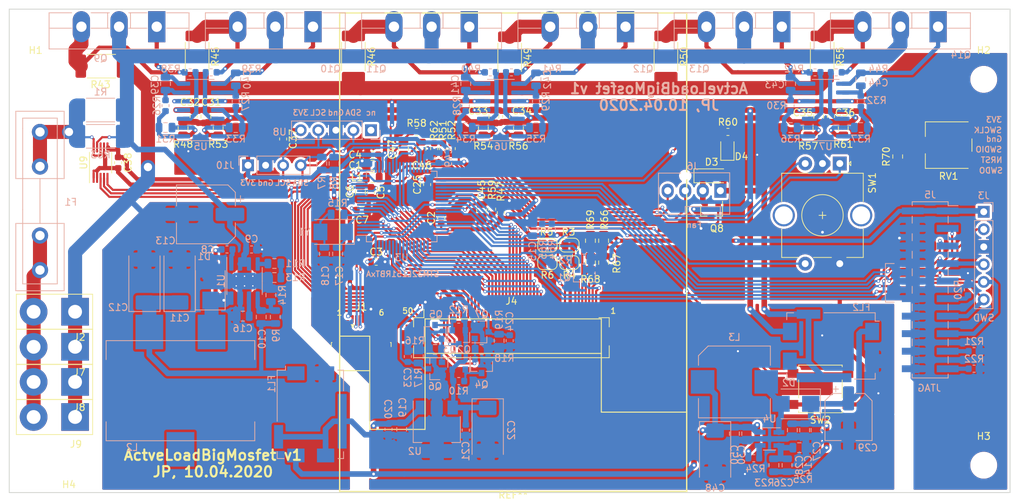
<source format=kicad_pcb>
(kicad_pcb (version 20171130) (host pcbnew "(5.1.5)-3")
  (layers (0 F.Cu signal) (31 B.Cu signal) (34 B.Paste user) (35 F.Paste user) (36 B.SilkS user) (37 F.SilkS user) (38 B.Mask user) (39 F.Mask user) (44 Edge.Cuts user))
  (net 0 "")
  (net 1 GND)
  (net 2 +3V3)
  (net 3 +3.3VA)
  (net 4 NRST)
  (net 5 "Net-(C8-Pad2)")
  (net 6 "Net-(C8-Pad1)")
  (net 7 PowerIn-)
  (net 8 "Net-(C10-Pad2)")
  (net 9 +4V)
  (net 10 +12V)
  (net 11 "Net-(C16-Pad1)")
  (net 12 "Net-(C17-Pad1)")
  (net 13 "Net-(C18-Pad1)")
  (net 14 TP_SenseY-)
  (net 15 TP_SenseX-)
  (net 16 FanSensor)
  (net 17 "Net-(C26-Pad2)")
  (net 18 "Net-(C39-Pad2)")
  (net 19 "Net-(C39-Pad1)")
  (net 20 "Net-(C40-Pad2)")
  (net 21 "Net-(C40-Pad1)")
  (net 22 "Net-(C41-Pad2)")
  (net 23 "Net-(C41-Pad1)")
  (net 24 "Net-(C42-Pad2)")
  (net 25 "Net-(C42-Pad1)")
  (net 26 "Net-(C43-Pad2)")
  (net 27 "Net-(C43-Pad1)")
  (net 28 "Net-(C44-Pad2)")
  (net 29 "Net-(C44-Pad1)")
  (net 30 Enc_Switch)
  (net 31 Enc_B)
  (net 32 Enc_A)
  (net 33 "Net-(D2-Pad2)")
  (net 34 "Net-(D3-Pad1)")
  (net 35 "Net-(D4-Pad2)")
  (net 36 PowerIn+)
  (net 37 "Net-(F1-Pad2)")
  (net 38 SCL)
  (net 39 SDA)
  (net 40 TP_Interrupt)
  (net 41 TP_Reset)
  (net 42 SWDO)
  (net 43 SWDIO)
  (net 44 SWCLK)
  (net 45 /TC_Y+)
  (net 46 /TC_X+)
  (net 47 "Net-(J4-Pad39)")
  (net 48 /LCD_SELECT)
  (net 49 /LCD_D_C)
  (net 50 /LCD_WRX)
  (net 51 /LCD_RDX)
  (net 52 "Net-(J4-Pad33)")
  (net 53 /DB0)
  (net 54 /DB1)
  (net 55 /DB2)
  (net 56 /DB3)
  (net 57 /DB4)
  (net 58 /DB5)
  (net 59 /DB6)
  (net 60 /DB7)
  (net 61 /DB8)
  (net 62 /DB9)
  (net 63 /DB10)
  (net 64 /DB11)
  (net 65 /DB12)
  (net 66 /DB13)
  (net 67 /DB14)
  (net 68 /DB15)
  (net 69 /DB16)
  (net 70 /DB17)
  (net 71 /LCD_RESET)
  (net 72 /IM1)
  (net 73 /IM0)
  (net 74 "Net-(J4-Pad2)")
  (net 75 "Net-(J5-Pad19)")
  (net 76 "Net-(J5-Pad17)")
  (net 77 "Net-(J5-Pad11)")
  (net 78 JTDI)
  (net 79 JNTRST)
  (net 80 DisplayLEDCtrl)
  (net 81 "Net-(Q2-Pad1)")
  (net 82 "Net-(Q3-Pad1)")
  (net 83 TP_X_Ctrl)
  (net 84 TP_Y_Ctrl)
  (net 85 FanPWD)
  (net 86 "Net-(Q9-Pad3)")
  (net 87 "Net-(Q10-Pad3)")
  (net 88 "Net-(Q11-Pad3)")
  (net 89 "Net-(Q12-Pad3)")
  (net 90 "Net-(Q13-Pad3)")
  (net 91 "Net-(Q14-Pad3)")
  (net 92 "Net-(R11-Pad2)")
  (net 93 "Net-(R11-Pad1)")
  (net 94 "Net-(R15-Pad1)")
  (net 95 "Net-(R24-Pad1)")
  (net 96 "Net-(R26-Pad1)")
  (net 97 "Net-(R27-Pad1)")
  (net 98 "Net-(R28-Pad1)")
  (net 99 "Net-(R29-Pad1)")
  (net 100 "Net-(R30-Pad1)")
  (net 101 "Net-(R31-Pad1)")
  (net 102 "Net-(R32-Pad1)")
  (net 103 "Net-(R33-Pad1)")
  (net 104 "Net-(R34-Pad1)")
  (net 105 "Net-(R35-Pad1)")
  (net 106 "Net-(R36-Pad1)")
  (net 107 "Net-(R37-Pad1)")
  (net 108 "Net-(R38-Pad2)")
  (net 109 "Net-(R39-Pad2)")
  (net 110 "Net-(R40-Pad2)")
  (net 111 "Net-(R41-Pad2)")
  (net 112 "Net-(R42-Pad2)")
  (net 113 "Net-(R44-Pad2)")
  (net 114 "Net-(R47-Pad2)")
  (net 115 "Net-(R51-Pad2)")
  (net 116 "Net-(R52-Pad2)")
  (net 117 LED)
  (net 118 "Net-(U3-Pad62)")
  (net 119 "Net-(U3-Pad54)")
  (net 120 "Net-(U3-Pad28)")
  (net 121 InaAlert)
  (net 122 LoadLevel)
  (net 123 "Net-(U8-Pad1)")
  (net 124 Switch)
  (net 125 "Net-(J4-Pad1)")
  (net 126 "Net-(J4-Pad3)")
  (net 127 "Net-(J4-Pad4)")
  (net 128 "Net-(J4-Pad5)")
  (net 129 "Net-(R64-Pad2)")
  (net 130 FanPower)
  (net 131 "Net-(C10-Pad1)")
  (net 132 "Net-(C14-Pad1)")
  (net 133 GNDA)
  (net 134 GNDD)
  (net 135 "Net-(R70-Pad2)")
  (net 136 "Net-(U3-Pad50)")
  (module Connector_PinHeader_2.54mm:PinHeader_1x04_P2.54mm_Vertical (layer B.Cu) (at 34.544 22.606 270)
    (fp_text reference J10 (at 0 3.302) (layer B.SilkS) (effects (justify mirror)))
    (fp_text value I2C)
    (pad 4 thru_hole oval (at 0 -7.62 270) (size 1.7 1.7) (drill 1) (layers *.Cu *.Mask) (net 39 SDA))
    (pad 3 thru_hole oval (at 0 -5.08 270) (size 1.7 1.7) (drill 1) (layers *.Cu *.Mask) (net 38 SCL))
    (pad 2 thru_hole oval (at 0 -2.54 270) (size 1.7 1.7) (drill 1) (layers *.Cu *.Mask) (net 134 GNDD))
    (pad 1 thru_hole rect (at 0 0 270) (size 1.7 1.7) (drill 1) (layers *.Cu *.Mask) (net 2 +3V3))
  )
  (module Button_Switch_SMD:SW_SPST_B3S-1000 (layer F.Cu) (at 117.348 54.991 180)
    (fp_text reference SW2 (at 0 -4.5) (layer F.SilkS))
    (fp_text value SW_Push)
    (pad 2 smd rect (at 3.975 2.25 180) (size 1.55 1.3) (layers F.Cu F.Paste F.Mask) (net 129 "Net-(R64-Pad2)"))
    (pad 2 smd rect (at -3.975 2.25 180) (size 1.55 1.3) (layers F.Cu F.Paste F.Mask) (net 129 "Net-(R64-Pad2)"))
    (pad 1 smd rect (at 3.975 -2.25 180) (size 1.55 1.3) (layers F.Cu F.Paste F.Mask) (net 134 GNDD))
    (pad 1 smd rect (at -3.975 -2.25 180) (size 1.55 1.3) (layers F.Cu F.Paste F.Mask) (net 134 GNDD))
  )
  (module JPConnectors:Molex-50S-0.5SH_1x50-P0.50mm_Horizontal (layer F.Cu) (at 72.644 45.974)
    (fp_text reference J4 (at 0 -3.7) (layer F.SilkS))
    (fp_text value RVT28AETNWC00)
    (pad MP smd rect (at 14.9 1.3) (size 2.4 1.6) (layers F.Cu F.Paste F.Mask))
    (pad MP smd rect (at -14.9 1.3) (size 2.4 1.6) (layers F.Cu F.Paste F.Mask))
    (pad 1 smd rect (at 12.25 -1.85) (size 0.3 1.3) (layers F.Cu F.Paste F.Mask) (net 125 "Net-(J4-Pad1)"))
    (pad 2 smd rect (at 11.75 -1.85) (size 0.3 1.3) (layers F.Cu F.Paste F.Mask) (net 74 "Net-(J4-Pad2)"))
    (pad 3 smd rect (at 11.25 -1.85) (size 0.3 1.3) (layers F.Cu F.Paste F.Mask) (net 126 "Net-(J4-Pad3)"))
    (pad 4 smd rect (at 10.75 -1.85) (size 0.3 1.3) (layers F.Cu F.Paste F.Mask) (net 127 "Net-(J4-Pad4)"))
    (pad 5 smd rect (at 10.25 -1.85) (size 0.3 1.3) (layers F.Cu F.Paste F.Mask) (net 128 "Net-(J4-Pad5)"))
    (pad 6 smd rect (at 9.75 -1.85) (size 0.3 1.3) (layers F.Cu F.Paste F.Mask) (net 73 /IM0))
    (pad 7 smd rect (at 9.25 -1.85) (size 0.3 1.3) (layers F.Cu F.Paste F.Mask) (net 72 /IM1))
    (pad 8 smd rect (at 8.75 -1.85) (size 0.3 1.3) (layers F.Cu F.Paste F.Mask) (net 134 GNDD))
    (pad 9 smd rect (at 8.25 -1.85) (size 0.3 1.3) (layers F.Cu F.Paste F.Mask) (net 134 GNDD))
    (pad 10 smd rect (at 7.75 -1.85) (size 0.3 1.3) (layers F.Cu F.Paste F.Mask) (net 71 /LCD_RESET))
    (pad 11 smd rect (at 7.25 -1.85) (size 0.3 1.3) (layers F.Cu F.Paste F.Mask) (net 134 GNDD))
    (pad 12 smd rect (at 6.75 -1.85) (size 0.3 1.3) (layers F.Cu F.Paste F.Mask) (net 134 GNDD))
    (pad 13 smd rect (at 6.25 -1.85) (size 0.3 1.3) (layers F.Cu F.Paste F.Mask) (net 134 GNDD))
    (pad 14 smd rect (at 5.75 -1.85) (size 0.3 1.3) (layers F.Cu F.Paste F.Mask) (net 134 GNDD))
    (pad 15 smd rect (at 5.25 -1.85) (size 0.3 1.3) (layers F.Cu F.Paste F.Mask) (net 70 /DB17))
    (pad 16 smd rect (at 4.75 -1.85) (size 0.3 1.3) (layers F.Cu F.Paste F.Mask) (net 69 /DB16))
    (pad 17 smd rect (at 4.25 -1.85) (size 0.3 1.3) (layers F.Cu F.Paste F.Mask) (net 68 /DB15))
    (pad 18 smd rect (at 3.75 -1.85) (size 0.3 1.3) (layers F.Cu F.Paste F.Mask) (net 67 /DB14))
    (pad 19 smd rect (at 3.25 -1.85) (size 0.3 1.3) (layers F.Cu F.Paste F.Mask) (net 66 /DB13))
    (pad 20 smd rect (at 2.75 -1.85) (size 0.3 1.3) (layers F.Cu F.Paste F.Mask) (net 65 /DB12))
    (pad 21 smd rect (at 2.25 -1.85) (size 0.3 1.3) (layers F.Cu F.Paste F.Mask) (net 64 /DB11))
    (pad 22 smd rect (at 1.75 -1.85) (size 0.3 1.3) (layers F.Cu F.Paste F.Mask) (net 63 /DB10))
    (pad 23 smd rect (at 1.25 -1.85) (size 0.3 1.3) (layers F.Cu F.Paste F.Mask) (net 62 /DB9))
    (pad 24 smd rect (at 0.75 -1.85) (size 0.3 1.3) (layers F.Cu F.Paste F.Mask) (net 61 /DB8))
    (pad 25 smd rect (at 0.25 -1.85) (size 0.3 1.3) (layers F.Cu F.Paste F.Mask) (net 60 /DB7))
    (pad 26 smd rect (at -0.25 -1.85) (size 0.3 1.3) (layers F.Cu F.Paste F.Mask) (net 59 /DB6))
    (pad 27 smd rect (at -0.75 -1.85) (size 0.3 1.3) (layers F.Cu F.Paste F.Mask) (net 58 /DB5))
    (pad 28 smd rect (at -1.25 -1.85) (size 0.3 1.3) (layers F.Cu F.Paste F.Mask) (net 57 /DB4))
    (pad 29 smd rect (at -1.75 -1.85) (size 0.3 1.3) (layers F.Cu F.Paste F.Mask) (net 56 /DB3))
    (pad 30 smd rect (at -2.25 -1.85) (size 0.3 1.3) (layers F.Cu F.Paste F.Mask) (net 55 /DB2))
    (pad 31 smd rect (at -2.75 -1.85) (size 0.3 1.3) (layers F.Cu F.Paste F.Mask) (net 54 /DB1))
    (pad 32 smd rect (at -3.25 -1.85) (size 0.3 1.3) (layers F.Cu F.Paste F.Mask) (net 53 /DB0))
    (pad 33 smd rect (at -3.75 -1.85) (size 0.3 1.3) (layers F.Cu F.Paste F.Mask) (net 52 "Net-(J4-Pad33)"))
    (pad 34 smd rect (at -4.25 -1.85) (size 0.3 1.3) (layers F.Cu F.Paste F.Mask) (net 134 GNDD))
    (pad 35 smd rect (at -4.75 -1.85) (size 0.3 1.3) (layers F.Cu F.Paste F.Mask) (net 51 /LCD_RDX))
    (pad 36 smd rect (at -5.25 -1.85) (size 0.3 1.3) (layers F.Cu F.Paste F.Mask) (net 50 /LCD_WRX))
    (pad 37 smd rect (at -5.75 -1.85) (size 0.3 1.3) (layers F.Cu F.Paste F.Mask) (net 49 /LCD_D_C))
    (pad 38 smd rect (at -6.25 -1.85) (size 0.3 1.3) (layers F.Cu F.Paste F.Mask) (net 48 /LCD_SELECT))
    (pad 39 smd rect (at -6.75 -1.85) (size 0.3 1.3) (layers F.Cu F.Paste F.Mask) (net 47 "Net-(J4-Pad39)"))
    (pad 40 smd rect (at -7.25 -1.85) (size 0.3 1.3) (layers F.Cu F.Paste F.Mask) (net 2 +3V3))
    (pad 41 smd rect (at -7.75 -1.85) (size 0.3 1.3) (layers F.Cu F.Paste F.Mask) (net 2 +3V3))
    (pad 42 smd rect (at -8.25 -1.85) (size 0.3 1.3) (layers F.Cu F.Paste F.Mask) (net 2 +3V3))
    (pad 43 smd rect (at -8.75 -1.85) (size 0.3 1.3) (layers F.Cu F.Paste F.Mask) (net 134 GNDD))
    (pad 44 smd rect (at -9.25 -1.85) (size 0.3 1.3) (layers F.Cu F.Paste F.Mask) (net 46 /TC_X+))
    (pad 45 smd rect (at -9.75 -1.85) (size 0.3 1.3) (layers F.Cu F.Paste F.Mask) (net 45 /TC_Y+))
    (pad 46 smd rect (at -10.25 -1.85) (size 0.3 1.3) (layers F.Cu F.Paste F.Mask) (net 15 TP_SenseX-))
    (pad 47 smd rect (at -10.75 -1.85) (size 0.3 1.3) (layers F.Cu F.Paste F.Mask) (net 14 TP_SenseY-))
    (pad 48 smd rect (at -11.25 -1.85) (size 0.3 1.3) (layers F.Cu F.Paste F.Mask) (net 134 GNDD))
    (pad 49 smd rect (at -11.75 -1.85) (size 0.3 1.3) (layers F.Cu F.Paste F.Mask) (net 134 GNDD))
    (pad 50 smd rect (at -12.25 -1.85) (size 0.3 1.3) (layers F.Cu F.Paste F.Mask) (net 134 GNDD))
    (pad MP smd rect (at -14.5 0.9) (size 1.6 2.4) (layers F.Cu F.Paste F.Mask))
    (pad MP smd rect (at 14.5 0.9) (size 1.6 2.4) (layers F.Cu F.Paste F.Mask))
  )
  (module Resistor_SMD:R_2512_6332Metric_Pad1.52x3.35mm_HandSolder (layer F.Cu) (at 94.996 6.858 270)
    (fp_text reference R50 (at 0 -2.62 90) (layer F.SilkS))
    (fp_text value 0R1)
    (pad 2 smd roundrect (at 2.9875 0 270) (size 1.525 3.35) (layers F.Cu F.Paste F.Mask) (roundrect_rratio 0.163934) (net 1 GND))
    (pad 1 smd roundrect (at -2.9875 0 270) (size 1.525 3.35) (layers F.Cu F.Paste F.Mask) (roundrect_rratio 0.163934) (net 90 "Net-(Q13-Pad3)"))
  )
  (module JPDisplays:RVT28AETNWC00-Folded (layer F.Cu) (at 72.898 69.85)
    (fp_text reference REF** (at 0 0.5) (layer F.SilkS))
    (fp_text value RVT28AETNWC00-Folded)
  )
  (module Connector_PinHeader_2.54mm:PinHeader_1x05_P2.54mm_Vertical (layer B.Cu) (at 52.324 17.526 90)
    (fp_text reference U8 (at -0.254 -13.208 180) (layer B.SilkS) (effects (justify mirror)))
    (fp_text value TC74)
    (pad 1 thru_hole rect (at 0 0 90) (size 1.7 1.7) (drill 1) (layers *.Cu *.Mask) (net 123 "Net-(U8-Pad1)"))
    (pad 2 thru_hole oval (at 0 -2.54 90) (size 1.7 1.7) (drill 1) (layers *.Cu *.Mask) (net 39 SDA))
    (pad 3 thru_hole oval (at 0 -5.08 90) (size 1.7 1.7) (drill 1) (layers *.Cu *.Mask) (net 134 GNDD))
    (pad 4 thru_hole oval (at 0 -7.62 90) (size 1.7 1.7) (drill 1) (layers *.Cu *.Mask) (net 38 SCL))
    (pad 5 thru_hole oval (at 0 -10.16 90) (size 1.7 1.7) (drill 1) (layers *.Cu *.Mask) (net 2 +3V3))
  )
  (module Resistor_SMD:R_0805_2012Metric (layer F.Cu) (at 85.979 36.703 90)
    (fp_text reference R67 (at -0.127 1.905 90) (layer F.SilkS))
    (fp_text value 10)
    (pad 2 smd roundrect (at 0.9375 0 90) (size 0.975 1.4) (layers F.Cu F.Paste F.Mask) (net 2 +3V3))
    (pad 1 smd roundrect (at -0.9375 0 90) (size 0.975 1.4) (layers F.Cu F.Paste F.Mask) (net 126 "Net-(J4-Pad3)"))
  )
  (module Capacitor_SMD:C_0603_1608Metric (layer F.Cu) (at 39.624 18.796 270)
    (fp_text reference C37 (at 0 -1.43 90) (layer F.SilkS))
    (fp_text value 100n)
    (pad 2 smd roundrect (at 0.7875 0 270) (size 0.875 0.95) (layers F.Cu F.Paste F.Mask) (net 134 GNDD))
    (pad 1 smd roundrect (at -0.7875 0 270) (size 0.875 0.95) (layers F.Cu F.Paste F.Mask) (net 2 +3V3))
  )
  (module Resistor_SMD:R_0805_2012Metric (layer F.Cu) (at 73.66 17.272 90)
    (fp_text reference R56 (at -2.54 0 180) (layer F.SilkS))
    (fp_text value 1k)
    (pad 2 smd roundrect (at 0.9375 0 90) (size 0.975 1.4) (layers F.Cu F.Paste F.Mask) (net 133 GNDA))
    (pad 1 smd roundrect (at -0.9375 0 90) (size 0.975 1.4) (layers F.Cu F.Paste F.Mask) (net 105 "Net-(R35-Pad1)"))
  )
  (module Capacitor_SMD:C_0603_1608Metric (layer B.Cu) (at 31.496 34.798)
    (fp_text reference C8 (at -2.794 0) (layer B.SilkS) (effects (justify mirror)))
    (fp_text value 100n)
    (pad 2 smd roundrect (at 0.7875 0) (size 0.875 0.95) (layers B.Cu B.Paste B.Mask) (net 5 "Net-(C8-Pad2)"))
    (pad 1 smd roundrect (at -0.7875 0) (size 0.875 0.95) (layers B.Cu B.Paste B.Mask) (net 6 "Net-(C8-Pad1)"))
  )
  (module JPInductors:L_Wuerth_WE-PDF_Handsoldering (layer B.Cu) (at 104.902 53.975)
    (fp_text reference L3 (at 0 -6.477) (layer B.SilkS) (effects (justify mirror)))
    (fp_text value 7447714330)
    (pad 1 smd rect (at -4.6 0) (size 3.4 3.4) (layers B.Cu B.Paste B.Mask) (net 9 +4V))
    (pad 2 smd rect (at 4.6 0) (size 3.4 3.4) (layers B.Cu B.Paste B.Mask) (net 33 "Net-(D2-Pad2)"))
  )
  (module Package_TO_SOT_SMD:SOT-23-5_HandSoldering (layer B.Cu) (at 109.982 62.23 180)
    (fp_text reference U4 (at 0 2.9) (layer B.SilkS) (effects (justify mirror)))
    (fp_text value LM2735YMF)
    (pad 5 smd rect (at 1.35 0.95 180) (size 1.56 0.65) (layers B.Cu B.Paste B.Mask) (net 9 +4V))
    (pad 4 smd rect (at 1.35 -0.95 180) (size 1.56 0.65) (layers B.Cu B.Paste B.Mask) (net 95 "Net-(R24-Pad1)"))
    (pad 3 smd rect (at -1.35 -0.95 180) (size 1.56 0.65) (layers B.Cu B.Paste B.Mask) (net 17 "Net-(C26-Pad2)"))
    (pad 2 smd rect (at -1.35 0 180) (size 1.56 0.65) (layers B.Cu B.Paste B.Mask) (net 134 GNDD))
    (pad 1 smd rect (at -1.35 0.95 180) (size 1.56 0.65) (layers B.Cu B.Paste B.Mask) (net 33 "Net-(D2-Pad2)"))
  )
  (module JPInductors:Filter_Murata_BNX025 (layer B.Cu) (at 118.872 48.768 180)
    (fp_text reference FL2 (at -4.4 5.6 180) (layer B.SilkS) (effects (justify mirror)))
    (fp_text value BNX025)
    (pad 4 smd rect (at 3.25 4.6 180) (size 3.4 1.3) (layers B.Cu B.Paste B.Mask) (net 133 GNDA))
    (pad 4 smd rect (at 1 -4.6 180) (size 7.9 1.3) (layers B.Cu B.Paste B.Mask) (net 133 GNDA))
    (pad 4 smd rect (at 5.95 -2.2 180) (size 2 2.5) (layers B.Cu B.Paste B.Mask) (net 133 GNDA))
    (pad 2 smd rect (at 5.95 2.1 180) (size 2 2.5) (layers B.Cu B.Paste B.Mask) (net 10 +12V))
    (pad 3 smd rect (at -5.95 -2.2 180) (size 2 2.5) (layers B.Cu B.Paste B.Mask) (net 134 GNDD))
    (pad 1 smd rect (at -5.95 2.1 180) (size 2 2.5) (layers B.Cu B.Paste B.Mask) (net 132 "Net-(C14-Pad1)"))
  )
  (module JPInductors:Filter_Murata_BNX025 (layer B.Cu) (at 43.561 58.674 270)
    (fp_text reference FL1 (at -4.4 5.6 270) (layer B.SilkS) (effects (justify mirror)))
    (fp_text value BNX025)
    (pad 4 smd rect (at 3.25 4.6 270) (size 3.4 1.3) (layers B.Cu B.Paste B.Mask) (net 134 GNDD))
    (pad 4 smd rect (at 1 -4.6 270) (size 7.9 1.3) (layers B.Cu B.Paste B.Mask) (net 134 GNDD))
    (pad 4 smd rect (at 5.95 -2.2 270) (size 2 2.5) (layers B.Cu B.Paste B.Mask) (net 134 GNDD))
    (pad 2 smd rect (at 5.95 2.1 270) (size 2 2.5) (layers B.Cu B.Paste B.Mask) (net 9 +4V))
    (pad 3 smd rect (at -5.95 -2.2 270) (size 2 2.5) (layers B.Cu B.Paste B.Mask) (net 1 GND))
    (pad 1 smd rect (at -5.95 2.1 270) (size 2 2.5) (layers B.Cu B.Paste B.Mask) (net 131 "Net-(C10-Pad1)"))
  )
  (module JPInductors:L_Wuerth_WE-HCF (layer B.Cu) (at 24.765 55.245)
    (fp_text reference L2 (at -7 8.2) (layer B.SilkS) (effects (justify mirror)))
    (fp_text value 7443633300)
    (pad 3 smd rect (at 0 8.5) (size 4 5) (layers B.Cu B.Paste B.Mask))
    (pad 2 smd rect (at 4.5 -8.5) (size 4 5) (layers B.Cu B.Paste B.Mask) (net 6 "Net-(C8-Pad1)"))
    (pad 1 smd rect (at -4.5 -8.5) (size 4 5) (layers B.Cu B.Paste B.Mask) (net 131 "Net-(C10-Pad1)"))
  )
  (module Resistor_SMD:R_2512_6332Metric_Pad1.52x3.35mm_HandSolder (layer B.Cu) (at 13.208 18.415 180)
    (fp_text reference R63 (at 0 -2.667) (layer B.SilkS) (effects (justify mirror)))
    (fp_text value 20m)
    (pad 2 smd roundrect (at 2.9875 0 180) (size 1.525 3.35) (layers B.Cu B.Paste B.Mask) (roundrect_rratio 0.163934) (net 36 PowerIn+))
    (pad 1 smd roundrect (at -2.9875 0 180) (size 1.525 3.35) (layers B.Cu B.Paste B.Mask) (roundrect_rratio 0.163934) (net 7 PowerIn-))
  )
  (module Resistor_SMD:R_2512_6332Metric_Pad1.52x3.35mm_HandSolder (layer F.Cu) (at 117.602 6.858 270)
    (fp_text reference R55 (at 0 -2.62 90) (layer F.SilkS))
    (fp_text value 0R1)
    (pad 2 smd roundrect (at 2.9875 0 270) (size 1.525 3.35) (layers F.Cu F.Paste F.Mask) (roundrect_rratio 0.163934) (net 1 GND))
    (pad 1 smd roundrect (at -2.9875 0 270) (size 1.525 3.35) (layers F.Cu F.Paste F.Mask) (roundrect_rratio 0.163934) (net 91 "Net-(Q14-Pad3)"))
  )
  (module Resistor_SMD:R_2512_6332Metric_Pad1.52x3.35mm_HandSolder (layer F.Cu) (at 72.39 6.985 270)
    (fp_text reference R49 (at 0 -2.62 90) (layer F.SilkS))
    (fp_text value 0R1)
    (pad 2 smd roundrect (at 2.9875 0 270) (size 1.525 3.35) (layers F.Cu F.Paste F.Mask) (roundrect_rratio 0.163934) (net 1 GND))
    (pad 1 smd roundrect (at -2.9875 0 270) (size 1.525 3.35) (layers F.Cu F.Paste F.Mask) (roundrect_rratio 0.163934) (net 89 "Net-(Q12-Pad3)"))
  )
  (module Resistor_SMD:R_2512_6332Metric_Pad1.52x3.35mm_HandSolder (layer F.Cu) (at 49.784 6.858 270)
    (fp_text reference R46 (at 0 -2.62 90) (layer F.SilkS))
    (fp_text value 0R1)
    (pad 2 smd roundrect (at 2.9875 0 270) (size 1.525 3.35) (layers F.Cu F.Paste F.Mask) (roundrect_rratio 0.163934) (net 1 GND))
    (pad 1 smd roundrect (at -2.9875 0 270) (size 1.525 3.35) (layers F.Cu F.Paste F.Mask) (roundrect_rratio 0.163934) (net 88 "Net-(Q11-Pad3)"))
  )
  (module Resistor_SMD:R_2512_6332Metric_Pad1.52x3.35mm_HandSolder (layer F.Cu) (at 27.178 6.858 270)
    (fp_text reference R45 (at 0 -2.62 90) (layer F.SilkS))
    (fp_text value 0R1)
    (pad 2 smd roundrect (at 2.9875 0 270) (size 1.525 3.35) (layers F.Cu F.Paste F.Mask) (roundrect_rratio 0.163934) (net 1 GND))
    (pad 1 smd roundrect (at -2.9875 0 270) (size 1.525 3.35) (layers F.Cu F.Paste F.Mask) (roundrect_rratio 0.163934) (net 87 "Net-(Q10-Pad3)"))
  )
  (module Resistor_SMD:R_2512_6332Metric_Pad1.52x3.35mm_HandSolder (layer F.Cu) (at 13.335 8.255)
    (fp_text reference R43 (at -0.127 2.667) (layer F.SilkS))
    (fp_text value 0R1)
    (pad 2 smd roundrect (at 2.9875 0) (size 1.525 3.35) (layers F.Cu F.Paste F.Mask) (roundrect_rratio 0.163934) (net 1 GND))
    (pad 1 smd roundrect (at -2.9875 0) (size 1.525 3.35) (layers F.Cu F.Paste F.Mask) (roundrect_rratio 0.163934) (net 86 "Net-(Q9-Pad3)"))
  )
  (module Resistor_SMD:R_2512_6332Metric_Pad1.52x3.35mm_HandSolder (layer B.Cu) (at 13.208 14.605 180)
    (fp_text reference R1 (at 0 2.62) (layer B.SilkS) (effects (justify mirror)))
    (fp_text value 20m)
    (pad 2 smd roundrect (at 2.9875 0 180) (size 1.525 3.35) (layers B.Cu B.Paste B.Mask) (roundrect_rratio 0.163934) (net 36 PowerIn+))
    (pad 1 smd roundrect (at -2.9875 0 180) (size 1.525 3.35) (layers B.Cu B.Paste B.Mask) (roundrect_rratio 0.163934) (net 7 PowerIn-))
  )
  (module Package_SO:VSSOP-10_3x3mm_P0.5mm (layer F.Cu) (at 13.208 22.225 90)
    (fp_text reference U9 (at 0 -2.45 90) (layer F.SilkS))
    (fp_text value INA233)
    (pad 10 smd roundrect (at 2.2 -1 90) (size 1.45 0.3) (layers F.Cu F.Paste F.Mask) (net 36 PowerIn+))
    (pad 9 smd roundrect (at 2.2 -0.5 90) (size 1.45 0.3) (layers F.Cu F.Paste F.Mask) (net 7 PowerIn-))
    (pad 8 smd roundrect (at 2.2 0 90) (size 1.45 0.3) (layers F.Cu F.Paste F.Mask) (net 36 PowerIn+))
    (pad 7 smd roundrect (at 2.2 0.5 90) (size 1.45 0.3) (layers F.Cu F.Paste F.Mask) (net 134 GNDD))
    (pad 6 smd roundrect (at 2.2 1 90) (size 1.45 0.3) (layers F.Cu F.Paste F.Mask) (net 2 +3V3))
    (pad 5 smd roundrect (at -2.2 1 90) (size 1.45 0.3) (layers F.Cu F.Paste F.Mask) (net 38 SCL))
    (pad 4 smd roundrect (at -2.2 0.5 90) (size 1.45 0.3) (layers F.Cu F.Paste F.Mask) (net 39 SDA))
    (pad 3 smd roundrect (at -2.2 0 90) (size 1.45 0.3) (layers F.Cu F.Paste F.Mask) (net 121 InaAlert))
    (pad 2 smd roundrect (at -2.2 -0.5 90) (size 1.45 0.3) (layers F.Cu F.Paste F.Mask) (net 134 GNDD))
    (pad 1 smd roundrect (at -2.2 -1 90) (size 1.45 0.3) (layers F.Cu F.Paste F.Mask) (net 134 GNDD))
  )
  (module Resistor_SMD:R_0603_1608Metric (layer B.Cu) (at 77.089 31.877 90)
    (fp_text reference R65 (at -2.921 0.127 90) (layer B.SilkS) (effects (justify mirror)))
    (fp_text value 10k)
    (pad 2 smd roundrect (at 0.7875 0 90) (size 0.875 0.95) (layers B.Cu B.Paste B.Mask) (net 129 "Net-(R64-Pad2)"))
    (pad 1 smd roundrect (at -0.7875 0 90) (size 0.875 0.95) (layers B.Cu B.Paste B.Mask) (net 124 Switch))
  )
  (module Resistor_SMD:R_0603_1608Metric (layer B.Cu) (at 78.486 31.877 90)
    (fp_text reference R64 (at -2.921 0 90) (layer B.SilkS) (effects (justify mirror)))
    (fp_text value 10k)
    (pad 2 smd roundrect (at 0.7875 0 90) (size 0.875 0.95) (layers B.Cu B.Paste B.Mask) (net 129 "Net-(R64-Pad2)"))
    (pad 1 smd roundrect (at -0.7875 0 90) (size 0.875 0.95) (layers B.Cu B.Paste B.Mask) (net 2 +3V3))
  )
  (module Resistor_SMD:R_0603_1608Metric (layer F.Cu) (at 61.468 20.193 90)
    (fp_text reference R62 (at 2.667 0 90) (layer F.SilkS))
    (fp_text value 10k)
    (pad 2 smd roundrect (at 0.7875 0 90) (size 0.875 0.95) (layers F.Cu F.Paste F.Mask) (net 31 Enc_B))
    (pad 1 smd roundrect (at -0.7875 0 90) (size 0.875 0.95) (layers F.Cu F.Paste F.Mask) (net 115 "Net-(R51-Pad2)"))
  )
  (module Resistor_SMD:R_0603_1608Metric (layer F.Cu) (at 103.9645 17.78)
    (fp_text reference R60 (at 0 -1.43) (layer F.SilkS))
    (fp_text value 10k)
    (pad 2 smd roundrect (at 0.7875 0) (size 0.875 0.95) (layers F.Cu F.Paste F.Mask) (net 35 "Net-(D4-Pad2)"))
    (pad 1 smd roundrect (at -0.7875 0) (size 0.875 0.95) (layers F.Cu F.Paste F.Mask) (net 117 LED))
  )
  (module Resistor_SMD:R_0603_1608Metric (layer F.Cu) (at 69.85 28.956 270)
    (fp_text reference R59 (at -2.794 0 90) (layer F.SilkS))
    (fp_text value 10k)
    (pad 2 smd roundrect (at 0.7875 0 270) (size 0.875 0.95) (layers F.Cu F.Paste F.Mask) (net 114 "Net-(R47-Pad2)"))
    (pad 1 smd roundrect (at -0.7875 0 270) (size 0.875 0.95) (layers F.Cu F.Paste F.Mask) (net 30 Enc_Switch))
  )
  (module Resistor_SMD:R_0603_1608Metric (layer F.Cu) (at 58.928 17.78 180)
    (fp_text reference R58 (at 0 1.27) (layer F.SilkS))
    (fp_text value 10k)
    (pad 2 smd roundrect (at 0.7875 0 180) (size 0.875 0.95) (layers F.Cu F.Paste F.Mask) (net 32 Enc_A))
    (pad 1 smd roundrect (at -0.7875 0 180) (size 0.875 0.95) (layers F.Cu F.Paste F.Mask) (net 116 "Net-(R52-Pad2)"))
  )
  (module Resistor_SMD:R_0603_1608Metric (layer F.Cu) (at 64.008 20.193 90)
    (fp_text reference R52 (at 2.667 0 90) (layer F.SilkS))
    (fp_text value 10k)
    (pad 2 smd roundrect (at 0.7875 0 90) (size 0.875 0.95) (layers F.Cu F.Paste F.Mask) (net 116 "Net-(R52-Pad2)"))
    (pad 1 smd roundrect (at -0.7875 0 90) (size 0.875 0.95) (layers F.Cu F.Paste F.Mask) (net 2 +3V3))
  )
  (module Resistor_SMD:R_0603_1608Metric (layer F.Cu) (at 62.738 20.193 270)
    (fp_text reference R51 (at -2.667 0 90) (layer F.SilkS))
    (fp_text value 10k)
    (pad 2 smd roundrect (at 0.7875 0 270) (size 0.875 0.95) (layers F.Cu F.Paste F.Mask) (net 115 "Net-(R51-Pad2)"))
    (pad 1 smd roundrect (at -0.7875 0 270) (size 0.875 0.95) (layers F.Cu F.Paste F.Mask) (net 2 +3V3))
  )
  (module Resistor_SMD:R_0603_1608Metric (layer F.Cu) (at 71.12 29.464 90)
    (fp_text reference R47 (at 3.048 0 90) (layer F.SilkS))
    (fp_text value 10k)
    (pad 2 smd roundrect (at 0.7875 0 90) (size 0.875 0.95) (layers F.Cu F.Paste F.Mask) (net 114 "Net-(R47-Pad2)"))
    (pad 1 smd roundrect (at -0.7875 0 90) (size 0.875 0.95) (layers F.Cu F.Paste F.Mask) (net 2 +3V3))
  )
  (module Resistor_SMD:R_0603_1608Metric (layer B.Cu) (at 119.634 9.144 180)
    (fp_text reference R44 (at -6.096 0.508) (layer B.SilkS) (effects (justify mirror)))
    (fp_text value 10k)
    (pad 2 smd roundrect (at 0.7875 0 180) (size 0.875 0.95) (layers B.Cu B.Paste B.Mask) (net 113 "Net-(R44-Pad2)"))
    (pad 1 smd roundrect (at -0.7875 0 180) (size 0.875 0.95) (layers B.Cu B.Paste B.Mask) (net 91 "Net-(Q14-Pad3)"))
  )
  (module Resistor_SMD:R_0603_1608Metric (layer B.Cu) (at 116.5605 9.144)
    (fp_text reference R42 (at -3.0225 -0.508) (layer B.SilkS) (effects (justify mirror)))
    (fp_text value 10k)
    (pad 2 smd roundrect (at 0.7875 0) (size 0.875 0.95) (layers B.Cu B.Paste B.Mask) (net 112 "Net-(R42-Pad2)"))
    (pad 1 smd roundrect (at -0.7875 0) (size 0.875 0.95) (layers B.Cu B.Paste B.Mask) (net 90 "Net-(Q13-Pad3)"))
  )
  (module Resistor_SMD:R_0603_1608Metric (layer B.Cu) (at 72.644 9.144 180)
    (fp_text reference R41 (at -5.842 0.508) (layer B.SilkS) (effects (justify mirror)))
    (fp_text value 10k)
    (pad 2 smd roundrect (at 0.7875 0 180) (size 0.875 0.95) (layers B.Cu B.Paste B.Mask) (net 111 "Net-(R41-Pad2)"))
    (pad 1 smd roundrect (at -0.7875 0 180) (size 0.875 0.95) (layers B.Cu B.Paste B.Mask) (net 89 "Net-(Q12-Pad3)"))
  )
  (module Resistor_SMD:R_0603_1608Metric (layer B.Cu) (at 69.596 9.144)
    (fp_text reference R40 (at -2.794 -0.508) (layer B.SilkS) (effects (justify mirror)))
    (fp_text value 10k)
    (pad 2 smd roundrect (at 0.7875 0) (size 0.875 0.95) (layers B.Cu B.Paste B.Mask) (net 110 "Net-(R40-Pad2)"))
    (pad 1 smd roundrect (at -0.7875 0) (size 0.875 0.95) (layers B.Cu B.Paste B.Mask) (net 88 "Net-(Q11-Pad3)"))
  )
  (module Resistor_SMD:R_0603_1608Metric (layer B.Cu) (at 29.21 9.144 180)
    (fp_text reference R39 (at -5.842 0.508) (layer B.SilkS) (effects (justify mirror)))
    (fp_text value 10k)
    (pad 2 smd roundrect (at 0.7875 0 180) (size 0.875 0.95) (layers B.Cu B.Paste B.Mask) (net 109 "Net-(R39-Pad2)"))
    (pad 1 smd roundrect (at -0.7875 0 180) (size 0.875 0.95) (layers B.Cu B.Paste B.Mask) (net 87 "Net-(Q10-Pad3)"))
  )
  (module Resistor_SMD:R_0603_1608Metric (layer B.Cu) (at 26.162 9.144)
    (fp_text reference R38 (at -2.794 -0.508) (layer B.SilkS) (effects (justify mirror)))
    (fp_text value 10k)
    (pad 2 smd roundrect (at 0.7875 0) (size 0.875 0.95) (layers B.Cu B.Paste B.Mask) (net 108 "Net-(R38-Pad2)"))
    (pad 1 smd roundrect (at -0.7875 0) (size 0.875 0.95) (layers B.Cu B.Paste B.Mask) (net 86 "Net-(Q9-Pad3)"))
  )
  (module Resistor_SMD:R_0603_1608Metric (layer B.Cu) (at 123.19 13.335 90)
    (fp_text reference R32 (at 0.127 2.286 180) (layer B.SilkS) (effects (justify mirror)))
    (fp_text value 10k)
    (pad 2 smd roundrect (at 0.7875 0 90) (size 0.875 0.95) (layers B.Cu B.Paste B.Mask) (net 29 "Net-(C44-Pad1)"))
    (pad 1 smd roundrect (at -0.7875 0 90) (size 0.875 0.95) (layers B.Cu B.Paste B.Mask) (net 102 "Net-(R32-Pad1)"))
  )
  (module Resistor_SMD:R_0603_1608Metric (layer B.Cu) (at 113.03 13.97 90)
    (fp_text reference R30 (at 0 -2.032 180) (layer B.SilkS) (effects (justify mirror)))
    (fp_text value 10k)
    (pad 2 smd roundrect (at 0.7875 0 90) (size 0.875 0.95) (layers B.Cu B.Paste B.Mask) (net 27 "Net-(C43-Pad1)"))
    (pad 1 smd roundrect (at -0.7875 0 90) (size 0.875 0.95) (layers B.Cu B.Paste B.Mask) (net 100 "Net-(R30-Pad1)"))
  )
  (module Resistor_SMD:R_0603_1608Metric (layer B.Cu) (at 76.2 13.335 90)
    (fp_text reference R29 (at 0 1.43 90) (layer B.SilkS) (effects (justify mirror)))
    (fp_text value 10k)
    (pad 2 smd roundrect (at 0.7875 0 90) (size 0.875 0.95) (layers B.Cu B.Paste B.Mask) (net 25 "Net-(C42-Pad1)"))
    (pad 1 smd roundrect (at -0.7875 0 90) (size 0.875 0.95) (layers B.Cu B.Paste B.Mask) (net 99 "Net-(R29-Pad1)"))
  )
  (module Resistor_SMD:R_0603_1608Metric (layer B.Cu) (at 66.04 13.97 90)
    (fp_text reference R28 (at 0 -1.27 90) (layer B.SilkS) (effects (justify mirror)))
    (fp_text value 10k)
    (pad 2 smd roundrect (at 0.7875 0 90) (size 0.875 0.95) (layers B.Cu B.Paste B.Mask) (net 23 "Net-(C41-Pad1)"))
    (pad 1 smd roundrect (at -0.7875 0 90) (size 0.875 0.95) (layers B.Cu B.Paste B.Mask) (net 98 "Net-(R28-Pad1)"))
  )
  (module Resistor_SMD:R_0603_1608Metric (layer B.Cu) (at 32.766 13.335 90)
    (fp_text reference R27 (at 0 1.43 90) (layer B.SilkS) (effects (justify mirror)))
    (fp_text value 10k)
    (pad 2 smd roundrect (at 0.7875 0 90) (size 0.875 0.95) (layers B.Cu B.Paste B.Mask) (net 21 "Net-(C40-Pad1)"))
    (pad 1 smd roundrect (at -0.7875 0 90) (size 0.875 0.95) (layers B.Cu B.Paste B.Mask) (net 97 "Net-(R27-Pad1)"))
  )
  (module Resistor_SMD:R_0603_1608Metric (layer B.Cu) (at 22.606 13.97 90)
    (fp_text reference R26 (at 0 -1.27 90) (layer B.SilkS) (effects (justify mirror)))
    (fp_text value 10k)
    (pad 2 smd roundrect (at 0.7875 0 90) (size 0.875 0.95) (layers B.Cu B.Paste B.Mask) (net 19 "Net-(C39-Pad1)"))
    (pad 1 smd roundrect (at -0.7875 0 90) (size 0.875 0.95) (layers B.Cu B.Paste B.Mask) (net 96 "Net-(R26-Pad1)"))
  )
  (module Resistor_SMD:R_0603_1608Metric (layer B.Cu) (at 107.696 65.024 180)
    (fp_text reference R24 (at -0.254 -1.524) (layer B.SilkS) (effects (justify mirror)))
    (fp_text value 10k)
    (pad 2 smd roundrect (at 0.7875 0 180) (size 0.875 0.95) (layers B.Cu B.Paste B.Mask) (net 9 +4V))
    (pad 1 smd roundrect (at -0.7875 0 180) (size 0.875 0.95) (layers B.Cu B.Paste B.Mask) (net 95 "Net-(R24-Pad1)"))
  )
  (module Resistor_SMD:R_0603_1608Metric (layer B.Cu) (at 139.573 52.07 180)
    (fp_text reference R22 (at 0 1.43) (layer B.SilkS) (effects (justify mirror)))
    (fp_text value 10k)
    (pad 2 smd roundrect (at 0.7875 0 180) (size 0.875 0.95) (layers B.Cu B.Paste B.Mask) (net 75 "Net-(J5-Pad19)"))
    (pad 1 smd roundrect (at -0.7875 0 180) (size 0.875 0.95) (layers B.Cu B.Paste B.Mask) (net 134 GNDD))
  )
  (module Resistor_SMD:R_0603_1608Metric (layer B.Cu) (at 139.573 49.53 180)
    (fp_text reference R21 (at 0 1.43) (layer B.SilkS) (effects (justify mirror)))
    (fp_text value 10k)
    (pad 2 smd roundrect (at 0.7875 0 180) (size 0.875 0.95) (layers B.Cu B.Paste B.Mask) (net 76 "Net-(J5-Pad17)"))
    (pad 1 smd roundrect (at -0.7875 0 180) (size 0.875 0.95) (layers B.Cu B.Paste B.Mask) (net 134 GNDD))
  )
  (module Resistor_SMD:R_0603_1608Metric (layer B.Cu) (at 138.684 40.64 270)
    (fp_text reference R20 (at 0 1.43 90) (layer B.SilkS) (effects (justify mirror)))
    (fp_text value 10k)
    (pad 2 smd roundrect (at 0.7875 0 270) (size 0.875 0.95) (layers B.Cu B.Paste B.Mask) (net 77 "Net-(J5-Pad11)"))
    (pad 1 smd roundrect (at -0.7875 0 270) (size 0.875 0.95) (layers B.Cu B.Paste B.Mask) (net 134 GNDD))
  )
  (module Resistor_SMD:R_0603_1608Metric (layer B.Cu) (at 65.024 44.958 180)
    (fp_text reference R12 (at 0 1.43) (layer B.SilkS) (effects (justify mirror)))
    (fp_text value 10k)
    (pad 2 smd roundrect (at 0.7875 0 180) (size 0.875 0.95) (layers B.Cu B.Paste B.Mask) (net 82 "Net-(Q3-Pad1)"))
    (pad 1 smd roundrect (at -0.7875 0 180) (size 0.875 0.95) (layers B.Cu B.Paste B.Mask) (net 2 +3V3))
  )
  (module Resistor_SMD:R_0603_1608Metric (layer B.Cu) (at 65.024 53.848)
    (fp_text reference R10 (at 0 1.43) (layer B.SilkS) (effects (justify mirror)))
    (fp_text value 10k)
    (pad 2 smd roundrect (at 0.7875 0) (size 0.875 0.95) (layers B.Cu B.Paste B.Mask) (net 81 "Net-(Q2-Pad1)"))
    (pad 1 smd roundrect (at -0.7875 0) (size 0.875 0.95) (layers B.Cu B.Paste B.Mask) (net 2 +3V3))
  )
  (module Capacitor_SMD:C_0603_1608Metric (layer B.Cu) (at 62.103 21.463 90)
    (fp_text reference C49 (at 0 1.43 90) (layer B.SilkS) (effects (justify mirror)))
    (fp_text value 100n)
    (pad 2 smd roundrect (at 0.7875 0 90) (size 0.875 0.95) (layers B.Cu B.Paste B.Mask) (net 134 GNDD))
    (pad 1 smd roundrect (at -0.7875 0 90) (size 0.875 0.95) (layers B.Cu B.Paste B.Mask) (net 2 +3V3))
  )
  (module Capacitor_SMD:C_0603_1608Metric (layer F.Cu) (at 15.748 22.225 270)
    (fp_text reference C38 (at 0 -1.43 270) (layer F.SilkS))
    (fp_text value 100n)
    (pad 2 smd roundrect (at 0.7875 0 270) (size 0.875 0.95) (layers F.Cu F.Paste F.Mask) (net 134 GNDD))
    (pad 1 smd roundrect (at -0.7875 0 270) (size 0.875 0.95) (layers F.Cu F.Paste F.Mask) (net 2 +3V3))
  )
  (module Capacitor_SMD:C_0603_1608Metric (layer F.Cu) (at 118.872 15.5425 270)
    (fp_text reference C36 (at -0.5565 -2.032 180) (layer F.SilkS))
    (fp_text value 100n)
    (pad 2 smd roundrect (at 0.7875 0 270) (size 0.875 0.95) (layers F.Cu F.Paste F.Mask) (net 133 GNDA))
    (pad 1 smd roundrect (at -0.7875 0 270) (size 0.875 0.95) (layers F.Cu F.Paste F.Mask) (net 10 +12V))
  )
  (module Capacitor_SMD:C_0603_1608Metric (layer F.Cu) (at 71.882 15.5425 270)
    (fp_text reference C34 (at -0.8105 -2.286 180) (layer F.SilkS))
    (fp_text value 100n)
    (pad 2 smd roundrect (at 0.7875 0 270) (size 0.875 0.95) (layers F.Cu F.Paste F.Mask) (net 133 GNDA))
    (pad 1 smd roundrect (at -0.7875 0 270) (size 0.875 0.95) (layers F.Cu F.Paste F.Mask) (net 10 +12V))
  )
  (module Capacitor_SMD:C_0603_1608Metric (layer F.Cu) (at 26.67 15.5425 270)
    (fp_text reference C32 (at -2.0805 0.508 180) (layer F.SilkS))
    (fp_text value 100n)
    (pad 2 smd roundrect (at 0.7875 0 270) (size 0.875 0.95) (layers F.Cu F.Paste F.Mask) (net 133 GNDA))
    (pad 1 smd roundrect (at -0.7875 0 270) (size 0.875 0.95) (layers F.Cu F.Paste F.Mask) (net 10 +12V))
  )
  (module Capacitor_SMD:C_0603_1608Metric (layer F.Cu) (at 60.452 25.4 90)
    (fp_text reference C25 (at 0 -1.43 90) (layer F.SilkS))
    (fp_text value 100n)
    (pad 2 smd roundrect (at 0.7875 0 90) (size 0.875 0.95) (layers F.Cu F.Paste F.Mask) (net 16 FanSensor))
    (pad 1 smd roundrect (at -0.7875 0 90) (size 0.875 0.95) (layers F.Cu F.Paste F.Mask) (net 134 GNDD))
  )
  (module Capacitor_SMD:C_0603_1608Metric (layer B.Cu) (at 72.39 48.006 270)
    (fp_text reference C24 (at -2.794 0 90) (layer B.SilkS) (effects (justify mirror)))
    (fp_text value 100n)
    (pad 2 smd roundrect (at 0.7875 0 270) (size 0.875 0.95) (layers B.Cu B.Paste B.Mask) (net 134 GNDD))
    (pad 1 smd roundrect (at -0.7875 0 270) (size 0.875 0.95) (layers B.Cu B.Paste B.Mask) (net 15 TP_SenseX-))
  )
  (module Capacitor_SMD:C_0603_1608Metric (layer B.Cu) (at 57.658 50.292 90)
    (fp_text reference C23 (at -3.048 0 90) (layer B.SilkS) (effects (justify mirror)))
    (fp_text value 100n)
    (pad 2 smd roundrect (at 0.7875 0 90) (size 0.875 0.95) (layers B.Cu B.Paste B.Mask) (net 134 GNDD))
    (pad 1 smd roundrect (at -0.7875 0 90) (size 0.875 0.95) (layers B.Cu B.Paste B.Mask) (net 14 TP_SenseY-))
  )
  (module Capacitor_SMD:C_0603_1608Metric (layer B.Cu) (at 66.04 60.96 270)
    (fp_text reference C21 (at 3.048 0 90) (layer B.SilkS) (effects (justify mirror)))
    (fp_text value 100n)
    (pad 2 smd roundrect (at 0.7875 0 270) (size 0.875 0.95) (layers B.Cu B.Paste B.Mask) (net 134 GNDD))
    (pad 1 smd roundrect (at -0.7875 0 270) (size 0.875 0.95) (layers B.Cu B.Paste B.Mask) (net 2 +3V3))
  )
  (module Capacitor_SMD:C_0603_1608Metric (layer B.Cu) (at 54.864 60.833 270)
    (fp_text reference C20 (at -2.921 0 90) (layer B.SilkS) (effects (justify mirror)))
    (fp_text value 100n)
    (pad 2 smd roundrect (at 0.7875 0 270) (size 0.875 0.95) (layers B.Cu B.Paste B.Mask) (net 134 GNDD))
    (pad 1 smd roundrect (at -0.7875 0 270) (size 0.875 0.95) (layers B.Cu B.Paste B.Mask) (net 9 +4V))
  )
  (module Capacitor_SMD:C_0603_1608Metric (layer B.Cu) (at 35.052 34.798)
    (fp_text reference C9 (at 0 -1.524) (layer B.SilkS) (effects (justify mirror)))
    (fp_text value 100n)
    (pad 2 smd roundrect (at 0.7875 0) (size 0.875 0.95) (layers B.Cu B.Paste B.Mask) (net 1 GND))
    (pad 1 smd roundrect (at -0.7875 0) (size 0.875 0.95) (layers B.Cu B.Paste B.Mask) (net 7 PowerIn-))
  )
  (module Capacitor_SMD:C_0603_1608Metric (layer F.Cu) (at 51.054 29.083 180)
    (fp_text reference C7 (at 0 -1.43) (layer F.SilkS))
    (fp_text value 100n)
    (pad 2 smd roundrect (at 0.7875 0 180) (size 0.875 0.95) (layers F.Cu F.Paste F.Mask) (net 4 NRST))
    (pad 1 smd roundrect (at -0.7875 0 180) (size 0.875 0.95) (layers F.Cu F.Paste F.Mask) (net 134 GNDD))
  )
  (module Capacitor_SMD:C_0603_1608Metric (layer F.Cu) (at 52.324 26.543 270)
    (fp_text reference C5 (at 0 -1.43 90) (layer F.SilkS))
    (fp_text value 100n)
    (pad 2 smd roundrect (at 0.7875 0 270) (size 0.875 0.95) (layers F.Cu F.Paste F.Mask) (net 134 GNDD))
    (pad 1 smd roundrect (at -0.7875 0 270) (size 0.875 0.95) (layers F.Cu F.Paste F.Mask) (net 3 +3.3VA))
  )
  (module Capacitor_SMD:C_0603_1608Metric (layer F.Cu) (at 52.578 21.082 180)
    (fp_text reference C4 (at 2.54 0) (layer F.SilkS))
    (fp_text value 100n)
    (pad 2 smd roundrect (at 0.7875 0 180) (size 0.875 0.95) (layers F.Cu F.Paste F.Mask) (net 134 GNDD))
    (pad 1 smd roundrect (at -0.7875 0 180) (size 0.875 0.95) (layers F.Cu F.Paste F.Mask) (net 2 +3V3))
  )
  (module Capacitor_SMD:C_0603_1608Metric (layer F.Cu) (at 53.086 36.576)
    (fp_text reference C3 (at 0 -1.43) (layer F.SilkS))
    (fp_text value 100n)
    (pad 2 smd roundrect (at 0.7875 0) (size 0.875 0.95) (layers F.Cu F.Paste F.Mask) (net 134 GNDD))
    (pad 1 smd roundrect (at -0.7875 0) (size 0.875 0.95) (layers F.Cu F.Paste F.Mask) (net 2 +3V3))
  )
  (module Capacitor_SMD:C_0603_1608Metric (layer F.Cu) (at 62.484 30.226 90)
    (fp_text reference C2 (at 0 -1.43 90) (layer F.SilkS))
    (fp_text value 100n)
    (pad 2 smd roundrect (at 0.7875 0 90) (size 0.875 0.95) (layers F.Cu F.Paste F.Mask) (net 134 GNDD))
    (pad 1 smd roundrect (at -0.7875 0 90) (size 0.875 0.95) (layers F.Cu F.Paste F.Mask) (net 2 +3V3))
  )
  (module Capacitor_SMD:C_0805_2012Metric (layer B.Cu) (at 104.902 61.468 270)
    (fp_text reference C50 (at 3.048 0 90) (layer B.SilkS) (effects (justify mirror)))
    (fp_text value 10u/10V)
    (pad 2 smd roundrect (at 0.9375 0 270) (size 0.975 1.4) (layers B.Cu B.Paste B.Mask) (net 134 GNDD))
    (pad 1 smd roundrect (at -0.9375 0 270) (size 0.975 1.4) (layers B.Cu B.Paste B.Mask) (net 9 +4V))
  )
  (module Potentiometer_SMD:Potentiometer_ACP_CA6-VSMD_Vertical (layer F.Cu) (at 135.89 19.685 180)
    (fp_text reference RV1 (at 0 -4.5) (layer F.SilkS))
    (fp_text value 5k)
    (pad 1 smd rect (at -4.325 2.15 180) (size 2.5 2) (layers F.Cu F.Paste F.Mask) (net 135 "Net-(R70-Pad2)"))
    (pad 2 smd rect (at 4.325 0 180) (size 2.5 2) (layers F.Cu F.Paste F.Mask) (net 122 LoadLevel))
    (pad 3 smd rect (at -4.325 -2.15 180) (size 2.5 2) (layers F.Cu F.Paste F.Mask) (net 134 GNDD))
  )
  (module Resistor_SMD:R_0805_2012Metric (layer F.Cu) (at 128.524 21.336 270)
    (fp_text reference R70 (at 0 1.651 90) (layer F.SilkS))
    (fp_text value 5k)
    (pad 2 smd roundrect (at 0.9375 0 270) (size 0.975 1.4) (layers F.Cu F.Paste F.Mask) (net 135 "Net-(R70-Pad2)"))
    (pad 1 smd roundrect (at -0.9375 0 270) (size 0.975 1.4) (layers F.Cu F.Paste F.Mask) (net 10 +12V))
  )
  (module Resistor_SMD:R_0805_2012Metric (layer B.Cu) (at 76.2 17.145)
    (fp_text reference R35 (at 0 1.65 180) (layer B.SilkS) (effects (justify mirror)))
    (fp_text value 15k)
    (pad 2 smd roundrect (at 0.9375 0) (size 0.975 1.4) (layers B.Cu B.Paste B.Mask) (net 99 "Net-(R29-Pad1)"))
    (pad 1 smd roundrect (at -0.9375 0) (size 0.975 1.4) (layers B.Cu B.Paste B.Mask) (net 105 "Net-(R35-Pad1)"))
  )
  (module Resistor_SMD:R_0805_2012Metric (layer F.Cu) (at 68.58 17.272 90)
    (fp_text reference R54 (at -2.54 0 180) (layer F.SilkS))
    (fp_text value 1k)
    (pad 2 smd roundrect (at 0.9375 0 90) (size 0.975 1.4) (layers F.Cu F.Paste F.Mask) (net 133 GNDA))
    (pad 1 smd roundrect (at -0.9375 0 90) (size 0.975 1.4) (layers F.Cu F.Paste F.Mask) (net 104 "Net-(R34-Pad1)"))
  )
  (module Connector:FanPinHeader_1x04_P2.54mm_Vertical (layer B.Cu) (at 102.87 26.289 180)
    (fp_text reference J6 (at 4 3.55) (layer B.SilkS) (effects (justify mirror)))
    (fp_text value FanOut)
    (pad 1 thru_hole rect (at 0 0 90) (size 2.03 1.73) (drill 1.02) (layers *.Cu *.Mask) (net 133 GNDA))
    (pad 2 thru_hole oval (at 2.54 0 90) (size 2.03 1.73) (drill 1.02) (layers *.Cu *.Mask) (net 34 "Net-(D3-Pad1)"))
    (pad 3 thru_hole oval (at 5.08 0 90) (size 2.03 1.73) (drill 1.02) (layers *.Cu *.Mask) (net 16 FanSensor))
    (pad 4 thru_hole oval (at 7.62 0 90) (size 2.03 1.73) (drill 1.02) (layers *.Cu *.Mask) (net 85 FanPWD))
    (pad "" np_thru_hole circle (at 5.08 2.16 90) (size 1.1 1.1) (drill 1.1) (layers *.Cu *.Mask))
  )
  (module Connector_PinHeader_2.54mm:PinHeader_2x10_P2.54mm_Vertical_SMD (layer B.Cu) (at 133.223 40.64 180)
    (fp_text reference J5 (at 0 13.76 180) (layer B.SilkS) (effects (justify mirror)))
    (fp_text value JTAG)
    (pad 20 smd rect (at 2.525 -11.43 180) (size 3.15 1) (layers B.Cu B.Paste B.Mask) (net 134 GNDD))
    (pad 19 smd rect (at -2.525 -11.43 180) (size 3.15 1) (layers B.Cu B.Paste B.Mask) (net 75 "Net-(J5-Pad19)"))
    (pad 18 smd rect (at 2.525 -8.89 180) (size 3.15 1) (layers B.Cu B.Paste B.Mask) (net 134 GNDD))
    (pad 17 smd rect (at -2.525 -8.89 180) (size 3.15 1) (layers B.Cu B.Paste B.Mask) (net 76 "Net-(J5-Pad17)"))
    (pad 16 smd rect (at 2.525 -6.35 180) (size 3.15 1) (layers B.Cu B.Paste B.Mask) (net 134 GNDD))
    (pad 15 smd rect (at -2.525 -6.35 180) (size 3.15 1) (layers B.Cu B.Paste B.Mask) (net 4 NRST))
    (pad 14 smd rect (at 2.525 -3.81 180) (size 3.15 1) (layers B.Cu B.Paste B.Mask) (net 134 GNDD))
    (pad 13 smd rect (at -2.525 -3.81 180) (size 3.15 1) (layers B.Cu B.Paste B.Mask) (net 42 SWDO))
    (pad 12 smd rect (at 2.525 -1.27 180) (size 3.15 1) (layers B.Cu B.Paste B.Mask) (net 134 GNDD))
    (pad 11 smd rect (at -2.525 -1.27 180) (size 3.15 1) (layers B.Cu B.Paste B.Mask) (net 77 "Net-(J5-Pad11)"))
    (pad 10 smd rect (at 2.525 1.27 180) (size 3.15 1) (layers B.Cu B.Paste B.Mask) (net 134 GNDD))
    (pad 9 smd rect (at -2.525 1.27 180) (size 3.15 1) (layers B.Cu B.Paste B.Mask) (net 44 SWCLK))
    (pad 8 smd rect (at 2.525 3.81 180) (size 3.15 1) (layers B.Cu B.Paste B.Mask) (net 134 GNDD))
    (pad 7 smd rect (at -2.525 3.81 180) (size 3.15 1) (layers B.Cu B.Paste B.Mask) (net 43 SWDIO))
    (pad 6 smd rect (at 2.525 6.35 180) (size 3.15 1) (layers B.Cu B.Paste B.Mask) (net 134 GNDD))
    (pad 5 smd rect (at -2.525 6.35 180) (size 3.15 1) (layers B.Cu B.Paste B.Mask) (net 78 JTDI))
    (pad 4 smd rect (at 2.525 8.89 180) (size 3.15 1) (layers B.Cu B.Paste B.Mask) (net 134 GNDD))
    (pad 3 smd rect (at -2.525 8.89 180) (size 3.15 1) (layers B.Cu B.Paste B.Mask) (net 79 JNTRST))
    (pad 2 smd rect (at 2.525 11.43 180) (size 3.15 1) (layers B.Cu B.Paste B.Mask) (net 2 +3V3))
    (pad 1 smd rect (at -2.525 11.43 180) (size 3.15 1) (layers B.Cu B.Paste B.Mask) (net 2 +3V3))
  )
  (module Rotary_Encoder:RotaryEncoder_Alps_EC11E-Switch_Vertical_H20mm_CircularMountingHoles (layer F.Cu) (at 120.142 22.352 270)
    (fp_text reference SW1 (at 2.8 -4.7 90) (layer F.SilkS))
    (fp_text value Rotary_Encoder_Switch)
    (pad S1 thru_hole circle (at 14.5 5 270) (size 2 2) (drill 1) (layers *.Cu *.Mask) (net 114 "Net-(R47-Pad2)"))
    (pad S2 thru_hole circle (at 14.5 0 270) (size 2 2) (drill 1) (layers *.Cu *.Mask) (net 134 GNDD))
    (pad MP thru_hole circle (at 7.5 8.1 270) (size 3.2 3.2) (drill 2.6) (layers *.Cu *.Mask))
    (pad MP thru_hole circle (at 7.5 -3.1 270) (size 3.2 3.2) (drill 2.6) (layers *.Cu *.Mask))
    (pad B thru_hole circle (at 0 5 270) (size 2 2) (drill 1) (layers *.Cu *.Mask) (net 116 "Net-(R52-Pad2)"))
    (pad C thru_hole circle (at 0 2.5 270) (size 2 2) (drill 1) (layers *.Cu *.Mask) (net 134 GNDD))
    (pad A thru_hole rect (at 0 0 270) (size 2 2) (drill 1) (layers *.Cu *.Mask) (net 115 "Net-(R51-Pad2)"))
  )
  (module Resistor_SMD:R_0805_2012Metric (layer F.Cu) (at 84.074 33.528 90)
    (fp_text reference R69 (at 3.048 0 90) (layer F.SilkS))
    (fp_text value 10)
    (pad 2 smd roundrect (at 0.9375 0 90) (size 0.975 1.4) (layers F.Cu F.Paste F.Mask) (net 2 +3V3))
    (pad 1 smd roundrect (at -0.9375 0 90) (size 0.975 1.4) (layers F.Cu F.Paste F.Mask) (net 128 "Net-(J4-Pad5)"))
  )
  (module Resistor_SMD:R_0805_2012Metric (layer F.Cu) (at 84.074 36.703 90)
    (fp_text reference R68 (at -2.413 0 180) (layer F.SilkS))
    (fp_text value 10)
    (pad 2 smd roundrect (at 0.9375 0 90) (size 0.975 1.4) (layers F.Cu F.Paste F.Mask) (net 2 +3V3))
    (pad 1 smd roundrect (at -0.9375 0 90) (size 0.975 1.4) (layers F.Cu F.Paste F.Mask) (net 127 "Net-(J4-Pad4)"))
  )
  (module Resistor_SMD:R_0805_2012Metric (layer F.Cu) (at 85.979 33.528 90)
    (fp_text reference R66 (at 3.048 0.127 90) (layer F.SilkS))
    (fp_text value 10)
    (pad 2 smd roundrect (at 0.9375 0 90) (size 0.975 1.4) (layers F.Cu F.Paste F.Mask) (net 2 +3V3))
    (pad 1 smd roundrect (at -0.9375 0 90) (size 0.975 1.4) (layers F.Cu F.Paste F.Mask) (net 74 "Net-(J4-Pad2)"))
  )
  (module Package_TO_SOT_SMD:SOT-23 (layer B.Cu) (at 83.185 38.735 270)
    (fp_text reference Q1 (at 0.127 2.921 180) (layer B.SilkS) (effects (justify mirror)))
    (fp_text value IRLML2502)
    (pad 3 smd rect (at 1 0 270) (size 0.9 0.8) (layers B.Cu B.Paste B.Mask) (net 125 "Net-(J4-Pad1)"))
    (pad 2 smd rect (at -1 -0.95 270) (size 0.9 0.8) (layers B.Cu B.Paste B.Mask) (net 134 GNDD))
    (pad 1 smd rect (at -1 0.95 270) (size 0.9 0.8) (layers B.Cu B.Paste B.Mask) (net 80 DisplayLEDCtrl))
  )
  (module Diode_SMD:D_SMB (layer B.Cu) (at 29.083 40.005 90)
    (fp_text reference D1 (at 4.191 -0.889 180) (layer B.SilkS) (effects (justify mirror)))
    (fp_text value MBRS260T3G)
    (pad 2 smd rect (at 2.15 0 90) (size 2.5 2.3) (layers B.Cu B.Paste B.Mask) (net 1 GND))
    (pad 1 smd rect (at -2.15 0 90) (size 2.5 2.3) (layers B.Cu B.Paste B.Mask) (net 6 "Net-(C8-Pad1)"))
  )
  (module Capacitor_Tantalum_SMD:CP_EIA-7343-31_Kemet-D (layer B.Cu) (at 102.108 64.135 270)
    (fp_text reference C48 (at 5.207 0) (layer B.SilkS) (effects (justify mirror)))
    (fp_text value 6TPE150MF)
    (pad 2 smd roundrect (at 3.1125 0 270) (size 2.075 2.55) (layers B.Cu B.Paste B.Mask) (roundrect_rratio 0.120482) (net 134 GNDD))
    (pad 1 smd roundrect (at -3.1125 0 270) (size 2.075 2.55) (layers B.Cu B.Paste B.Mask) (roundrect_rratio 0.120482) (net 9 +4V))
  )
  (module MountingHole:MountingHole_3.2mm_M3 (layer F.Cu) (at 3.81 66.04)
    (fp_text reference H4 (at 4.826 2.794) (layer F.SilkS))
    (fp_text value MountingHole)
    (pad 1 np_thru_hole circle (at 0 0) (size 3.2 3.2) (drill 3.2) (layers *.Cu *.Mask))
  )
  (module MountingHole:MountingHole_3.2mm_M3 (layer F.Cu) (at 140.97 66.04)
    (fp_text reference H3 (at 0 -4.2) (layer F.SilkS))
    (fp_text value MountingHole)
    (pad 1 np_thru_hole circle (at 0 0) (size 3.2 3.2) (drill 3.2) (layers *.Cu *.Mask))
  )
  (module MountingHole:MountingHole_3.2mm_M3 (layer F.Cu) (at 140.97 10.16)
    (fp_text reference H2 (at 0 -4.2) (layer F.SilkS))
    (fp_text value MountingHole)
    (pad 1 np_thru_hole circle (at 0 0) (size 3.2 3.2) (drill 3.2) (layers *.Cu *.Mask))
  )
  (module MountingHole:MountingHole_3.2mm_M3 (layer F.Cu) (at 3.81 10.16)
    (fp_text reference H1 (at 0 -4.2) (layer F.SilkS))
    (fp_text value MountingHole)
    (pad 1 np_thru_hole circle (at 0 0) (size 3.2 3.2) (drill 3.2) (layers *.Cu *.Mask))
  )
  (module Package_TO_SOT_THT:TO-264-3_Vertical (layer B.Cu) (at 134.366 2.54 180)
    (fp_text reference Q14 (at -3.302 -4.064) (layer B.SilkS) (effects (justify mirror)))
    (fp_text value IXFK44N50P)
    (pad 3 thru_hole oval (at 10.9 0 180) (size 2.5 4.5) (drill 1.5) (layers *.Cu *.Mask) (net 91 "Net-(Q14-Pad3)"))
    (pad 2 thru_hole oval (at 5.45 0 180) (size 2.5 4.5) (drill 1.5) (layers *.Cu *.Mask) (net 7 PowerIn-))
    (pad 1 thru_hole rect (at 0 0 180) (size 2.5 4.5) (drill 1.5) (layers *.Cu *.Mask) (net 28 "Net-(C44-Pad2)"))
  )
  (module Package_TO_SOT_THT:TO-264-3_Vertical (layer B.Cu) (at 111.76 2.54 180)
    (fp_text reference Q13 (at 11.938 -6.096) (layer B.SilkS) (effects (justify mirror)))
    (fp_text value IXFK44N50P)
    (pad 3 thru_hole oval (at 10.9 0 180) (size 2.5 4.5) (drill 1.5) (layers *.Cu *.Mask) (net 90 "Net-(Q13-Pad3)"))
    (pad 2 thru_hole oval (at 5.45 0 180) (size 2.5 4.5) (drill 1.5) (layers *.Cu *.Mask) (net 7 PowerIn-))
    (pad 1 thru_hole rect (at 0 0 180) (size 2.5 4.5) (drill 1.5) (layers *.Cu *.Mask) (net 26 "Net-(C43-Pad2)"))
  )
  (module Package_TO_SOT_THT:TO-264-3_Vertical (layer B.Cu) (at 89.154 2.54 180)
    (fp_text reference Q12 (at -2.54 -6.096) (layer B.SilkS) (effects (justify mirror)))
    (fp_text value IXFK44N50P)
    (pad 3 thru_hole oval (at 10.9 0 180) (size 2.5 4.5) (drill 1.5) (layers *.Cu *.Mask) (net 89 "Net-(Q12-Pad3)"))
    (pad 2 thru_hole oval (at 5.45 0 180) (size 2.5 4.5) (drill 1.5) (layers *.Cu *.Mask) (net 7 PowerIn-))
    (pad 1 thru_hole rect (at 0 0 180) (size 2.5 4.5) (drill 1.5) (layers *.Cu *.Mask) (net 24 "Net-(C42-Pad2)"))
  )
  (module Package_TO_SOT_THT:TO-264-3_Vertical (layer B.Cu) (at 66.548 2.54 180)
    (fp_text reference Q11 (at 13.462 -6.096) (layer B.SilkS) (effects (justify mirror)))
    (fp_text value IXFK44N50P)
    (pad 3 thru_hole oval (at 10.9 0 180) (size 2.5 4.5) (drill 1.5) (layers *.Cu *.Mask) (net 88 "Net-(Q11-Pad3)"))
    (pad 2 thru_hole oval (at 5.45 0 180) (size 2.5 4.5) (drill 1.5) (layers *.Cu *.Mask) (net 7 PowerIn-))
    (pad 1 thru_hole rect (at 0 0 180) (size 2.5 4.5) (drill 1.5) (layers *.Cu *.Mask) (net 22 "Net-(C41-Pad2)"))
  )
  (module Package_TO_SOT_THT:TO-264-3_Vertical (layer B.Cu) (at 43.942 2.54 180)
    (fp_text reference Q10 (at -2.54 -6.096) (layer B.SilkS) (effects (justify mirror)))
    (fp_text value IXFK44N50P)
    (pad 3 thru_hole oval (at 10.9 0 180) (size 2.5 4.5) (drill 1.5) (layers *.Cu *.Mask) (net 87 "Net-(Q10-Pad3)"))
    (pad 2 thru_hole oval (at 5.45 0 180) (size 2.5 4.5) (drill 1.5) (layers *.Cu *.Mask) (net 7 PowerIn-))
    (pad 1 thru_hole rect (at 0 0 180) (size 2.5 4.5) (drill 1.5) (layers *.Cu *.Mask) (net 20 "Net-(C40-Pad2)"))
  )
  (module Package_TO_SOT_THT:TO-264-3_Vertical (layer B.Cu) (at 21.336 2.54 180)
    (fp_text reference Q9 (at 8.128 -4.572) (layer B.SilkS) (effects (justify mirror)))
    (fp_text value IXFK44N50P)
    (pad 3 thru_hole oval (at 10.9 0 180) (size 2.5 4.5) (drill 1.5) (layers *.Cu *.Mask) (net 86 "Net-(Q9-Pad3)"))
    (pad 2 thru_hole oval (at 5.45 0 180) (size 2.5 4.5) (drill 1.5) (layers *.Cu *.Mask) (net 7 PowerIn-))
    (pad 1 thru_hole rect (at 0 0 180) (size 2.5 4.5) (drill 1.5) (layers *.Cu *.Mask) (net 18 "Net-(C39-Pad2)"))
  )
  (module JPConnectors:SolderingHoles-2_P6.00mm_D2.0mm (layer F.Cu) (at 9.525 59.055 180)
    (fp_text reference J9 (at -0.127 -3.937) (layer F.SilkS))
    (fp_text value PowerInput4)
    (pad 1 thru_hole rect (at 0 0 180) (size 4 4) (drill 2) (layers *.Cu *.Mask) (net 1 GND))
    (pad 2 thru_hole oval (at 6 0 180) (size 4 4) (drill 2) (layers *.Cu *.Mask) (net 37 "Net-(F1-Pad2)"))
  )
  (module JPConnectors:SolderingHoles-2_P6.00mm_D2.0mm (layer F.Cu) (at 9.525 53.975 180)
    (fp_text reference J8 (at -0.635 -3.683) (layer F.SilkS))
    (fp_text value PowerInput3)
    (pad 1 thru_hole rect (at 0 0 180) (size 4 4) (drill 2) (layers *.Cu *.Mask) (net 1 GND))
    (pad 2 thru_hole oval (at 6 0 180) (size 4 4) (drill 2) (layers *.Cu *.Mask) (net 37 "Net-(F1-Pad2)"))
  )
  (module JPConnectors:SolderingHoles-2_P6.00mm_D2.0mm (layer F.Cu) (at 9.525 48.895 180)
    (fp_text reference J7 (at -0.635 -3.683) (layer F.SilkS))
    (fp_text value PowerInput2)
    (pad 1 thru_hole rect (at 0 0 180) (size 4 4) (drill 2) (layers *.Cu *.Mask) (net 1 GND))
    (pad 2 thru_hole oval (at 6 0 180) (size 4 4) (drill 2) (layers *.Cu *.Mask) (net 37 "Net-(F1-Pad2)"))
  )
  (module JPConnectors:SolderingHoles-2_P6.00mm_D2.0mm (layer F.Cu) (at 9.525 43.815 180)
    (fp_text reference J2 (at -0.635 -3.683) (layer F.SilkS))
    (fp_text value PowerInput)
    (pad 1 thru_hole rect (at 0 0 180) (size 4 4) (drill 2) (layers *.Cu *.Mask) (net 1 GND))
    (pad 2 thru_hole oval (at 6 0 180) (size 4 4) (drill 2) (layers *.Cu *.Mask) (net 37 "Net-(F1-Pad2)"))
  )
  (module Jumper:SolderJumper-2_P1.3mm_Bridged_RoundedPad1.0x1.5mm (layer F.Cu) (at 77.851 36.703 180)
    (fp_text reference R6 (at 0 -1.8) (layer F.SilkS))
    (fp_text value 0)
    (fp_poly (pts (xy 0.25 -0.3) (xy -0.25 -0.3) (xy -0.25 0.3) (xy 0.25 0.3)) (layer F.Cu) (width 0))
    (pad 1 smd custom (at -0.65 0 180) (size 1 0.5) (layers F.Cu F.Mask) (net 72 /IM1) (options (clearance outline) (anchor rect)) (primitives (gr_circle (center 0 0.25) (end 0.5 0.25) (width 0)) (gr_circle (center 0 -0.25) (end 0.5 -0.25) (width 0)) (gr_poly (pts (xy 0 -0.75) (xy 0.5 -0.75) (xy 0.5 0.75) (xy 0 0.75)) (width 0))))
    (pad 2 smd custom (at 0.65 0 180) (size 1 0.5) (layers F.Cu F.Mask) (net 134 GNDD) (options (clearance outline) (anchor rect)) (primitives (gr_circle (center 0 0.25) (end 0.5 0.25) (width 0)) (gr_circle (center 0 -0.25) (end 0.5 -0.25) (width 0)) (gr_poly (pts (xy 0 -0.75) (xy -0.5 -0.75) (xy -0.5 0.75) (xy 0 0.75)) (width 0))))
  )
  (module Capacitor_SMD:C_0805_2012Metric (layer B.Cu) (at 75.692 31.877 90)
    (fp_text reference C15 (at -3.175 0 90) (layer B.SilkS) (effects (justify mirror)))
    (fp_text value 10n)
    (pad 2 smd roundrect (at 0.9375 0 90) (size 0.975 1.4) (layers B.Cu B.Paste B.Mask) (net 134 GNDD))
    (pad 1 smd roundrect (at -0.9375 0 90) (size 0.975 1.4) (layers B.Cu B.Paste B.Mask) (net 124 Switch))
  )
  (module Connector_PinHeader_2.54mm:PinHeader_1x06_P2.54mm_Vertical (layer B.Cu) (at 140.97 29.337 180)
    (fp_text reference J3 (at 0 2.33 180) (layer B.SilkS) (effects (justify mirror)))
    (fp_text value SWD)
    (pad 6 thru_hole oval (at 0 -12.7 180) (size 1.7 1.7) (drill 1) (layers *.Cu *.Mask) (net 42 SWDO))
    (pad 5 thru_hole oval (at 0 -10.16 180) (size 1.7 1.7) (drill 1) (layers *.Cu *.Mask) (net 4 NRST))
    (pad 4 thru_hole oval (at 0 -7.62 180) (size 1.7 1.7) (drill 1) (layers *.Cu *.Mask) (net 43 SWDIO))
    (pad 3 thru_hole oval (at 0 -5.08 180) (size 1.7 1.7) (drill 1) (layers *.Cu *.Mask) (net 134 GNDD))
    (pad 2 thru_hole oval (at 0 -2.54 180) (size 1.7 1.7) (drill 1) (layers *.Cu *.Mask) (net 44 SWCLK))
    (pad 1 thru_hole rect (at 0 0 180) (size 1.7 1.7) (drill 1) (layers *.Cu *.Mask) (net 2 +3V3))
  )
  (module Jumper:SolderJumper-2_P1.3mm_Open_RoundedPad1.0x1.5mm (layer F.Cu) (at 77.851 34.163 180)
    (fp_text reference R5 (at 0.127 1.905) (layer F.SilkS))
    (fp_text value 0)
    (pad 2 smd custom (at 0.65 0 180) (size 1 0.5) (layers F.Cu F.Mask) (net 134 GNDD) (options (clearance outline) (anchor rect)) (primitives (gr_circle (center 0 0.25) (end 0.5 0.25) (width 0)) (gr_circle (center 0 -0.25) (end 0.5 -0.25) (width 0)) (gr_poly (pts (xy 0 -0.75) (xy -0.5 -0.75) (xy -0.5 0.75) (xy 0 0.75)) (width 0))))
    (pad 1 smd custom (at -0.65 0 180) (size 1 0.5) (layers F.Cu F.Mask) (net 73 /IM0) (options (clearance outline) (anchor rect)) (primitives (gr_circle (center 0 0.25) (end 0.5 0.25) (width 0)) (gr_circle (center 0 -0.25) (end 0.5 -0.25) (width 0)) (gr_poly (pts (xy 0 -0.75) (xy 0.5 -0.75) (xy 0.5 0.75) (xy 0 0.75)) (width 0))))
  )
  (module Jumper:SolderJumper-2_P1.3mm_Open_RoundedPad1.0x1.5mm (layer F.Cu) (at 81.026 36.703 180)
    (fp_text reference R4 (at 0 -1.8) (layer F.SilkS))
    (fp_text value 0)
    (pad 2 smd custom (at 0.65 0 180) (size 1 0.5) (layers F.Cu F.Mask) (net 72 /IM1) (options (clearance outline) (anchor rect)) (primitives (gr_circle (center 0 0.25) (end 0.5 0.25) (width 0)) (gr_circle (center 0 -0.25) (end 0.5 -0.25) (width 0)) (gr_poly (pts (xy 0 -0.75) (xy -0.5 -0.75) (xy -0.5 0.75) (xy 0 0.75)) (width 0))))
    (pad 1 smd custom (at -0.65 0 180) (size 1 0.5) (layers F.Cu F.Mask) (net 2 +3V3) (options (clearance outline) (anchor rect)) (primitives (gr_circle (center 0 0.25) (end 0.5 0.25) (width 0)) (gr_circle (center 0 -0.25) (end 0.5 -0.25) (width 0)) (gr_poly (pts (xy 0 -0.75) (xy 0.5 -0.75) (xy 0.5 0.75) (xy 0 0.75)) (width 0))))
  )
  (module Jumper:SolderJumper-2_P1.3mm_Bridged_RoundedPad1.0x1.5mm (layer F.Cu) (at 81.026 34.163 180)
    (fp_text reference R3 (at 0.127 1.905) (layer F.SilkS))
    (fp_text value 0)
    (fp_poly (pts (xy 0.25 -0.3) (xy -0.25 -0.3) (xy -0.25 0.3) (xy 0.25 0.3)) (layer F.Cu) (width 0))
    (pad 1 smd custom (at -0.65 0 180) (size 1 0.5) (layers F.Cu F.Mask) (net 2 +3V3) (options (clearance outline) (anchor rect)) (primitives (gr_circle (center 0 0.25) (end 0.5 0.25) (width 0)) (gr_circle (center 0 -0.25) (end 0.5 -0.25) (width 0)) (gr_poly (pts (xy 0 -0.75) (xy 0.5 -0.75) (xy 0.5 0.75) (xy 0 0.75)) (width 0))))
    (pad 2 smd custom (at 0.65 0 180) (size 1 0.5) (layers F.Cu F.Mask) (net 73 /IM0) (options (clearance outline) (anchor rect)) (primitives (gr_circle (center 0 0.25) (end 0.5 0.25) (width 0)) (gr_circle (center 0 -0.25) (end 0.5 -0.25) (width 0)) (gr_poly (pts (xy 0 -0.75) (xy -0.5 -0.75) (xy -0.5 0.75) (xy 0 0.75)) (width 0))))
  )
  (module Crystal:Crystal_SMD_5032-2Pin_5.0x3.2mm (layer B.Cu) (at 46.863 32.258 180)
    (fp_text reference Y1 (at 4.191 0) (layer B.SilkS) (effects (justify mirror)))
    (fp_text value Crystal)
    (pad 2 smd rect (at 1.85 0 180) (size 2 2.4) (layers B.Cu B.Paste B.Mask) (net 13 "Net-(C18-Pad1)"))
    (pad 1 smd rect (at -1.85 0 180) (size 2 2.4) (layers B.Cu B.Paste B.Mask) (net 12 "Net-(C17-Pad1)"))
  )
  (module Connector_FFC-FPC:TE_0-1734839-6_1x06-1MP_P0.5mm_Horizontal (layer F.Cu) (at 50.919 46.228)
    (fp_text reference J1 (at 0 -3.1) (layer F.SilkS))
    (fp_text value TouchPanel)
    (pad 1 smd rect (at -1.25 -1.35) (size 0.3 1.1) (layers F.Cu F.Paste F.Mask) (net 2 +3V3))
    (pad 2 smd rect (at -0.75 -1.35) (size 0.3 1.1) (layers F.Cu F.Paste F.Mask) (net 41 TP_Reset))
    (pad 3 smd rect (at -0.25 -1.35) (size 0.3 1.1) (layers F.Cu F.Paste F.Mask) (net 40 TP_Interrupt))
    (pad 4 smd rect (at 0.25 -1.35) (size 0.3 1.1) (layers F.Cu F.Paste F.Mask) (net 39 SDA))
    (pad 5 smd rect (at 0.75 -1.35) (size 0.3 1.1) (layers F.Cu F.Paste F.Mask) (net 38 SCL))
    (pad 6 smd rect (at 1.25 -1.35) (size 0.3 1.1) (layers F.Cu F.Paste F.Mask) (net 134 GNDD))
    (pad MP smd rect (at -2.92 0.35) (size 2.3 3.1) (layers F.Cu F.Paste F.Mask))
    (pad MP smd rect (at 2.92 0.35) (size 2.3 3.1) (layers F.Cu F.Paste F.Mask))
  )
  (module Package_SO:SOIC-14_3.9x8.7mm_P1.27mm (layer B.Cu) (at 118.11 14.605)
    (fp_text reference U7 (at 0 5.28) (layer B.SilkS) (effects (justify mirror)))
    (fp_text value TLV2374)
    (pad 14 smd roundrect (at 2.475 3.81) (size 1.95 0.6) (layers B.Cu B.Paste B.Mask) (net 102 "Net-(R32-Pad1)"))
    (pad 13 smd roundrect (at 2.475 2.54) (size 1.95 0.6) (layers B.Cu B.Paste B.Mask) (net 107 "Net-(R37-Pad1)"))
    (pad 12 smd roundrect (at 2.475 1.27) (size 1.95 0.6) (layers B.Cu B.Paste B.Mask) (net 113 "Net-(R44-Pad2)"))
    (pad 11 smd roundrect (at 2.475 0) (size 1.95 0.6) (layers B.Cu B.Paste B.Mask) (net 133 GNDA))
    (pad 10 smd roundrect (at 2.475 -1.27) (size 1.95 0.6) (layers B.Cu B.Paste B.Mask) (net 122 LoadLevel))
    (pad 9 smd roundrect (at 2.475 -2.54) (size 1.95 0.6) (layers B.Cu B.Paste B.Mask) (net 29 "Net-(C44-Pad1)"))
    (pad 8 smd roundrect (at 2.475 -3.81) (size 1.95 0.6) (layers B.Cu B.Paste B.Mask) (net 28 "Net-(C44-Pad2)"))
    (pad 7 smd roundrect (at -2.475 -3.81) (size 1.95 0.6) (layers B.Cu B.Paste B.Mask) (net 26 "Net-(C43-Pad2)"))
    (pad 6 smd roundrect (at -2.475 -2.54) (size 1.95 0.6) (layers B.Cu B.Paste B.Mask) (net 27 "Net-(C43-Pad1)"))
    (pad 5 smd roundrect (at -2.475 -1.27) (size 1.95 0.6) (layers B.Cu B.Paste B.Mask) (net 122 LoadLevel))
    (pad 4 smd roundrect (at -2.475 0) (size 1.95 0.6) (layers B.Cu B.Paste B.Mask) (net 10 +12V))
    (pad 3 smd roundrect (at -2.475 1.27) (size 1.95 0.6) (layers B.Cu B.Paste B.Mask) (net 112 "Net-(R42-Pad2)"))
    (pad 2 smd roundrect (at -2.475 2.54) (size 1.95 0.6) (layers B.Cu B.Paste B.Mask) (net 106 "Net-(R36-Pad1)"))
    (pad 1 smd roundrect (at -2.475 3.81) (size 1.95 0.6) (layers B.Cu B.Paste B.Mask) (net 100 "Net-(R30-Pad1)"))
  )
  (module Package_SO:SOIC-14_3.9x8.7mm_P1.27mm (layer B.Cu) (at 71.12 14.605)
    (fp_text reference U6 (at 0 5.28) (layer B.SilkS) (effects (justify mirror)))
    (fp_text value TLV2374)
    (pad 14 smd roundrect (at 2.475 3.81) (size 1.95 0.6) (layers B.Cu B.Paste B.Mask) (net 99 "Net-(R29-Pad1)"))
    (pad 13 smd roundrect (at 2.475 2.54) (size 1.95 0.6) (layers B.Cu B.Paste B.Mask) (net 105 "Net-(R35-Pad1)"))
    (pad 12 smd roundrect (at 2.475 1.27) (size 1.95 0.6) (layers B.Cu B.Paste B.Mask) (net 111 "Net-(R41-Pad2)"))
    (pad 11 smd roundrect (at 2.475 0) (size 1.95 0.6) (layers B.Cu B.Paste B.Mask) (net 133 GNDA))
    (pad 10 smd roundrect (at 2.475 -1.27) (size 1.95 0.6) (layers B.Cu B.Paste B.Mask) (net 122 LoadLevel))
    (pad 9 smd roundrect (at 2.475 -2.54) (size 1.95 0.6) (layers B.Cu B.Paste B.Mask) (net 25 "Net-(C42-Pad1)"))
    (pad 8 smd roundrect (at 2.475 -3.81) (size 1.95 0.6) (layers B.Cu B.Paste B.Mask) (net 24 "Net-(C42-Pad2)"))
    (pad 7 smd roundrect (at -2.475 -3.81) (size 1.95 0.6) (layers B.Cu B.Paste B.Mask) (net 22 "Net-(C41-Pad2)"))
    (pad 6 smd roundrect (at -2.475 -2.54) (size 1.95 0.6) (layers B.Cu B.Paste B.Mask) (net 23 "Net-(C41-Pad1)"))
    (pad 5 smd roundrect (at -2.475 -1.27) (size 1.95 0.6) (layers B.Cu B.Paste B.Mask) (net 122 LoadLevel))
    (pad 4 smd roundrect (at -2.475 0) (size 1.95 0.6) (layers B.Cu B.Paste B.Mask) (net 10 +12V))
    (pad 3 smd roundrect (at -2.475 1.27) (size 1.95 0.6) (layers B.Cu B.Paste B.Mask) (net 110 "Net-(R40-Pad2)"))
    (pad 2 smd roundrect (at -2.475 2.54) (size 1.95 0.6) (layers B.Cu B.Paste B.Mask) (net 104 "Net-(R34-Pad1)"))
    (pad 1 smd roundrect (at -2.475 3.81) (size 1.95 0.6) (layers B.Cu B.Paste B.Mask) (net 98 "Net-(R28-Pad1)"))
  )
  (module Package_SO:SOIC-14_3.9x8.7mm_P1.27mm (layer B.Cu) (at 27.686 14.605)
    (fp_text reference U5 (at 0 5.28) (layer B.SilkS) (effects (justify mirror)))
    (fp_text value TLV2374)
    (pad 14 smd roundrect (at 2.475 3.81) (size 1.95 0.6) (layers B.Cu B.Paste B.Mask) (net 97 "Net-(R27-Pad1)"))
    (pad 13 smd roundrect (at 2.475 2.54) (size 1.95 0.6) (layers B.Cu B.Paste B.Mask) (net 103 "Net-(R33-Pad1)"))
    (pad 12 smd roundrect (at 2.475 1.27) (size 1.95 0.6) (layers B.Cu B.Paste B.Mask) (net 109 "Net-(R39-Pad2)"))
    (pad 11 smd roundrect (at 2.475 0) (size 1.95 0.6) (layers B.Cu B.Paste B.Mask) (net 133 GNDA))
    (pad 10 smd roundrect (at 2.475 -1.27) (size 1.95 0.6) (layers B.Cu B.Paste B.Mask) (net 122 LoadLevel))
    (pad 9 smd roundrect (at 2.475 -2.54) (size 1.95 0.6) (layers B.Cu B.Paste B.Mask) (net 21 "Net-(C40-Pad1)"))
    (pad 8 smd roundrect (at 2.475 -3.81) (size 1.95 0.6) (layers B.Cu B.Paste B.Mask) (net 20 "Net-(C40-Pad2)"))
    (pad 7 smd roundrect (at -2.475 -3.81) (size 1.95 0.6) (layers B.Cu B.Paste B.Mask) (net 18 "Net-(C39-Pad2)"))
    (pad 6 smd roundrect (at -2.475 -2.54) (size 1.95 0.6) (layers B.Cu B.Paste B.Mask) (net 19 "Net-(C39-Pad1)"))
    (pad 5 smd roundrect (at -2.475 -1.27) (size 1.95 0.6) (layers B.Cu B.Paste B.Mask) (net 122 LoadLevel))
    (pad 4 smd roundrect (at -2.475 0) (size 1.95 0.6) (layers B.Cu B.Paste B.Mask) (net 10 +12V))
    (pad 3 smd roundrect (at -2.475 1.27) (size 1.95 0.6) (layers B.Cu B.Paste B.Mask) (net 108 "Net-(R38-Pad2)"))
    (pad 2 smd roundrect (at -2.475 2.54) (size 1.95 0.6) (layers B.Cu B.Paste B.Mask) (net 101 "Net-(R31-Pad1)"))
    (pad 1 smd roundrect (at -2.475 3.81) (size 1.95 0.6) (layers B.Cu B.Paste B.Mask) (net 96 "Net-(R26-Pad1)"))
  )
  (module Package_QFP:LQFP-64_10x10mm_P0.5mm (layer B.Cu) (at 56.769 28.575)
    (fp_text reference U3 (at 0 7.4) (layer B.SilkS) (effects (justify mirror)))
    (fp_text value STM32L151RBTxA)
    (pad 64 smd roundrect (at -3.75 5.675) (size 0.3 1.55) (layers B.Cu B.Paste B.Mask) (net 2 +3V3))
    (pad 63 smd roundrect (at -3.25 5.675) (size 0.3 1.55) (layers B.Cu B.Paste B.Mask) (net 134 GNDD))
    (pad 62 smd roundrect (at -2.75 5.675) (size 0.3 1.55) (layers B.Cu B.Paste B.Mask) (net 118 "Net-(U3-Pad62)"))
    (pad 61 smd roundrect (at -2.25 5.675) (size 0.3 1.55) (layers B.Cu B.Paste B.Mask) (net 48 /LCD_SELECT))
    (pad 60 smd roundrect (at -1.75 5.675) (size 0.3 1.55) (layers B.Cu B.Paste B.Mask) (net 134 GNDD))
    (pad 59 smd roundrect (at -1.25 5.675) (size 0.3 1.55) (layers B.Cu B.Paste B.Mask) (net 49 /LCD_D_C))
    (pad 58 smd roundrect (at -0.75 5.675) (size 0.3 1.55) (layers B.Cu B.Paste B.Mask) (net 50 /LCD_WRX))
    (pad 57 smd roundrect (at -0.25 5.675) (size 0.3 1.55) (layers B.Cu B.Paste B.Mask) (net 51 /LCD_RDX))
    (pad 56 smd roundrect (at 0.25 5.675) (size 0.3 1.55) (layers B.Cu B.Paste B.Mask) (net 79 JNTRST))
    (pad 55 smd roundrect (at 0.75 5.675) (size 0.3 1.55) (layers B.Cu B.Paste B.Mask) (net 42 SWDO))
    (pad 54 smd roundrect (at 1.25 5.675) (size 0.3 1.55) (layers B.Cu B.Paste B.Mask) (net 119 "Net-(U3-Pad54)"))
    (pad 53 smd roundrect (at 1.75 5.675) (size 0.3 1.55) (layers B.Cu B.Paste B.Mask) (net 65 /DB12))
    (pad 52 smd roundrect (at 2.25 5.675) (size 0.3 1.55) (layers B.Cu B.Paste B.Mask) (net 64 /DB11))
    (pad 51 smd roundrect (at 2.75 5.675) (size 0.3 1.55) (layers B.Cu B.Paste B.Mask) (net 63 /DB10))
    (pad 50 smd roundrect (at 3.25 5.675) (size 0.3 1.55) (layers B.Cu B.Paste B.Mask) (net 136 "Net-(U3-Pad50)"))
    (pad 49 smd roundrect (at 3.75 5.675) (size 0.3 1.55) (layers B.Cu B.Paste B.Mask) (net 71 /LCD_RESET))
    (pad 48 smd roundrect (at 5.675 3.75) (size 1.55 0.3) (layers B.Cu B.Paste B.Mask) (net 2 +3V3))
    (pad 47 smd roundrect (at 5.675 3.25) (size 1.55 0.3) (layers B.Cu B.Paste B.Mask) (net 134 GNDD))
    (pad 46 smd roundrect (at 5.675 2.75) (size 1.55 0.3) (layers B.Cu B.Paste B.Mask) (net 80 DisplayLEDCtrl))
    (pad 45 smd roundrect (at 5.675 2.25) (size 1.55 0.3) (layers B.Cu B.Paste B.Mask) (net 130 FanPower))
    (pad 44 smd roundrect (at 5.675 1.75) (size 1.55 0.3) (layers B.Cu B.Paste B.Mask) (net 40 TP_Interrupt))
    (pad 43 smd roundrect (at 5.675 1.25) (size 1.55 0.3) (layers B.Cu B.Paste B.Mask) (net 41 TP_Reset))
    (pad 42 smd roundrect (at 5.675 0.75) (size 1.55 0.3) (layers B.Cu B.Paste B.Mask) (net 124 Switch))
    (pad 41 smd roundrect (at 5.675 0.25) (size 1.55 0.3) (layers B.Cu B.Paste B.Mask) (net 30 Enc_Switch))
    (pad 40 smd roundrect (at 5.675 -0.25) (size 1.55 0.3) (layers B.Cu B.Paste B.Mask) (net 62 /DB9))
    (pad 39 smd roundrect (at 5.675 -0.75) (size 1.55 0.3) (layers B.Cu B.Paste B.Mask) (net 61 /DB8))
    (pad 38 smd roundrect (at 5.675 -1.25) (size 1.55 0.3) (layers B.Cu B.Paste B.Mask) (net 60 /DB7))
    (pad 37 smd roundrect (at 5.675 -1.75) (size 1.55 0.3) (layers B.Cu B.Paste B.Mask) (net 59 /DB6))
    (pad 36 smd roundrect (at 5.675 -2.25) (size 1.55 0.3) (layers B.Cu B.Paste B.Mask) (net 78 JTDI))
    (pad 35 smd roundrect (at 5.675 -2.75) (size 1.55 0.3) (layers B.Cu B.Paste B.Mask) (net 44 SWCLK))
    (pad 34 smd roundrect (at 5.675 -3.25) (size 1.55 0.3) (layers B.Cu B.Paste B.Mask) (net 43 SWDIO))
    (pad 33 smd roundrect (at 5.675 -3.75) (size 1.55 0.3) (layers B.Cu B.Paste B.Mask) (net 117 LED))
    (pad 32 smd roundrect (at 3.75 -5.675) (size 0.3 1.55) (layers B.Cu B.Paste B.Mask) (net 2 +3V3))
    (pad 31 smd roundrect (at 3.25 -5.675) (size 0.3 1.55) (layers B.Cu B.Paste B.Mask) (net 134 GNDD))
    (pad 30 smd roundrect (at 2.75 -5.675) (size 0.3 1.55) (layers B.Cu B.Paste B.Mask) (net 39 SDA))
    (pad 29 smd roundrect (at 2.25 -5.675) (size 0.3 1.55) (layers B.Cu B.Paste B.Mask) (net 38 SCL))
    (pad 28 smd roundrect (at 1.75 -5.675) (size 0.3 1.55) (layers B.Cu B.Paste B.Mask) (net 120 "Net-(U3-Pad28)"))
    (pad 27 smd roundrect (at 1.25 -5.675) (size 0.3 1.55) (layers B.Cu B.Paste B.Mask) (net 16 FanSensor))
    (pad 26 smd roundrect (at 0.75 -5.675) (size 0.3 1.55) (layers B.Cu B.Paste B.Mask) (net 121 InaAlert))
    (pad 25 smd roundrect (at 0.25 -5.675) (size 0.3 1.55) (layers B.Cu B.Paste B.Mask) (net 58 /DB5))
    (pad 24 smd roundrect (at -0.25 -5.675) (size 0.3 1.55) (layers B.Cu B.Paste B.Mask) (net 57 /DB4))
    (pad 23 smd roundrect (at -0.75 -5.675) (size 0.3 1.55) (layers B.Cu B.Paste B.Mask) (net 31 Enc_B))
    (pad 22 smd roundrect (at -1.25 -5.675) (size 0.3 1.55) (layers B.Cu B.Paste B.Mask) (net 32 Enc_A))
    (pad 21 smd roundrect (at -1.75 -5.675) (size 0.3 1.55) (layers B.Cu B.Paste B.Mask) (net 85 FanPWD))
    (pad 20 smd roundrect (at -2.25 -5.675) (size 0.3 1.55) (layers B.Cu B.Paste B.Mask) (net 122 LoadLevel))
    (pad 19 smd roundrect (at -2.75 -5.675) (size 0.3 1.55) (layers B.Cu B.Paste B.Mask) (net 2 +3V3))
    (pad 18 smd roundrect (at -3.25 -5.675) (size 0.3 1.55) (layers B.Cu B.Paste B.Mask) (net 134 GNDD))
    (pad 17 smd roundrect (at -3.75 -5.675) (size 0.3 1.55) (layers B.Cu B.Paste B.Mask) (net 84 TP_Y_Ctrl))
    (pad 16 smd roundrect (at -5.675 -3.75) (size 1.55 0.3) (layers B.Cu B.Paste B.Mask) (net 83 TP_X_Ctrl))
    (pad 15 smd roundrect (at -5.675 -3.25) (size 1.55 0.3) (layers B.Cu B.Paste B.Mask) (net 14 TP_SenseY-))
    (pad 14 smd roundrect (at -5.675 -2.75) (size 1.55 0.3) (layers B.Cu B.Paste B.Mask) (net 15 TP_SenseX-))
    (pad 13 smd roundrect (at -5.675 -2.25) (size 1.55 0.3) (layers B.Cu B.Paste B.Mask) (net 3 +3.3VA))
    (pad 12 smd roundrect (at -5.675 -1.75) (size 1.55 0.3) (layers B.Cu B.Paste B.Mask) (net 134 GNDD))
    (pad 11 smd roundrect (at -5.675 -1.25) (size 1.55 0.3) (layers B.Cu B.Paste B.Mask) (net 56 /DB3))
    (pad 10 smd roundrect (at -5.675 -0.75) (size 1.55 0.3) (layers B.Cu B.Paste B.Mask) (net 55 /DB2))
    (pad 9 smd roundrect (at -5.675 -0.25) (size 1.55 0.3) (layers B.Cu B.Paste B.Mask) (net 54 /DB1))
    (pad 8 smd roundrect (at -5.675 0.25) (size 1.55 0.3) (layers B.Cu B.Paste B.Mask) (net 53 /DB0))
    (pad 7 smd roundrect (at -5.675 0.75) (size 1.55 0.3) (layers B.Cu B.Paste B.Mask) (net 4 NRST))
    (pad 6 smd roundrect (at -5.675 1.25) (size 1.55 0.3) (layers B.Cu B.Paste B.Mask) (net 94 "Net-(R15-Pad1)"))
    (pad 5 smd roundrect (at -5.675 1.75) (size 1.55 0.3) (layers B.Cu B.Paste B.Mask) (net 12 "Net-(C17-Pad1)"))
    (pad 4 smd roundrect (at -5.675 2.25) (size 1.55 0.3) (layers B.Cu B.Paste B.Mask) (net 68 /DB15))
    (pad 3 smd roundrect (at -5.675 2.75) (size 1.55 0.3) (layers B.Cu B.Paste B.Mask) (net 67 /DB14))
    (pad 2 smd roundrect (at -5.675 3.25) (size 1.55 0.3) (layers B.Cu B.Paste B.Mask) (net 66 /DB13))
    (pad 1 smd roundrect (at -5.675 3.75) (size 1.55 0.3) (layers B.Cu B.Paste B.Mask) (net 2 +3V3))
  )
  (module Package_TO_SOT_SMD:SOT-223-3_TabPin2 (layer B.Cu) (at 61.849 60.833 270)
    (fp_text reference U2 (at 3.175 3.175) (layer B.SilkS) (effects (justify mirror)))
    (fp_text value MCP1825S)
    (pad 1 smd rect (at -3.15 2.3 270) (size 2 1.5) (layers B.Cu B.Paste B.Mask) (net 9 +4V))
    (pad 3 smd rect (at -3.15 -2.3 270) (size 2 1.5) (layers B.Cu B.Paste B.Mask) (net 2 +3V3))
    (pad 2 smd rect (at -3.15 0 270) (size 2 1.5) (layers B.Cu B.Paste B.Mask) (net 134 GNDD))
    (pad 2 smd rect (at 3.15 0 270) (size 2 3.8) (layers B.Cu B.Paste B.Mask) (net 134 GNDD))
  )
  (module Package_SO:SOIC-8-1EP_3.9x4.9mm_P1.27mm_EP2.41x3.3mm_ThermalVias (layer B.Cu) (at 34.036 39.37 270)
    (fp_text reference U1 (at 0 3.4 90) (layer B.SilkS) (effects (justify mirror)))
    (fp_text value LMR14020)
    (pad 9 smd roundrect (at 0 0 270) (size 2.41 3.3) (layers B.Cu B.Mask) (roundrect_rratio 0.103734) (net 1 GND))
    (pad 9 thru_hole circle (at -0.7 1.2 270) (size 0.5 0.5) (drill 0.2) (layers *.Cu) (net 1 GND))
    (pad 9 thru_hole circle (at 0.7 1.2 270) (size 0.5 0.5) (drill 0.2) (layers *.Cu) (net 1 GND))
    (pad 9 thru_hole circle (at -0.7 0 270) (size 0.5 0.5) (drill 0.2) (layers *.Cu) (net 1 GND))
    (pad 9 thru_hole circle (at 0.7 0 270) (size 0.5 0.5) (drill 0.2) (layers *.Cu) (net 1 GND))
    (pad 9 thru_hole circle (at -0.7 -1.2 270) (size 0.5 0.5) (drill 0.2) (layers *.Cu) (net 1 GND))
    (pad 9 thru_hole circle (at 0.7 -1.2 270) (size 0.5 0.5) (drill 0.2) (layers *.Cu) (net 1 GND))
    (pad 9 smd roundrect (at 0 0 270) (size 1.9 2.9) (layers F.Cu) (roundrect_rratio 0.131579) (net 1 GND))
    (pad 1 smd roundrect (at -2.475 1.905 270) (size 1.95 0.6) (layers B.Cu B.Paste B.Mask) (net 5 "Net-(C8-Pad2)"))
    (pad 2 smd roundrect (at -2.475 0.635 270) (size 1.95 0.6) (layers B.Cu B.Paste B.Mask) (net 7 PowerIn-))
    (pad 3 smd roundrect (at -2.475 -0.635 270) (size 1.95 0.6) (layers B.Cu B.Paste B.Mask) (net 7 PowerIn-))
    (pad 4 smd roundrect (at -2.475 -1.905 270) (size 1.95 0.6) (layers B.Cu B.Paste B.Mask) (net 93 "Net-(R11-Pad1)"))
    (pad 5 smd roundrect (at 2.475 -1.905 270) (size 1.95 0.6) (layers B.Cu B.Paste B.Mask) (net 8 "Net-(C10-Pad2)"))
    (pad 6 smd roundrect (at 2.475 -0.635 270) (size 1.95 0.6) (layers B.Cu B.Paste B.Mask) (net 11 "Net-(C16-Pad1)"))
    (pad 7 smd roundrect (at 2.475 0.635 270) (size 1.95 0.6) (layers B.Cu B.Paste B.Mask) (net 1 GND))
    (pad 8 smd roundrect (at 2.475 1.905 270) (size 1.95 0.6) (layers B.Cu B.Paste B.Mask) (net 6 "Net-(C8-Pad1)"))
  )
  (module Resistor_SMD:R_0805_2012Metric (layer F.Cu) (at 120.65 17.272 90)
    (fp_text reference R61 (at -2.286 0 180) (layer F.SilkS))
    (fp_text value 1k)
    (pad 2 smd roundrect (at 0.9375 0 90) (size 0.975 1.4) (layers F.Cu F.Paste F.Mask) (net 133 GNDA))
    (pad 1 smd roundrect (at -0.9375 0 90) (size 0.975 1.4) (layers F.Cu F.Paste F.Mask) (net 107 "Net-(R37-Pad1)"))
  )
  (module Resistor_SMD:R_0805_2012Metric (layer F.Cu) (at 115.57 17.272 90)
    (fp_text reference R57 (at -2.54 0 180) (layer F.SilkS))
    (fp_text value 1k)
    (pad 2 smd roundrect (at 0.9375 0 90) (size 0.975 1.4) (layers F.Cu F.Paste F.Mask) (net 133 GNDA))
    (pad 1 smd roundrect (at -0.9375 0 90) (size 0.975 1.4) (layers F.Cu F.Paste F.Mask) (net 106 "Net-(R36-Pad1)"))
  )
  (module Resistor_SMD:R_0805_2012Metric (layer F.Cu) (at 30.226 17.272 90)
    (fp_text reference R53 (at -2.286 0 180) (layer F.SilkS))
    (fp_text value 1k)
    (pad 2 smd roundrect (at 0.9375 0 90) (size 0.975 1.4) (layers F.Cu F.Paste F.Mask) (net 133 GNDA))
    (pad 1 smd roundrect (at -0.9375 0 90) (size 0.975 1.4) (layers F.Cu F.Paste F.Mask) (net 103 "Net-(R33-Pad1)"))
  )
  (module Resistor_SMD:R_0805_2012Metric (layer F.Cu) (at 25.146 17.272 90)
    (fp_text reference R48 (at -2.286 0) (layer F.SilkS))
    (fp_text value 1k)
    (pad 2 smd roundrect (at 0.9375 0 90) (size 0.975 1.4) (layers F.Cu F.Paste F.Mask) (net 133 GNDA))
    (pad 1 smd roundrect (at -0.9375 0 90) (size 0.975 1.4) (layers F.Cu F.Paste F.Mask) (net 101 "Net-(R31-Pad1)"))
  )
  (module Resistor_SMD:R_0805_2012Metric (layer B.Cu) (at 123.19 17.145)
    (fp_text reference R37 (at 0 1.65) (layer B.SilkS) (effects (justify mirror)))
    (fp_text value 15k)
    (pad 2 smd roundrect (at 0.9375 0) (size 0.975 1.4) (layers B.Cu B.Paste B.Mask) (net 102 "Net-(R32-Pad1)"))
    (pad 1 smd roundrect (at -0.9375 0) (size 0.975 1.4) (layers B.Cu B.Paste B.Mask) (net 107 "Net-(R37-Pad1)"))
  )
  (module Resistor_SMD:R_0805_2012Metric (layer B.Cu) (at 113.03 17.145 180)
    (fp_text reference R36 (at 0 -1.651) (layer B.SilkS) (effects (justify mirror)))
    (fp_text value 15k)
    (pad 2 smd roundrect (at 0.9375 0 180) (size 0.975 1.4) (layers B.Cu B.Paste B.Mask) (net 100 "Net-(R30-Pad1)"))
    (pad 1 smd roundrect (at -0.9375 0 180) (size 0.975 1.4) (layers B.Cu B.Paste B.Mask) (net 106 "Net-(R36-Pad1)"))
  )
  (module Resistor_SMD:R_0805_2012Metric (layer B.Cu) (at 66.04 17.145 180)
    (fp_text reference R34 (at 0 -1.651) (layer B.SilkS) (effects (justify mirror)))
    (fp_text value 15k)
    (pad 2 smd roundrect (at 0.9375 0 180) (size 0.975 1.4) (layers B.Cu B.Paste B.Mask) (net 98 "Net-(R28-Pad1)"))
    (pad 1 smd roundrect (at -0.9375 0 180) (size 0.975 1.4) (layers B.Cu B.Paste B.Mask) (net 104 "Net-(R34-Pad1)"))
  )
  (module Resistor_SMD:R_0805_2012Metric (layer B.Cu) (at 32.766 17.145)
    (fp_text reference R33 (at 0 1.65) (layer B.SilkS) (effects (justify mirror)))
    (fp_text value 15k)
    (pad 2 smd roundrect (at 0.9375 0) (size 0.975 1.4) (layers B.Cu B.Paste B.Mask) (net 97 "Net-(R27-Pad1)"))
    (pad 1 smd roundrect (at -0.9375 0) (size 0.975 1.4) (layers B.Cu B.Paste B.Mask) (net 103 "Net-(R33-Pad1)"))
  )
  (module Resistor_SMD:R_0805_2012Metric (layer B.Cu) (at 22.606 17.145 180)
    (fp_text reference R31 (at 0 -1.651) (layer B.SilkS) (effects (justify mirror)))
    (fp_text value 15k)
    (pad 2 smd roundrect (at 0.9375 0 180) (size 0.975 1.4) (layers B.Cu B.Paste B.Mask) (net 96 "Net-(R26-Pad1)"))
    (pad 1 smd roundrect (at -0.9375 0 180) (size 0.975 1.4) (layers B.Cu B.Paste B.Mask) (net 101 "Net-(R31-Pad1)"))
  )
  (module Resistor_SMD:R_0805_2012Metric (layer B.Cu) (at 114.3 63.5 180)
    (fp_text reference R25 (at -0.508 -4.572) (layer B.SilkS) (effects (justify mirror)))
    (fp_text value 11k)
    (pad 2 smd roundrect (at 0.9375 0 180) (size 0.975 1.4) (layers B.Cu B.Paste B.Mask) (net 17 "Net-(C26-Pad2)"))
    (pad 1 smd roundrect (at -0.9375 0 180) (size 0.975 1.4) (layers B.Cu B.Paste B.Mask) (net 134 GNDD))
  )
  (module Resistor_SMD:R_0805_2012Metric (layer B.Cu) (at 110.617 66.04 270)
    (fp_text reference R23 (at 2.54 1.397) (layer B.SilkS) (effects (justify mirror)))
    (fp_text value 100k)
    (pad 2 smd roundrect (at 0.9375 0 270) (size 0.975 1.4) (layers B.Cu B.Paste B.Mask) (net 132 "Net-(C14-Pad1)"))
    (pad 1 smd roundrect (at -0.9375 0 270) (size 0.975 1.4) (layers B.Cu B.Paste B.Mask) (net 17 "Net-(C26-Pad2)"))
  )
  (module Resistor_SMD:R_0805_2012Metric (layer B.Cu) (at 70.866 48.006 270)
    (fp_text reference R19 (at -3.048 0 90) (layer B.SilkS) (effects (justify mirror)))
    (fp_text value 47k)
    (pad 2 smd roundrect (at 0.9375 0 270) (size 0.975 1.4) (layers B.Cu B.Paste B.Mask) (net 134 GNDD))
    (pad 1 smd roundrect (at -0.9375 0 270) (size 0.975 1.4) (layers B.Cu B.Paste B.Mask) (net 15 TP_SenseX-))
  )
  (module Resistor_SMD:R_0805_2012Metric (layer B.Cu) (at 68.326 49.276)
    (fp_text reference R18 (at 3.302 1.27) (layer B.SilkS) (effects (justify mirror)))
    (fp_text value 100k)
    (pad 2 smd roundrect (at 0.9375 0) (size 0.975 1.4) (layers B.Cu B.Paste B.Mask) (net 134 GNDD))
    (pad 1 smd roundrect (at -0.9375 0) (size 0.975 1.4) (layers B.Cu B.Paste B.Mask) (net 83 TP_X_Ctrl))
  )
  (module Resistor_SMD:R_0805_2012Metric (layer B.Cu) (at 59.182 50.292 90)
    (fp_text reference R17 (at -3.048 0 90) (layer B.SilkS) (effects (justify mirror)))
    (fp_text value 47k)
    (pad 2 smd roundrect (at 0.9375 0 90) (size 0.975 1.4) (layers B.Cu B.Paste B.Mask) (net 134 GNDD))
    (pad 1 smd roundrect (at -0.9375 0 90) (size 0.975 1.4) (layers B.Cu B.Paste B.Mask) (net 14 TP_SenseY-))
  )
  (module Resistor_SMD:R_0805_2012Metric (layer B.Cu) (at 61.595 49.276 180)
    (fp_text reference R16 (at 2.921 1.27) (layer B.SilkS) (effects (justify mirror)))
    (fp_text value 100k)
    (pad 2 smd roundrect (at 0.9375 0 180) (size 0.975 1.4) (layers B.Cu B.Paste B.Mask) (net 134 GNDD))
    (pad 1 smd roundrect (at -0.9375 0 180) (size 0.975 1.4) (layers B.Cu B.Paste B.Mask) (net 84 TP_Y_Ctrl))
  )
  (module Resistor_SMD:R_0805_2012Metric (layer B.Cu) (at 47.498 29.718 180)
    (fp_text reference R15 (at 0 1.65) (layer B.SilkS) (effects (justify mirror)))
    (fp_text value 2k2)
    (pad 2 smd roundrect (at 0.9375 0 180) (size 0.975 1.4) (layers B.Cu B.Paste B.Mask) (net 13 "Net-(C18-Pad1)"))
    (pad 1 smd roundrect (at -0.9375 0 180) (size 0.975 1.4) (layers B.Cu B.Paste B.Mask) (net 94 "Net-(R15-Pad1)"))
  )
  (module Resistor_SMD:R_0805_2012Metric (layer B.Cu) (at 37.846 41.402 90)
    (fp_text reference R14 (at 0 1.65 90) (layer B.SilkS) (effects (justify mirror)))
    (fp_text value 15k4)
    (pad 2 smd roundrect (at 0.9375 0 90) (size 0.975 1.4) (layers B.Cu B.Paste B.Mask) (net 1 GND))
    (pad 1 smd roundrect (at -0.9375 0 90) (size 0.975 1.4) (layers B.Cu B.Paste B.Mask) (net 8 "Net-(C10-Pad2)"))
  )
  (module Resistor_SMD:R_0805_2012Metric (layer B.Cu) (at 38.354 38.862 180)
    (fp_text reference R13 (at -3.048 0) (layer B.SilkS) (effects (justify mirror)))
    (fp_text value 100k)
    (pad 2 smd roundrect (at 0.9375 0 180) (size 0.975 1.4) (layers B.Cu B.Paste B.Mask) (net 1 GND))
    (pad 1 smd roundrect (at -0.9375 0 180) (size 0.975 1.4) (layers B.Cu B.Paste B.Mask) (net 92 "Net-(R11-Pad2)"))
  )
  (module Resistor_SMD:R_0805_2012Metric (layer B.Cu) (at 38.354 36.83)
    (fp_text reference R11 (at 3.048 0) (layer B.SilkS) (effects (justify mirror)))
    (fp_text value 30k)
    (pad 2 smd roundrect (at 0.9375 0) (size 0.975 1.4) (layers B.Cu B.Paste B.Mask) (net 92 "Net-(R11-Pad2)"))
    (pad 1 smd roundrect (at -0.9375 0) (size 0.975 1.4) (layers B.Cu B.Paste B.Mask) (net 93 "Net-(R11-Pad1)"))
  )
  (module Resistor_SMD:R_0805_2012Metric (layer B.Cu) (at 38.481 44.577 90)
    (fp_text reference R9 (at -2.667 0.127 270) (layer B.SilkS) (effects (justify mirror)))
    (fp_text value 68k)
    (pad 2 smd roundrect (at 0.9375 0 90) (size 0.975 1.4) (layers B.Cu B.Paste B.Mask) (net 8 "Net-(C10-Pad2)"))
    (pad 1 smd roundrect (at -0.9375 0 90) (size 0.975 1.4) (layers B.Cu B.Paste B.Mask) (net 131 "Net-(C10-Pad1)"))
  )
  (module Resistor_SMD:R_0805_2012Metric (layer B.Cu) (at 46.99 22.352 90)
    (fp_text reference R8 (at -2.794 0 270) (layer B.SilkS) (effects (justify mirror)))
    (fp_text value 2k2)
    (pad 2 smd roundrect (at 0.9375 0 90) (size 0.975 1.4) (layers B.Cu B.Paste B.Mask) (net 38 SCL))
    (pad 1 smd roundrect (at -0.9375 0 90) (size 0.975 1.4) (layers B.Cu B.Paste B.Mask) (net 2 +3V3))
  )
  (module Resistor_SMD:R_0805_2012Metric (layer B.Cu) (at 45.212 22.352 90)
    (fp_text reference R7 (at -2.794 0 270) (layer B.SilkS) (effects (justify mirror)))
    (fp_text value 2k2)
    (pad 1 smd roundrect (at -0.9375 0 90) (size 0.975 1.4) (layers B.Cu B.Paste B.Mask) (net 2 +3V3))
    (pad 2 smd roundrect (at 0.9375 0 90) (size 0.975 1.4) (layers B.Cu B.Paste B.Mask) (net 39 SDA))
  )
  (module Resistor_SMD:R_0805_2012Metric (layer B.Cu) (at 83.185 36.195)
    (fp_text reference R2 (at -2.667 0.127 180) (layer B.SilkS) (effects (justify mirror)))
    (fp_text value 100k)
    (pad 2 smd roundrect (at 0.9375 0) (size 0.975 1.4) (layers B.Cu B.Paste B.Mask) (net 134 GNDD))
    (pad 1 smd roundrect (at -0.9375 0) (size 0.975 1.4) (layers B.Cu B.Paste B.Mask) (net 80 DisplayLEDCtrl))
  )
  (module Package_TO_SOT_SMD:SOT-23 (layer F.Cu) (at 101.6 29.21 270)
    (fp_text reference Q8 (at 2.54 -0.762) (layer F.SilkS))
    (fp_text value IRLML2502)
    (pad 3 smd rect (at 1 0 270) (size 0.9 0.8) (layers F.Cu F.Paste F.Mask) (net 10 +12V))
    (pad 2 smd rect (at -1 0.95 270) (size 0.9 0.8) (layers F.Cu F.Paste F.Mask) (net 34 "Net-(D3-Pad1)"))
    (pad 1 smd rect (at -1 -0.95 270) (size 0.9 0.8) (layers F.Cu F.Paste F.Mask) (net 130 FanPower))
  )
  (module Package_TO_SOT_SMD:SOT-23 (layer B.Cu) (at 68.326 46.736)
    (fp_text reference Q7 (at 0 -2.54) (layer B.SilkS) (effects (justify mirror)))
    (fp_text value IRLML2502)
    (pad 3 smd rect (at 1 0) (size 0.9 0.8) (layers B.Cu B.Paste B.Mask) (net 15 TP_SenseX-))
    (pad 2 smd rect (at -1 -0.95) (size 0.9 0.8) (layers B.Cu B.Paste B.Mask) (net 134 GNDD))
    (pad 1 smd rect (at -1 0.95) (size 0.9 0.8) (layers B.Cu B.Paste B.Mask) (net 83 TP_X_Ctrl))
  )
  (module Package_TO_SOT_SMD:SOT-23 (layer B.Cu) (at 61.595 52.07 180)
    (fp_text reference Q6 (at 0 -2.54) (layer B.SilkS) (effects (justify mirror)))
    (fp_text value IRLML2502)
    (pad 3 smd rect (at 1 0 180) (size 0.9 0.8) (layers B.Cu B.Paste B.Mask) (net 14 TP_SenseY-))
    (pad 2 smd rect (at -1 -0.95 180) (size 0.9 0.8) (layers B.Cu B.Paste B.Mask) (net 134 GNDD))
    (pad 1 smd rect (at -1 0.95 180) (size 0.9 0.8) (layers B.Cu B.Paste B.Mask) (net 84 TP_Y_Ctrl))
  )
  (module Package_TO_SOT_SMD:SOT-23 (layer B.Cu) (at 61.595 46.736 90)
    (fp_text reference Q5 (at 2.54 0.127 180) (layer B.SilkS) (effects (justify mirror)))
    (fp_text value IRLML2502)
    (pad 3 smd rect (at 1 0 90) (size 0.9 0.8) (layers B.Cu B.Paste B.Mask) (net 82 "Net-(Q3-Pad1)"))
    (pad 2 smd rect (at -1 -0.95 90) (size 0.9 0.8) (layers B.Cu B.Paste B.Mask) (net 134 GNDD))
    (pad 1 smd rect (at -1 0.95 90) (size 0.9 0.8) (layers B.Cu B.Paste B.Mask) (net 84 TP_Y_Ctrl))
  )
  (module Package_TO_SOT_SMD:SOT-23 (layer B.Cu) (at 68.326 51.689 270)
    (fp_text reference Q4 (at 2.667 0 180) (layer B.SilkS) (effects (justify mirror)))
    (fp_text value IRLML2502)
    (pad 3 smd rect (at 1 0 270) (size 0.9 0.8) (layers B.Cu B.Paste B.Mask) (net 81 "Net-(Q2-Pad1)"))
    (pad 2 smd rect (at -1 -0.95 270) (size 0.9 0.8) (layers B.Cu B.Paste B.Mask) (net 134 GNDD))
    (pad 1 smd rect (at -1 0.95 270) (size 0.9 0.8) (layers B.Cu B.Paste B.Mask) (net 83 TP_X_Ctrl))
  )
  (module Package_TO_SOT_SMD:SOT-23 (layer B.Cu) (at 65.024 47.498 270)
    (fp_text reference Q3 (at 1.778 1.27 180) (layer B.SilkS) (effects (justify mirror)))
    (fp_text value IRLML2244)
    (pad 3 smd rect (at 1 0 270) (size 0.9 0.8) (layers B.Cu B.Paste B.Mask) (net 45 /TC_Y+))
    (pad 2 smd rect (at -1 -0.95 270) (size 0.9 0.8) (layers B.Cu B.Paste B.Mask) (net 2 +3V3))
    (pad 1 smd rect (at -1 0.95 270) (size 0.9 0.8) (layers B.Cu B.Paste B.Mask) (net 82 "Net-(Q3-Pad1)"))
  )
  (module Package_TO_SOT_SMD:SOT-23 (layer B.Cu) (at 65.024 51.181 90)
    (fp_text reference Q2 (at 1.905 0.762 180) (layer B.SilkS) (effects (justify mirror)))
    (fp_text value IRLML2244)
    (pad 3 smd rect (at 1 0 90) (size 0.9 0.8) (layers B.Cu B.Paste B.Mask) (net 46 /TC_X+))
    (pad 2 smd rect (at -1 -0.95 90) (size 0.9 0.8) (layers B.Cu B.Paste B.Mask) (net 2 +3V3))
    (pad 1 smd rect (at -1 0.95 90) (size 0.9 0.8) (layers B.Cu B.Paste B.Mask) (net 81 "Net-(Q2-Pad1)"))
  )
  (module Inductor_SMD:L_0805_2012Metric (layer F.Cu) (at 52.578 24.384 180)
    (fp_text reference L1 (at 2.286 0) (layer F.SilkS))
    (fp_text value L)
    (pad 2 smd roundrect (at 0.9375 0 180) (size 0.975 1.4) (layers F.Cu F.Paste F.Mask) (net 3 +3.3VA))
    (pad 1 smd roundrect (at -0.9375 0 180) (size 0.975 1.4) (layers F.Cu F.Paste F.Mask) (net 2 +3V3))
  )
  (module JPFuses:Fuseholder5x20_horiz_open_inline_Type-I (layer B.Cu) (at 4.445 17.78 270)
    (fp_text reference F1 (at 10.16 -4.445) (layer B.SilkS) (effects (justify mirror)))
    (fp_text value 10A)
    (pad 1 thru_hole circle (at 0 0 270) (size 2.35 2.35) (drill 1.35) (layers *.Cu *.Mask) (net 36 PowerIn+))
    (pad 1 thru_hole circle (at 5 0 270) (size 2.35 2.35) (drill 1.35) (layers *.Cu *.Mask) (net 36 PowerIn+))
    (pad 2 thru_hole circle (at 20 0 270) (size 2.35 2.35) (drill 1.35) (layers *.Cu *.Mask) (net 37 "Net-(F1-Pad2)"))
    (pad 2 thru_hole circle (at 15 0 270) (size 2.35 2.35) (drill 1.35) (layers *.Cu *.Mask) (net 37 "Net-(F1-Pad2)"))
  )
  (module LED_SMD:LED_0805_2012Metric (layer F.Cu) (at 103.886 20.193 90)
    (fp_text reference D4 (at -1.143 2.032 180) (layer F.SilkS))
    (fp_text value LED)
    (pad 2 smd roundrect (at 0.9375 0 90) (size 0.975 1.4) (layers F.Cu F.Paste F.Mask) (net 35 "Net-(D4-Pad2)"))
    (pad 1 smd roundrect (at -0.9375 0 90) (size 0.975 1.4) (layers F.Cu F.Paste F.Mask) (net 134 GNDD))
  )
  (module Diode_SMD:D_MiniMELF (layer F.Cu) (at 101.6 24.13)
    (fp_text reference D3 (at 0 -2 180) (layer F.SilkS))
    (fp_text value 1N4148)
    (pad 2 smd rect (at 1.75 0) (size 1.3 1.7) (layers F.Cu F.Paste F.Mask) (net 133 GNDA))
    (pad 1 smd rect (at -1.75 0) (size 1.3 1.7) (layers F.Cu F.Paste F.Mask) (net 34 "Net-(D3-Pad1)"))
  )
  (module Diode_SMD:D_SMB (layer B.Cu) (at 113.792 57.15 180)
    (fp_text reference D2 (at 1.016 3.048) (layer B.SilkS) (effects (justify mirror)))
    (fp_text value MBRS260T3G)
    (pad 2 smd rect (at 2.15 0 180) (size 2.5 2.3) (layers B.Cu B.Paste B.Mask) (net 33 "Net-(D2-Pad2)"))
    (pad 1 smd rect (at -2.15 0 180) (size 2.5 2.3) (layers B.Cu B.Paste B.Mask) (net 132 "Net-(C14-Pad1)"))
  )
  (module Capacitor_SMD:C_0805_2012Metric (layer F.Cu) (at 57.023 20.193 270)
    (fp_text reference C47 (at 0.127 1.651 90) (layer F.SilkS))
    (fp_text value 10n)
    (pad 2 smd roundrect (at 0.9375 0 270) (size 0.975 1.4) (layers F.Cu F.Paste F.Mask) (net 134 GNDD))
    (pad 1 smd roundrect (at -0.9375 0 270) (size 0.975 1.4) (layers F.Cu F.Paste F.Mask) (net 32 Enc_A))
  )
  (module Capacitor_SMD:C_0805_2012Metric (layer F.Cu) (at 59.563 20.193 270)
    (fp_text reference C46 (at 2.413 -0.127 180) (layer F.SilkS))
    (fp_text value 10n)
    (pad 2 smd roundrect (at 0.9375 0 270) (size 0.975 1.4) (layers F.Cu F.Paste F.Mask) (net 134 GNDD))
    (pad 1 smd roundrect (at -0.9375 0 270) (size 0.975 1.4) (layers F.Cu F.Paste F.Mask) (net 31 Enc_B))
  )
  (module Capacitor_SMD:C_0805_2012Metric (layer F.Cu) (at 68.326 29.21 270)
    (fp_text reference C45 (at -3.048 0 90) (layer F.SilkS))
    (fp_text value 10n)
    (pad 2 smd roundrect (at 0.9375 0 270) (size 0.975 1.4) (layers F.Cu F.Paste F.Mask) (net 134 GNDD))
    (pad 1 smd roundrect (at -0.9375 0 270) (size 0.975 1.4) (layers F.Cu F.Paste F.Mask) (net 30 Enc_Switch))
  )
  (module Capacitor_SMD:C_0805_2012Metric (layer B.Cu) (at 123.19 10.16 90)
    (fp_text reference C44 (at -0.508 2.54 180) (layer B.SilkS) (effects (justify mirror)))
    (fp_text value 1n)
    (pad 2 smd roundrect (at 0.9375 0 90) (size 0.975 1.4) (layers B.Cu B.Paste B.Mask) (net 28 "Net-(C44-Pad2)"))
    (pad 1 smd roundrect (at -0.9375 0 90) (size 0.975 1.4) (layers B.Cu B.Paste B.Mask) (net 29 "Net-(C44-Pad1)"))
  )
  (module Capacitor_SMD:C_0805_2012Metric (layer B.Cu) (at 113.03 10.795 90)
    (fp_text reference C43 (at -0.127 -2.286 180) (layer B.SilkS) (effects (justify mirror)))
    (fp_text value 1n)
    (pad 2 smd roundrect (at 0.9375 0 90) (size 0.975 1.4) (layers B.Cu B.Paste B.Mask) (net 26 "Net-(C43-Pad2)"))
    (pad 1 smd roundrect (at -0.9375 0 90) (size 0.975 1.4) (layers B.Cu B.Paste B.Mask) (net 27 "Net-(C43-Pad1)"))
  )
  (module Capacitor_SMD:C_0805_2012Metric (layer B.Cu) (at 76.2 10.16 90)
    (fp_text reference C42 (at 0 1.65 90) (layer B.SilkS) (effects (justify mirror)))
    (fp_text value 1n)
    (pad 2 smd roundrect (at 0.9375 0 90) (size 0.975 1.4) (layers B.Cu B.Paste B.Mask) (net 24 "Net-(C42-Pad2)"))
    (pad 1 smd roundrect (at -0.9375 0 90) (size 0.975 1.4) (layers B.Cu B.Paste B.Mask) (net 25 "Net-(C42-Pad1)"))
  )
  (module Capacitor_SMD:C_0805_2012Metric (layer B.Cu) (at 66.04 10.795 90)
    (fp_text reference C41 (at -0.127 -1.524 270) (layer B.SilkS) (effects (justify mirror)))
    (fp_text value 1n)
    (pad 2 smd roundrect (at 0.9375 0 90) (size 0.975 1.4) (layers B.Cu B.Paste B.Mask) (net 22 "Net-(C41-Pad2)"))
    (pad 1 smd roundrect (at -0.9375 0 90) (size 0.975 1.4) (layers B.Cu B.Paste B.Mask) (net 23 "Net-(C41-Pad1)"))
  )
  (module Capacitor_SMD:C_0805_2012Metric (layer B.Cu) (at 32.766 10.16 90)
    (fp_text reference C40 (at 0 1.65 90) (layer B.SilkS) (effects (justify mirror)))
    (fp_text value 1n)
    (pad 2 smd roundrect (at 0.9375 0 90) (size 0.975 1.4) (layers B.Cu B.Paste B.Mask) (net 20 "Net-(C40-Pad2)"))
    (pad 1 smd roundrect (at -0.9375 0 90) (size 0.975 1.4) (layers B.Cu B.Paste B.Mask) (net 21 "Net-(C40-Pad1)"))
  )
  (module Capacitor_SMD:C_0805_2012Metric (layer B.Cu) (at 22.606 10.795 90)
    (fp_text reference C39 (at -0.127 -1.524 90) (layer B.SilkS) (effects (justify mirror)))
    (fp_text value 1n)
    (pad 2 smd roundrect (at 0.9375 0 90) (size 0.975 1.4) (layers B.Cu B.Paste B.Mask) (net 18 "Net-(C39-Pad2)"))
    (pad 1 smd roundrect (at -0.9375 0 90) (size 0.975 1.4) (layers B.Cu B.Paste B.Mask) (net 19 "Net-(C39-Pad1)"))
  )
  (module Capacitor_SMD:C_0805_2012Metric (layer F.Cu) (at 117.094 15.5425 270)
    (fp_text reference C35 (at -0.5565 2.286 180) (layer F.SilkS))
    (fp_text value 10u)
    (pad 2 smd roundrect (at 0.9375 0 270) (size 0.975 1.4) (layers F.Cu F.Paste F.Mask) (net 133 GNDA))
    (pad 1 smd roundrect (at -0.9375 0 270) (size 0.975 1.4) (layers F.Cu F.Paste F.Mask) (net 10 +12V))
  )
  (module Capacitor_SMD:C_0805_2012Metric (layer F.Cu) (at 70.104 15.5425 270)
    (fp_text reference C33 (at -0.8105 2.286 180) (layer F.SilkS))
    (fp_text value 10u)
    (pad 2 smd roundrect (at 0.9375 0 270) (size 0.975 1.4) (layers F.Cu F.Paste F.Mask) (net 133 GNDA))
    (pad 1 smd roundrect (at -0.9375 0 270) (size 0.975 1.4) (layers F.Cu F.Paste F.Mask) (net 10 +12V))
  )
  (module Capacitor_SMD:C_0805_2012Metric (layer F.Cu) (at 28.448 15.5425 270)
    (fp_text reference C31 (at -2.0805 -0.762) (layer F.SilkS))
    (fp_text value 10u)
    (pad 2 smd roundrect (at 0.9375 0 270) (size 0.975 1.4) (layers F.Cu F.Paste F.Mask) (net 133 GNDA))
    (pad 1 smd roundrect (at -0.9375 0 270) (size 0.975 1.4) (layers F.Cu F.Paste F.Mask) (net 10 +12V))
  )
  (module Capacitor_SMD:C_0805_2012Metric (layer B.Cu) (at 106.68 61.468 270)
    (fp_text reference C30 (at 3.048 0.762 270) (layer B.SilkS) (effects (justify mirror)))
    (fp_text value 10u/10V)
    (pad 2 smd roundrect (at 0.9375 0 270) (size 0.975 1.4) (layers B.Cu B.Paste B.Mask) (net 134 GNDD))
    (pad 1 smd roundrect (at -0.9375 0 270) (size 0.975 1.4) (layers B.Cu B.Paste B.Mask) (net 9 +4V))
  )
  (module Capacitor_SMD:CP_Elec_6.3x7.7 (layer B.Cu) (at 121.412 59.055 270)
    (fp_text reference C29 (at 4.445 -2.794 180) (layer B.SilkS) (effects (justify mirror)))
    (fp_text value CP)
    (pad 2 smd roundrect (at 2.7 0 270) (size 3.5 1.6) (layers B.Cu B.Paste B.Mask) (roundrect_rratio 0.15625) (net 134 GNDD))
    (pad 1 smd roundrect (at -2.7 0 270) (size 3.5 1.6) (layers B.Cu B.Paste B.Mask) (roundrect_rratio 0.15625) (net 132 "Net-(C14-Pad1)"))
  )
  (module Capacitor_SMD:C_0805_2012Metric (layer B.Cu) (at 113.284 60.96 270)
    (fp_text reference C28 (at 5.08 -1.016 270) (layer B.SilkS) (effects (justify mirror)))
    (fp_text value 4u7/16V/85mR)
    (pad 2 smd roundrect (at 0.9375 0 270) (size 0.975 1.4) (layers B.Cu B.Paste B.Mask) (net 134 GNDD))
    (pad 1 smd roundrect (at -0.9375 0 270) (size 0.975 1.4) (layers B.Cu B.Paste B.Mask) (net 132 "Net-(C14-Pad1)"))
  )
  (module Capacitor_SMD:C_0805_2012Metric (layer B.Cu) (at 116.713 60.96 270)
    (fp_text reference C27 (at 3.048 -0.127 270) (layer B.SilkS) (effects (justify mirror)))
    (fp_text value 4u7/16V/85mR)
    (pad 2 smd roundrect (at 0.9375 0 270) (size 0.975 1.4) (layers B.Cu B.Paste B.Mask) (net 134 GNDD))
    (pad 1 smd roundrect (at -0.9375 0 270) (size 0.975 1.4) (layers B.Cu B.Paste B.Mask) (net 132 "Net-(C14-Pad1)"))
  )
  (module Capacitor_SMD:C_0805_2012Metric (layer B.Cu) (at 112.522 66.04 90)
    (fp_text reference C26 (at -2.54 -0.508 180) (layer B.SilkS) (effects (justify mirror)))
    (fp_text value 560p)
    (pad 2 smd roundrect (at 0.9375 0 90) (size 0.975 1.4) (layers B.Cu B.Paste B.Mask) (net 17 "Net-(C26-Pad2)"))
    (pad 1 smd roundrect (at -0.9375 0 90) (size 0.975 1.4) (layers B.Cu B.Paste B.Mask) (net 132 "Net-(C14-Pad1)"))
  )
  (module Capacitor_Tantalum_SMD:CP_EIA-7343-31_Kemet-D (layer B.Cu) (at 69.215 60.833 270)
    (fp_text reference C22 (at 0.127 -3.429 270) (layer B.SilkS) (effects (justify mirror)))
    (fp_text value 6TPE150MF)
    (pad 2 smd roundrect (at 3.1125 0 270) (size 2.075 2.55) (layers B.Cu B.Paste B.Mask) (roundrect_rratio 0.120482) (net 134 GNDD))
    (pad 1 smd roundrect (at -3.1125 0 270) (size 2.075 2.55) (layers B.Cu B.Paste B.Mask) (roundrect_rratio 0.120482) (net 2 +3V3))
  )
  (module Capacitor_SMD:C_0805_2012Metric (layer B.Cu) (at 56.769 60.833 270)
    (fp_text reference C19 (at -3.175 -0.127 270) (layer B.SilkS) (effects (justify mirror)))
    (fp_text value 10u)
    (pad 2 smd roundrect (at 0.9375 0 270) (size 0.975 1.4) (layers B.Cu B.Paste B.Mask) (net 134 GNDD))
    (pad 1 smd roundrect (at -0.9375 0 270) (size 0.975 1.4) (layers B.Cu B.Paste B.Mask) (net 9 +4V))
  )
  (module Capacitor_SMD:C_0805_2012Metric (layer B.Cu) (at 45.593 35.433 270)
    (fp_text reference C18 (at 3.175 -0.127 270) (layer B.SilkS) (effects (justify mirror)))
    (fp_text value 6p)
    (pad 2 smd roundrect (at 0.9375 0 270) (size 0.975 1.4) (layers B.Cu B.Paste B.Mask) (net 134 GNDD))
    (pad 1 smd roundrect (at -0.9375 0 270) (size 0.975 1.4) (layers B.Cu B.Paste B.Mask) (net 13 "Net-(C18-Pad1)"))
  )
  (module Capacitor_SMD:C_0805_2012Metric (layer B.Cu) (at 47.498 35.433 270)
    (fp_text reference C17 (at 3.175 -0.254 90) (layer B.SilkS) (effects (justify mirror)))
    (fp_text value 6p)
    (pad 2 smd roundrect (at 0.9375 0 270) (size 0.975 1.4) (layers B.Cu B.Paste B.Mask) (net 134 GNDD))
    (pad 1 smd roundrect (at -0.9375 0 270) (size 0.975 1.4) (layers B.Cu B.Paste B.Mask) (net 12 "Net-(C17-Pad1)"))
  )
  (module Capacitor_SMD:C_0805_2012Metric (layer B.Cu) (at 33.782 44.45 180)
    (fp_text reference C16 (at 0 -1.778) (layer B.SilkS) (effects (justify mirror)))
    (fp_text value 8n2)
    (pad 2 smd roundrect (at 0.9375 0 180) (size 0.975 1.4) (layers B.Cu B.Paste B.Mask) (net 1 GND))
    (pad 1 smd roundrect (at -0.9375 0 180) (size 0.975 1.4) (layers B.Cu B.Paste B.Mask) (net 11 "Net-(C16-Pad1)"))
  )
  (module Capacitor_SMD:C_0805_2012Metric (layer B.Cu) (at 115.062 60.96 270)
    (fp_text reference C14 (at 5.08 -0.508 270) (layer B.SilkS) (effects (justify mirror)))
    (fp_text value 4u7/16V/85mR)
    (pad 2 smd roundrect (at 0.9375 0 270) (size 0.975 1.4) (layers B.Cu B.Paste B.Mask) (net 134 GNDD))
    (pad 1 smd roundrect (at -0.9375 0 270) (size 0.975 1.4) (layers B.Cu B.Paste B.Mask) (net 132 "Net-(C14-Pad1)"))
  )
  (module Capacitor_SMD:CP_Elec_8x11.9 (layer B.Cu) (at 28.448 29.718 180)
    (fp_text reference C13 (at 5.842 -3.81 180) (layer B.SilkS) (effects (justify mirror)))
    (fp_text value 63SXV33M)
    (pad 2 smd roundrect (at 3.475 0 180) (size 4.15 1.9) (layers B.Cu B.Paste B.Mask) (roundrect_rratio 0.131579) (net 1 GND))
    (pad 1 smd roundrect (at -3.475 0 180) (size 4.15 1.9) (layers B.Cu B.Paste B.Mask) (roundrect_rratio 0.131579) (net 7 PowerIn-))
  )
  (module Capacitor_Tantalum_SMD:CP_EIA-7343-31_Kemet-D (layer B.Cu) (at 19.558 39.37 90)
    (fp_text reference C12 (at -3.81 -3.81 180) (layer B.SilkS) (effects (justify mirror)))
    (fp_text value 6TPE150MF)
    (pad 2 smd roundrect (at 3.1125 0 90) (size 2.075 2.55) (layers B.Cu B.Paste B.Mask) (roundrect_rratio 0.120482) (net 1 GND))
    (pad 1 smd roundrect (at -3.1125 0 90) (size 2.075 2.55) (layers B.Cu B.Paste B.Mask) (roundrect_rratio 0.120482) (net 131 "Net-(C10-Pad1)"))
  )
  (module Capacitor_Tantalum_SMD:CP_EIA-7343-31_Kemet-D (layer B.Cu) (at 24.638 39.37 90)
    (fp_text reference C11 (at -5.334 0 180) (layer B.SilkS) (effects (justify mirror)))
    (fp_text value 6TPE150MF)
    (pad 2 smd roundrect (at 3.1125 0 90) (size 2.075 2.55) (layers B.Cu B.Paste B.Mask) (roundrect_rratio 0.120482) (net 1 GND))
    (pad 1 smd roundrect (at -3.1125 0 90) (size 2.075 2.55) (layers B.Cu B.Paste B.Mask) (roundrect_rratio 0.120482) (net 131 "Net-(C10-Pad1)"))
  )
  (module Capacitor_SMD:C_0805_2012Metric (layer B.Cu) (at 36.449 44.577 90)
    (fp_text reference C10 (at -3.175 0.127 270) (layer B.SilkS) (effects (justify mirror)))
    (fp_text value 1n)
    (pad 2 smd roundrect (at 0.9375 0 90) (size 0.975 1.4) (layers B.Cu B.Paste B.Mask) (net 8 "Net-(C10-Pad2)"))
    (pad 1 smd roundrect (at -0.9375 0 90) (size 0.975 1.4) (layers B.Cu B.Paste B.Mask) (net 131 "Net-(C10-Pad1)"))
  )
  (module Capacitor_SMD:C_0805_2012Metric (layer F.Cu) (at 50.8 26.543 270)
    (fp_text reference C6 (at -0.127 1.524 90) (layer F.SilkS))
    (fp_text value 10u)
    (pad 2 smd roundrect (at 0.9375 0 270) (size 0.975 1.4) (layers F.Cu F.Paste F.Mask) (net 134 GNDD))
    (pad 1 smd roundrect (at -0.9375 0 270) (size 0.975 1.4) (layers F.Cu F.Paste F.Mask) (net 3 +3.3VA))
  )
  (module Capacitor_SMD:C_0805_2012Metric (layer F.Cu) (at 52.578 22.606 180)
    (fp_text reference C1 (at 2.54 0) (layer F.SilkS))
    (fp_text value 10u)
    (pad 2 smd roundrect (at 0.9375 0 180) (size 0.975 1.4) (layers F.Cu F.Paste F.Mask) (net 134 GNDD))
    (pad 1 smd roundrect (at -0.9375 0 180) (size 0.975 1.4) (layers F.Cu F.Paste F.Mask) (net 2 +3V3))
  )
  (gr_text 1 (at 87.376 43.688) (layer F.SilkS) (effects (font (size 0.82 0.82))))
  (gr_text 50 (at 57.658 43.688) (layer F.SilkS) (effects (font (size 0.82 0.82))))
  (gr_text 6 (at 53.848 43.942) (layer F.SilkS) (effects (font (size 0.82 0.82))))
  (gr_text 1 (at 47.752 43.942) (layer F.SilkS) (effects (font (size 0.82 0.82))))
  (gr_text "ActveLoadBigMosfet v1\nJP, 10.04.2020" (at 93.98 12.7) (layer B.SilkS) (effects (font (size 1.5 1.5) (thickness 0.3)) (justify mirror)))
  (gr_text "ActveLoadBigMosfet v1\nJP, 10.04.2020" (at 29.464 65.786) (layer F.SilkS) (effects (font (size 1.5 1.5) (thickness 0.3))))
  (gr_text STM32L151RBTxA (at 56.896 38.354) (layer B.SilkS) (effects (font (size 0.82 0.82)) (justify mirror)))
  (gr_text Fan (at 99.06 31.242) (layer B.SilkS) (effects (font (size 0.82 0.82)) (justify mirror)))
  (gr_text Gnd (at 141.224 18.796) (layer B.SilkS) (effects (font (size 0.82 0.82)) (justify right mirror)))
  (gr_text SWDIO (at 139.7 20.32) (layer B.SilkS) (effects (font (size 0.82 0.82)) (justify right mirror)))
  (gr_text NRST (at 140.462 21.844) (layer B.SilkS) (effects (font (size 0.82 0.82)) (justify right mirror)))
  (gr_text SWCLK (at 139.446 17.526) (layer B.SilkS) (effects (font (size 0.82 0.82)) (justify right mirror)))
  (gr_text 3V3 (at 141.224 16.002) (layer B.SilkS) (effects (font (size 0.82 0.82)) (justify right mirror)))
  (gr_text SWD (at 140.97 44.704) (layer B.SilkS) (effects (font (size 1 1)) (justify mirror)))
  (gr_text JTAG (at 133.096 54.864) (layer B.SilkS) (effects (font (size 1 1)) (justify mirror)))
  (gr_text SWDO (at 140.208 23.368) (layer B.SilkS) (effects (font (size 0.82 0.82)) (justify right mirror)))
  (gr_line (start 126.746 42.418) (end 128.016 42.418) (layer B.SilkS) (width 0.12))
  (gr_line (start 126.746 36.83) (end 126.746 42.418) (layer B.SilkS) (width 0.12))
  (gr_line (start 128.016 36.83) (end 126.746 36.83) (layer B.SilkS) (width 0.12))
  (gr_text nc (at 52.324 14.986) (layer B.SilkS) (effects (font (size 0.82 0.82)) (justify mirror)))
  (gr_text SDA (at 49.784 14.986) (layer B.SilkS) (effects (font (size 0.82 0.82)) (justify mirror)))
  (gr_text SCL (at 44.704 14.986) (layer B.SilkS) (effects (font (size 0.82 0.82)) (justify mirror)))
  (gr_text Gnd (at 47.244 14.986) (layer B.SilkS) (effects (font (size 0.82 0.82)) (justify mirror)))
  (gr_text 3V3 (at 42.164 14.986) (layer B.SilkS) (effects (font (size 0.82 0.82)) (justify mirror)))
  (gr_text SDA (at 42.164 25.146) (layer B.SilkS) (effects (font (size 0.82 0.82)) (justify mirror)))
  (gr_text SCL (at 39.624 25.146) (layer B.SilkS) (effects (font (size 0.82 0.82)) (justify mirror)))
  (gr_text Gnd (at 37.084 25.146) (layer B.SilkS) (effects (font (size 0.82 0.82)) (justify mirror)))
  (gr_text 3V3 (at 34.544 25.146) (layer B.SilkS) (effects (font (size 0.82 0.82)) (justify mirror)))
  (gr_line (start 144.78 0) (end 0 0) (layer Edge.Cuts) (width 0.12))
  (gr_line (start 144.78 70) (end 144.78 0) (layer Edge.Cuts) (width 0.12))
  (gr_line (start 0 70) (end 144.78 70) (layer Edge.Cuts) (width 0.12))
  (gr_line (start 0 0) (end 0 70) (layer Edge.Cuts) (width 0.12))
  (segment (start 33.401 40.635) (end 32.836 40.07) (width 0.6) (layer B.Cu) (net 1))
  (segment (start 33.401 41.845) (end 33.401 40.635) (width 0.6) (layer B.Cu) (net 1))
  (segment (start 34.036 39.37) (end 37.846 39.37) (width 0.6) (layer B.Cu) (net 1))
  (segment (start 37.846 38.7835) (end 37.846 39.37) (width 0.6) (layer B.Cu) (net 1))
  (segment (start 37.846 39.37) (end 37.846 40.4645) (width 0.6) (layer B.Cu) (net 1))
  (segment (start 116.713 61.8975) (end 114.808 61.8975) (width 0.6096) (layer B.Cu) (net 134))
  (segment (start 114.808 61.8975) (end 112.903 61.8975) (width 0.6096) (layer B.Cu) (net 134))
  (segment (start 121.2695 61.8975) (end 121.412 61.755) (width 0.8128) (layer B.Cu) (net 134))
  (segment (start 116.713 61.8975) (end 121.2695 61.8975) (width 0.8128) (layer B.Cu) (net 134))
  (segment (start 78.894 45.511) (end 78.894 44.196) (width 0.3048) (layer F.Cu) (net 134))
  (segment (start 79.394 45.519) (end 79.394 44.196) (width 0.3048) (layer F.Cu) (net 134))
  (segment (start 79.894 45.527) (end 79.894 44.704) (width 0.3048) (layer F.Cu) (net 134))
  (segment (start 80.894 45.466) (end 80.894 44.129) (width 0.3048) (layer F.Cu) (net 134))
  (segment (start 81.394 45.271) (end 81.394 44.45) (width 0.3048) (layer F.Cu) (net 134))
  (segment (start 68.394 45.479) (end 68.394 44.196) (width 0.3048) (layer F.Cu) (net 134))
  (segment (start 77.201 36.703) (end 77.201 34.163) (width 0.3048) (layer F.Cu) (net 134))
  (segment (start 60.645 49.2635) (end 60.6575 49.276) (width 0.6096) (layer B.Cu) (net 134))
  (segment (start 60.645 47.736) (end 60.645 49.2635) (width 0.6096) (layer B.Cu) (net 134))
  (segment (start 69.2635 50.6765) (end 69.276 50.689) (width 0.6096) (layer B.Cu) (net 134))
  (segment (start 69.2635 49.276) (end 69.2635 50.6765) (width 0.6096) (layer B.Cu) (net 134))
  (segment (start 54.864 61.7705) (end 56.769 61.7705) (width 0.8128) (layer B.Cu) (net 134))
  (segment (start 56.769 61.7705) (end 59.0065 64.008) (width 0.8128) (layer B.Cu) (net 134))
  (segment (start 59.0315 63.983) (end 61.849 63.983) (width 0.8128) (layer B.Cu) (net 134))
  (segment (start 59.0065 64.008) (end 59.0315 63.983) (width 0.6096) (layer B.Cu) (net 134))
  (segment (start 68.1615 63.983) (end 68.199 63.9455) (width 0.6096) (layer B.Cu) (net 134))
  (segment (start 61.849 57.683) (end 61.849 63.983) (width 0.8128) (layer B.Cu) (net 134))
  (segment (start 140.5105 52.07) (end 140.5105 49.53) (width 0.6096) (layer B.Cu) (net 134))
  (segment (start 130.698 52.07) (end 130.698 49.53) (width 0.6096) (layer B.Cu) (net 134))
  (segment (start 130.698 49.53) (end 130.698 46.99) (width 0.6096) (layer B.Cu) (net 134))
  (segment (start 130.698 46.99) (end 130.698 44.45) (width 0.6096) (layer B.Cu) (net 134))
  (segment (start 130.698 44.45) (end 130.698 41.91) (width 0.6096) (layer B.Cu) (net 134))
  (segment (start 130.698 39.37) (end 130.698 36.83) (width 0.6096) (layer B.Cu) (net 134))
  (segment (start 130.698 36.83) (end 130.698 34.29) (width 0.6096) (layer B.Cu) (net 134))
  (segment (start 130.698 53.3828) (end 131.2902 53.975) (width 0.6096) (layer B.Cu) (net 134))
  (segment (start 130.698 52.07) (end 130.698 53.3828) (width 0.6096) (layer B.Cu) (net 134))
  (segment (start 131.2902 53.975) (end 139.573 53.975) (width 0.6096) (layer B.Cu) (net 134))
  (segment (start 140.5105 53.0375) (end 140.5105 52.07) (width 0.6096) (layer B.Cu) (net 134))
  (segment (start 139.573 53.975) (end 140.5105 53.0375) (width 0.6096) (layer B.Cu) (net 134))
  (segment (start 60.63425 20.5255) (end 62.103 20.5255) (width 0.6096) (layer B.Cu) (net 134))
  (segment (start 60.07659 21.08316) (end 60.63425 20.5255) (width 0.3048) (layer B.Cu) (net 134))
  (segment (start 59.077473 21.616027) (end 59.563 21.1305) (width 0.6096) (layer F.Cu) (net 134))
  (segment (start 57.508527 21.616027) (end 59.077473 21.616027) (width 0.6096) (layer F.Cu) (net 134))
  (segment (start 57.023 21.1305) (end 57.508527 21.616027) (width 0.6096) (layer F.Cu) (net 134))
  (via (at 60.452 20.193) (size 0.5) (drill 0.3) (layers F.Cu B.Cu) (net 134))
  (segment (start 59.563 21.1305) (end 59.563 21.082) (width 0.6096) (layer F.Cu) (net 134))
  (segment (start 59.563 21.082) (end 60.452 20.193) (width 0.6096) (layer F.Cu) (net 134))
  (segment (start 60.701999 20.442999) (end 60.701999 20.457751) (width 0.6096) (layer B.Cu) (net 134))
  (segment (start 60.701999 20.457751) (end 60.63425 20.5255) (width 0.6096) (layer B.Cu) (net 134))
  (segment (start 60.452 20.193) (end 60.701999 20.442999) (width 0.6096) (layer B.Cu) (net 134))
  (segment (start 35.236 38.67) (end 37.7325 38.67) (width 0.8128) (layer B.Cu) (net 1))
  (segment (start 37.4515 40.07) (end 37.846 40.4645) (width 0.8128) (layer B.Cu) (net 1))
  (segment (start 35.236 40.07) (end 37.4515 40.07) (width 0.8128) (layer B.Cu) (net 1))
  (segment (start 34.036 40.07) (end 34.036 41.529) (width 2.032) (layer F.Cu) (net 1))
  (segment (start 34.036 38.67) (end 34.036 37.338) (width 2.032) (layer F.Cu) (net 1))
  (segment (start 74.168 11.43) (end 74.295 11.303) (width 0.8128) (layer F.Cu) (net 1))
  (segment (start 20.32 11.43) (end 20.066 11.684) (width 2.032) (layer F.Cu) (net 1))
  (segment (start 20.066 11.684) (end 20.066 11.43) (width 2.032) (layer F.Cu) (net 1))
  (segment (start 20.066 11.43) (end 17.018 8.382) (width 2.032) (layer F.Cu) (net 1))
  (segment (start 29.464 11.43) (end 29.591 11.303) (width 0.8128) (layer F.Cu) (net 1))
  (segment (start 27.178 11.43) (end 20.32 11.43) (width 2.032) (layer F.Cu) (net 1))
  (segment (start 27.178 11.3635) (end 27.178 9.906) (width 0.8128) (layer F.Cu) (net 1))
  (segment (start 50.8 11.43) (end 50.8 9.8455) (width 0.8128) (layer F.Cu) (net 1))
  (segment (start 50.8 11.43) (end 27.178 11.43) (width 2.032) (layer F.Cu) (net 1))
  (segment (start 20.070001 11.688001) (end 20.066 11.684) (width 2.032) (layer F.Cu) (net 1))
  (segment (start 33.401 43.307) (end 33.401 41.845) (width 0.6096) (layer B.Cu) (net 1))
  (segment (start 33.274 43.434) (end 33.401 43.307) (width 0.6096) (layer B.Cu) (net 1))
  (segment (start 33.401 43.307) (end 33.02 43.688) (width 0.6096) (layer B.Cu) (net 1))
  (segment (start 32.8445 44.45) (end 32.8445 44.1175) (width 0.6096) (layer B.Cu) (net 1))
  (segment (start 33.02 43.942) (end 33.02 43.688) (width 0.6096) (layer B.Cu) (net 1))
  (segment (start 32.8445 44.1175) (end 33.02 43.942) (width 0.6096) (layer B.Cu) (net 1))
  (via (at 36.576 34.798) (size 0.5) (drill 0.3) (layers F.Cu B.Cu) (net 1))
  (segment (start 34.036 37.338) (end 36.576 34.798) (width 0.6096) (layer F.Cu) (net 1))
  (segment (start 36.576 34.798) (end 35.8395 34.798) (width 0.6096) (layer B.Cu) (net 1))
  (segment (start 24.973 29.718) (end 24.973 31.669) (width 0.8128) (layer B.Cu) (net 1))
  (segment (start 24.973 31.669) (end 24.638 32.004) (width 0.8128) (layer B.Cu) (net 1))
  (segment (start 24.638 32.004) (end 24.638 35.2415) (width 0.8128) (layer B.Cu) (net 1))
  (segment (start 29.083 37.855) (end 29.6 37.855) (width 2.032) (layer B.Cu) (net 1))
  (segment (start 31.115 39.37) (end 34.036 39.37) (width 2.032) (layer B.Cu) (net 1))
  (segment (start 29.6 37.855) (end 31.115 39.37) (width 2.032) (layer B.Cu) (net 1))
  (segment (start 19.558 36.2575) (end 24.638 36.2575) (width 2.032) (layer B.Cu) (net 1))
  (segment (start 27.4855 36.2575) (end 29.083 37.855) (width 2.032) (layer B.Cu) (net 1))
  (segment (start 24.638 36.2575) (end 27.4855 36.2575) (width 2.032) (layer B.Cu) (net 1))
  (segment (start 9.525 35.179) (end 9.525 43.815) (width 2.032) (layer B.Cu) (net 1))
  (segment (start 24.973 29.718) (end 19.558 29.718) (width 0.8128) (layer B.Cu) (net 1))
  (segment (start 19.558 29.718) (end 17.272 27.432) (width 0.8128) (layer B.Cu) (net 1))
  (segment (start 17.272 27.432) (end 9.525 35.179) (width 2.032) (layer B.Cu) (net 1))
  (segment (start 72.644 9.9725) (end 72.644 10.735) (width 0.6096) (layer F.Cu) (net 1))
  (segment (start 72.39 10.989) (end 72.39 11.43) (width 0.6096) (layer F.Cu) (net 1))
  (segment (start 72.644 10.735) (end 72.39 10.989) (width 0.6096) (layer F.Cu) (net 1))
  (segment (start 74.168 11.43) (end 72.39 11.43) (width 2.032) (layer F.Cu) (net 1))
  (segment (start 72.39 11.43) (end 50.8 11.43) (width 2.032) (layer F.Cu) (net 1))
  (segment (start 97.79 11.43) (end 116.84 11.43) (width 2.032) (layer F.Cu) (net 1))
  (segment (start 116.84 11.43) (end 117.602 10.668) (width 2.032) (layer F.Cu) (net 1))
  (segment (start 94.996 9.8455) (end 94.996 10.608) (width 0.6096) (layer F.Cu) (net 1))
  (segment (start 97.79 11.43) (end 94.996 11.43) (width 2.032) (layer F.Cu) (net 1))
  (segment (start 94.996 10.608) (end 94.996 11.43) (width 0.6096) (layer F.Cu) (net 1))
  (segment (start 94.996 11.43) (end 74.168 11.43) (width 2.032) (layer F.Cu) (net 1))
  (segment (start 38.6865 40.4645) (end 37.846 40.4645) (width 0.8128) (layer B.Cu) (net 1))
  (segment (start 40.386 46.2631) (end 40.386 42.164) (width 0.8128) (layer B.Cu) (net 1))
  (segment (start 40.386 42.164) (end 38.6865 40.4645) (width 0.8128) (layer B.Cu) (net 1))
  (segment (start 45.761 52.724) (end 45.761 51.6381) (width 0.8128) (layer B.Cu) (net 1))
  (segment (start 45.761 51.6381) (end 40.386 46.2631) (width 0.8128) (layer B.Cu) (net 1))
  (segment (start 9.525 59.055) (end 9.525 53.975) (width 2.032) (layer F.Cu) (net 1))
  (segment (start 9.525 53.975) (end 9.525 48.895) (width 2.032) (layer F.Cu) (net 1))
  (segment (start 9.525 48.895) (end 9.525 43.815) (width 2.032) (layer F.Cu) (net 1))
  (via (at 20.066 22.86) (size 2) (drill 1.2) (layers F.Cu B.Cu) (net 1))
  (segment (start 20.066 24.638) (end 17.272 27.432) (width 2.032) (layer B.Cu) (net 1))
  (segment (start 20.066 22.86) (end 20.066 24.638) (width 2.032) (layer B.Cu) (net 1))
  (segment (start 20.066 22.86) (end 20.066 11.684) (width 2.032) (layer F.Cu) (net 1))
  (segment (start 51.094 26.825) (end 49.756 26.825) (width 0.3048) (layer B.Cu) (net 134))
  (via (at 49.022 27.559) (size 0.5) (drill 0.3) (layers F.Cu B.Cu) (net 134))
  (segment (start 49.756 26.825) (end 49.022 27.559) (width 0.3048) (layer B.Cu) (net 134))
  (segment (start 49.9595 27.559) (end 50.038 27.4805) (width 0.6096) (layer F.Cu) (net 134))
  (segment (start 49.022 27.559) (end 49.9595 27.559) (width 0.6096) (layer F.Cu) (net 134))
  (segment (start 50.038 27.4805) (end 51.943 27.4805) (width 0.6096) (layer F.Cu) (net 134))
  (segment (start 51.9915 27.529) (end 51.943 27.4805) (width 0.6096) (layer F.Cu) (net 134))
  (segment (start 51.9915 29.083) (end 51.9915 27.529) (width 0.6096) (layer F.Cu) (net 134))
  (segment (start 51.094 32.325) (end 52.391 32.325) (width 0.3048) (layer B.Cu) (net 2))
  (segment (start 53.019 32.953) (end 53.019 34.25) (width 0.3048) (layer B.Cu) (net 2))
  (segment (start 52.391 32.325) (end 53.019 32.953) (width 0.3048) (layer B.Cu) (net 2))
  (segment (start 81.676 36.703) (end 81.676 34.163) (width 0.3048) (layer F.Cu) (net 2))
  (segment (start 64.074 53.8355) (end 64.0865 53.848) (width 0.6096) (layer B.Cu) (net 2))
  (segment (start 64.074 52.181) (end 64.074 53.8355) (width 0.6096) (layer B.Cu) (net 2))
  (segment (start 65.9615 46.4855) (end 65.974 46.498) (width 0.6096) (layer B.Cu) (net 2))
  (segment (start 65.9615 44.958) (end 65.9615 46.4855) (width 0.6096) (layer B.Cu) (net 2))
  (segment (start 85.979 32.5905) (end 84.074 32.5905) (width 0.6096) (layer F.Cu) (net 2))
  (segment (start 84.074 35.7655) (end 85.979 35.7655) (width 0.6096) (layer F.Cu) (net 2))
  (segment (start 130.698 29.21) (end 135.748 29.21) (width 0.8128) (layer B.Cu) (net 2))
  (segment (start 140.843 29.21) (end 140.97 29.337) (width 0.8128) (layer B.Cu) (net 2))
  (segment (start 135.748 29.21) (end 140.843 29.21) (width 0.8128) (layer B.Cu) (net 2))
  (segment (start 53.5155 22.606) (end 53.5155 24.384) (width 0.6096) (layer F.Cu) (net 2))
  (segment (start 62.103 22.4005) (end 61.1655 22.4005) (width 0.3048) (layer B.Cu) (net 2))
  (segment (start 60.666 22.9) (end 60.5214 22.9) (width 0.3048) (layer B.Cu) (net 2))
  (segment (start 61.1655 22.4005) (end 60.666 22.9) (width 0.3048) (layer B.Cu) (net 2))
  (via (at 87.122 36.195) (size 0.8) (drill 0.4) (layers F.Cu B.Cu) (net 2))
  (segment (start 85.979 35.7655) (end 86.6925 35.7655) (width 0.8128) (layer F.Cu) (net 2))
  (segment (start 86.6925 35.7655) (end 87.122 36.195) (width 0.8128) (layer F.Cu) (net 2))
  (segment (start 85.979 32.5905) (end 86.3115 32.5905) (width 0.8128) (layer F.Cu) (net 2))
  (segment (start 65.913 44.9095) (end 65.9615 44.958) (width 0.8128) (layer B.Cu) (net 2))
  (via (at 63.373 20.193) (size 0.5) (drill 0.3) (layers F.Cu B.Cu) (net 2))
  (segment (start 63.373 20.3455) (end 64.008 20.9805) (width 0.3048) (layer F.Cu) (net 2))
  (segment (start 63.373 20.193) (end 63.373 20.3455) (width 0.3048) (layer F.Cu) (net 2))
  (segment (start 63.373 20.0405) (end 62.738 19.4055) (width 0.3048) (layer F.Cu) (net 2))
  (segment (start 63.373 20.193) (end 63.373 20.0405) (width 0.3048) (layer F.Cu) (net 2))
  (segment (start 15.748 21) (end 15.748 21.4375) (width 0.6096) (layer F.Cu) (net 2))
  (segment (start 15.748 20.32) (end 14.503 20.32) (width 0.6096) (layer F.Cu) (net 2))
  (segment (start 14.30281 20.11981) (end 14.30281 20.025) (width 0.6096) (layer F.Cu) (net 2))
  (segment (start 14.503 20.32) (end 14.30281 20.11981) (width 0.6096) (layer F.Cu) (net 2))
  (segment (start 15.748 20.32) (end 15.748 21) (width 0.6096) (layer F.Cu) (net 2))
  (via (at 63.754 31.8674) (size 0.5) (drill 0.3) (layers F.Cu B.Cu) (net 2))
  (segment (start 62.444 32.325) (end 63.2964 32.325) (width 0.3048) (layer B.Cu) (net 2))
  (segment (start 63.2964 32.325) (end 63.754 31.8674) (width 0.3048) (layer B.Cu) (net 2))
  (segment (start 63.754 31.8674) (end 62.6014 31.8674) (width 0.3048) (layer F.Cu) (net 2))
  (segment (start 62.484 31.75) (end 62.484 31.0135) (width 0.3048) (layer F.Cu) (net 2))
  (segment (start 62.6014 31.8674) (end 62.484 31.75) (width 0.3048) (layer F.Cu) (net 2))
  (via (at 54.356 20.828) (size 0.5) (drill 0.3) (layers F.Cu B.Cu) (net 2))
  (segment (start 54.019 21.165) (end 54.356 20.828) (width 0.3048) (layer B.Cu) (net 2))
  (segment (start 54.019 22.9) (end 54.019 21.165) (width 0.3048) (layer B.Cu) (net 2))
  (segment (start 64.2365 57.5955) (end 64.149 57.683) (width 0.6096) (layer B.Cu) (net 2))
  (segment (start 64.2365 53.848) (end 64.2365 57.5955) (width 0.6096) (layer B.Cu) (net 2))
  (segment (start 69.1775 57.683) (end 69.215 57.7205) (width 0.8128) (layer B.Cu) (net 2))
  (segment (start 66.142 57.683) (end 69.1775 57.683) (width 0.8128) (layer B.Cu) (net 2))
  (segment (start 66.04 57.785) (end 66.04 60.1725) (width 0.8128) (layer B.Cu) (net 2))
  (segment (start 66.142 57.683) (end 66.04 57.785) (width 0.8128) (layer B.Cu) (net 2))
  (segment (start 64.149 57.683) (end 66.142 57.683) (width 0.8128) (layer B.Cu) (net 2))
  (segment (start 65.779841 51.075801) (end 66.04 50.815642) (width 0.6096) (layer B.Cu) (net 2))
  (segment (start 65.129199 51.075801) (end 65.779841 51.075801) (width 0.6096) (layer B.Cu) (net 2))
  (segment (start 64.074 52.181) (end 64.074 52.131) (width 0.6096) (layer B.Cu) (net 2))
  (segment (start 64.074 52.131) (end 65.129199 51.075801) (width 0.6096) (layer B.Cu) (net 2))
  (segment (start 66.04 50.815642) (end 66.04 47.244) (width 0.6096) (layer B.Cu) (net 2))
  (segment (start 65.974 47.178) (end 66.04 47.244) (width 0.6096) (layer B.Cu) (net 2))
  (segment (start 65.974 46.498) (end 65.974 47.178) (width 0.6096) (layer B.Cu) (net 2))
  (segment (start 53.019 34.25) (end 53.019 35.881) (width 0.3048) (layer B.Cu) (net 2))
  (segment (start 53.019 35.881) (end 52.324 36.576) (width 0.3048) (layer B.Cu) (net 2))
  (via (at 54.356 18.796) (size 0.6) (drill 0.4) (layers F.Cu B.Cu) (net 2))
  (segment (start 54.356 20.828) (end 54.356 18.796) (width 0.6096) (layer F.Cu) (net 2))
  (via (at 79.248 32.766) (size 0.6) (drill 0.4) (layers F.Cu B.Cu) (net 2))
  (segment (start 79.3265 32.6875) (end 79.248 32.766) (width 0.6096) (layer F.Cu) (net 2))
  (segment (start 79.3265 32.5905) (end 79.3265 32.6875) (width 0.6096) (layer F.Cu) (net 2))
  (segment (start 78.5875 32.766) (end 78.486 32.6645) (width 0.6096) (layer B.Cu) (net 2))
  (segment (start 79.248 32.766) (end 78.5875 32.766) (width 0.6096) (layer B.Cu) (net 2))
  (segment (start 81.676 32.654) (end 81.676 34.163) (width 0.3048) (layer F.Cu) (net 2))
  (segment (start 81.6125 32.5905) (end 81.676 32.654) (width 0.3048) (layer F.Cu) (net 2))
  (segment (start 81.6125 32.5905) (end 79.3265 32.5905) (width 0.6096) (layer F.Cu) (net 2))
  (segment (start 84.074 32.5905) (end 81.6125 32.5905) (width 0.6096) (layer F.Cu) (net 2))
  (segment (start 86.487 32.766) (end 86.3115 32.5905) (width 0.6096) (layer F.Cu) (net 2))
  (segment (start 87.376 32.766) (end 86.487 32.766) (width 0.6096) (layer F.Cu) (net 2))
  (segment (start 88.138 33.528) (end 87.376 32.766) (width 0.6096) (layer F.Cu) (net 2))
  (via (at 88.138 33.528) (size 0.6) (drill 0.4) (layers F.Cu B.Cu) (net 2))
  (segment (start 87.122 36.195) (end 87.122 34.544) (width 0.6096) (layer B.Cu) (net 2))
  (segment (start 87.122 34.544) (end 88.138 33.528) (width 0.6096) (layer B.Cu) (net 2))
  (segment (start 63.754 31.8674) (end 69.8596 31.8674) (width 0.6096) (layer F.Cu) (net 2))
  (segment (start 69.8596 31.8674) (end 71.214201 30.512799) (width 0.6096) (layer F.Cu) (net 2))
  (segment (start 75.438 32.766) (end 79.248 32.766) (width 0.6096) (layer F.Cu) (net 2))
  (segment (start 72.9235 30.2515) (end 75.438 32.766) (width 0.6096) (layer F.Cu) (net 2))
  (via (at 72.136 29.718) (size 0.6) (drill 0.4) (layers F.Cu B.Cu) (net 2))
  (segment (start 72.1615 29.7435) (end 72.136 29.718) (width 0.6096) (layer F.Cu) (net 2))
  (segment (start 72.1615 30.2515) (end 72.1615 29.7435) (width 0.6096) (layer F.Cu) (net 2))
  (segment (start 72.1615 30.2515) (end 72.9235 30.2515) (width 0.6096) (layer F.Cu) (net 2))
  (segment (start 71.12 30.2515) (end 72.1615 30.2515) (width 0.6096) (layer F.Cu) (net 2))
  (via (at 76.2 27.686) (size 0.6) (drill 0.4) (layers F.Cu B.Cu) (net 2))
  (segment (start 72.136 29.718) (end 74.168 29.718) (width 0.6096) (layer B.Cu) (net 2))
  (segment (start 74.168 29.718) (end 76.2 27.686) (width 0.6096) (layer B.Cu) (net 2))
  (segment (start 76.2 27.686) (end 71.03079 22.51679) (width 0.6096) (layer F.Cu) (net 2))
  (via (at 65.786 22.098) (size 0.6) (drill 0.4) (layers F.Cu B.Cu) (net 2))
  (segment (start 65.786 22.2676) (end 65.786 22.098) (width 0.6096) (layer F.Cu) (net 2))
  (segment (start 71.03079 22.51679) (end 66.03519 22.51679) (width 0.6096) (layer F.Cu) (net 2))
  (segment (start 66.03519 22.51679) (end 65.786 22.2676) (width 0.6096) (layer F.Cu) (net 2))
  (segment (start 65.6335 22.2505) (end 65.786 22.098) (width 0.6096) (layer B.Cu) (net 2))
  (segment (start 63.373 22.225) (end 63.373 20.193) (width 0.6096) (layer B.Cu) (net 2))
  (segment (start 63.3475 22.2505) (end 63.373 22.225) (width 0.6096) (layer B.Cu) (net 2))
  (segment (start 63.3475 22.2505) (end 65.6335 22.2505) (width 0.6096) (layer B.Cu) (net 2))
  (segment (start 62.103 22.2505) (end 63.3475 22.2505) (width 0.6096) (layer B.Cu) (net 2))
  (via (at 64.77 42.672) (size 0.6) (drill 0.4) (layers F.Cu B.Cu) (net 2))
  (segment (start 65.786 43.688) (end 65.8115 44.958) (width 0.6096) (layer B.Cu) (net 2))
  (segment (start 64.77 42.672) (end 65.786 43.688) (width 0.6096) (layer B.Cu) (net 2))
  (segment (start 64.394 43.048) (end 64.77 42.672) (width 0.3048) (layer F.Cu) (net 2))
  (segment (start 64.394 44.124) (end 64.394 43.048) (width 0.3048) (layer F.Cu) (net 2))
  (segment (start 64.894 42.796) (end 64.77 42.672) (width 0.3048) (layer F.Cu) (net 2))
  (segment (start 64.894 44.124) (end 64.894 42.796) (width 0.3048) (layer F.Cu) (net 2))
  (segment (start 65.394 43.296) (end 64.77 42.672) (width 0.3048) (layer F.Cu) (net 2))
  (segment (start 65.394 44.124) (end 65.394 43.296) (width 0.3048) (layer F.Cu) (net 2))
  (segment (start 53.5155 21.232) (end 53.3655 21.082) (width 0.6096) (layer F.Cu) (net 2))
  (segment (start 53.5155 22.606) (end 53.5155 21.232) (width 0.6096) (layer F.Cu) (net 2))
  (segment (start 54.102 21.082) (end 54.356 20.828) (width 0.6096) (layer F.Cu) (net 2))
  (segment (start 53.3655 21.082) (end 54.102 21.082) (width 0.6096) (layer F.Cu) (net 2))
  (segment (start 62.484 19.304) (end 63.373 20.193) (width 0.6096) (layer B.Cu) (net 2))
  (segment (start 54.356 18.796) (end 58.928 18.796) (width 0.6096) (layer B.Cu) (net 2))
  (segment (start 59.436 19.304) (end 62.484 19.304) (width 0.6096) (layer B.Cu) (net 2))
  (segment (start 58.928 18.796) (end 59.436 19.304) (width 0.6096) (layer B.Cu) (net 2))
  (via (at 49.276 39.878) (size 0.6) (drill 0.4) (layers F.Cu B.Cu) (net 2))
  (segment (start 62.484 40.386) (end 64.77 42.672) (width 0.6096) (layer F.Cu) (net 2))
  (segment (start 49.276 39.878) (end 49.784 40.386) (width 0.6096) (layer F.Cu) (net 2))
  (via (at 51.816 36.576) (size 0.6) (drill 0.4) (layers F.Cu B.Cu) (net 2))
  (segment (start 52.2985 36.576) (end 51.816 36.576) (width 0.3048) (layer F.Cu) (net 2))
  (segment (start 51.816 36.576) (end 52.324 36.576) (width 0.3048) (layer B.Cu) (net 2))
  (segment (start 52.2985 36.576) (end 52.2985 40.3605) (width 0.6096) (layer F.Cu) (net 2))
  (segment (start 52.2985 40.3605) (end 52.324 40.386) (width 0.6096) (layer F.Cu) (net 2))
  (segment (start 49.784 40.386) (end 52.324 40.386) (width 0.6096) (layer F.Cu) (net 2))
  (segment (start 52.324 40.386) (end 62.484 40.386) (width 0.6096) (layer F.Cu) (net 2))
  (segment (start 128.778 29.21) (end 129.286 29.21) (width 0.6096) (layer B.Cu) (net 2))
  (segment (start 124.46 33.528) (end 128.778 29.21) (width 0.6096) (layer B.Cu) (net 2))
  (segment (start 105.156 33.528) (end 124.46 33.528) (width 0.6096) (layer B.Cu) (net 2))
  (via (at 105.156 33.528) (size 0.5) (drill 0.3) (layers F.Cu B.Cu) (net 2))
  (segment (start 105.156 33.528) (end 88.138 33.528) (width 0.6096) (layer F.Cu) (net 2))
  (via (at 49.022 44.45) (size 0.6) (drill 0.4) (layers F.Cu B.Cu) (net 2))
  (segment (start 49.276 42.672) (end 49.276 39.878) (width 0.6096) (layer B.Cu) (net 2))
  (segment (start 49.022 44.45) (end 49.276 44.196) (width 0.6096) (layer B.Cu) (net 2))
  (segment (start 49.276 44.196) (end 49.276 42.672) (width 0.6096) (layer B.Cu) (net 2))
  (segment (start 49.669 44.45) (end 49.669 44.826026) (width 0.3048) (layer F.Cu) (net 2))
  (segment (start 49.022 44.45) (end 49.669 44.45) (width 0.3048) (layer F.Cu) (net 2))
  (segment (start 40.961919 17.526) (end 42.164 17.526) (width 0.6096) (layer F.Cu) (net 2))
  (segment (start 34.544 21.1464) (end 38.1644 17.526) (width 0.6096) (layer F.Cu) (net 2))
  (segment (start 34.544 22.606) (end 34.544 21.1464) (width 0.6096) (layer F.Cu) (net 2))
  (segment (start 39.624 17.526) (end 39.624 18.0085) (width 0.6096) (layer F.Cu) (net 2))
  (segment (start 39.624 17.526) (end 40.961919 17.526) (width 0.6096) (layer F.Cu) (net 2))
  (segment (start 38.1644 17.526) (end 39.624 17.526) (width 0.6096) (layer F.Cu) (net 2))
  (segment (start 49.784 21.082) (end 54.102 21.082) (width 0.6096) (layer B.Cu) (net 2))
  (segment (start 54.102 21.082) (end 54.356 20.828) (width 0.6096) (layer B.Cu) (net 2))
  (segment (start 47.498 23.368) (end 49.784 21.082) (width 0.6096) (layer B.Cu) (net 2))
  (segment (start 34.544 24.0656) (end 34.8624 24.384) (width 0.6096) (layer B.Cu) (net 2))
  (segment (start 34.544 22.606) (end 34.544 24.0656) (width 0.6096) (layer B.Cu) (net 2))
  (segment (start 43.77575 24.384) (end 44.79175 23.368) (width 0.6096) (layer B.Cu) (net 2))
  (segment (start 34.8624 24.384) (end 43.77575 24.384) (width 0.6096) (layer B.Cu) (net 2))
  (segment (start 44.79175 23.368) (end 47.498 23.368) (width 0.6096) (layer B.Cu) (net 2))
  (via (at 46.99 26.924) (size 0.6) (drill 0.4) (layers F.Cu B.Cu) (net 2))
  (segment (start 49.276 29.718) (end 49.276 39.878) (width 0.6096) (layer F.Cu) (net 2))
  (segment (start 46.99 26.924) (end 46.99 27.432) (width 0.6096) (layer F.Cu) (net 2))
  (segment (start 46.99 27.432) (end 49.276 29.718) (width 0.6096) (layer F.Cu) (net 2))
  (segment (start 46.99 26.924) (end 46.99 23.2895) (width 0.6096) (layer B.Cu) (net 2))
  (segment (start 16.3575 21.4375) (end 15.748 21.4375) (width 0.6096) (layer F.Cu) (net 2))
  (segment (start 34.544 23.622) (end 33.528 24.638) (width 0.6096) (layer F.Cu) (net 2))
  (segment (start 17.018 23.114) (end 17.018 22.098) (width 0.6096) (layer F.Cu) (net 2))
  (segment (start 34.544 22.606) (end 34.544 23.622) (width 0.6096) (layer F.Cu) (net 2))
  (segment (start 17.018 22.098) (end 16.3575 21.4375) (width 0.6096) (layer F.Cu) (net 2))
  (segment (start 33.528 24.638) (end 18.542 24.638) (width 0.6096) (layer F.Cu) (net 2))
  (segment (start 18.542 24.638) (end 17.018 23.114) (width 0.6096) (layer F.Cu) (net 2))
  (via (at 53.086 25.908) (size 0.5) (drill 0.3) (layers F.Cu B.Cu) (net 3))
  (segment (start 51.094 26.325) (end 52.669 26.325) (width 0.3048) (layer B.Cu) (net 3))
  (segment (start 52.669 26.325) (end 53.086 25.908) (width 0.3048) (layer B.Cu) (net 3))
  (segment (start 52.9335 25.7555) (end 53.086 25.908) (width 0.3048) (layer F.Cu) (net 3))
  (segment (start 52.324 25.7555) (end 52.9335 25.7555) (width 0.3048) (layer F.Cu) (net 3))
  (segment (start 52.174 25.6055) (end 52.324 25.7555) (width 0.3048) (layer F.Cu) (net 3))
  (segment (start 51.6105 25.6055) (end 51.6405 25.5755) (width 0.3048) (layer F.Cu) (net 3))
  (segment (start 51.6105 25.6055) (end 52.174 25.6055) (width 0.3048) (layer F.Cu) (net 3))
  (segment (start 51.6405 25.5755) (end 51.6405 24.384) (width 0.3048) (layer F.Cu) (net 3))
  (segment (start 50.8 25.6055) (end 51.6105 25.6055) (width 0.3048) (layer F.Cu) (net 3))
  (segment (start 142.24 39.497) (end 140.97 39.497) (width 0.6096) (layer B.Cu) (net 4))
  (segment (start 142.748 43.815) (end 142.748 40.005) (width 0.6096) (layer B.Cu) (net 4))
  (segment (start 135.748 46.99) (end 139.573 46.99) (width 0.6096) (layer B.Cu) (net 4))
  (segment (start 142.748 40.005) (end 142.24 39.497) (width 0.6096) (layer B.Cu) (net 4))
  (segment (start 139.573 46.99) (end 142.748 43.815) (width 0.6096) (layer B.Cu) (net 4))
  (via (at 49.53 28.829) (size 0.5) (drill 0.3) (layers F.Cu B.Cu) (net 4))
  (segment (start 51.094 29.325) (end 50.026 29.325) (width 0.3048) (layer B.Cu) (net 4))
  (segment (start 50.026 29.325) (end 49.53 28.829) (width 0.3048) (layer B.Cu) (net 4))
  (segment (start 49.8625 28.829) (end 50.1165 29.083) (width 0.3048) (layer F.Cu) (net 4))
  (segment (start 49.53 28.829) (end 49.8625 28.829) (width 0.3048) (layer F.Cu) (net 4))
  (via (at 61.214 28.321) (size 0.5) (drill 0.3) (layers F.Cu B.Cu) (net 4))
  (segment (start 53.5516 29.325) (end 51.094 29.325) (width 0.3048) (layer B.Cu) (net 4))
  (segment (start 57.742993 30.649007) (end 54.875607 30.649007) (width 0.3048) (layer B.Cu) (net 4))
  (segment (start 61.214 28.321) (end 60.071 28.321) (width 0.3048) (layer B.Cu) (net 4))
  (segment (start 54.875607 30.649007) (end 53.5516 29.325) (width 0.3048) (layer B.Cu) (net 4))
  (segment (start 60.071 28.321) (end 57.742993 30.649007) (width 0.3048) (layer B.Cu) (net 4))
  (via (at 125.947344 40.09883) (size 0.5) (drill 0.3) (layers F.Cu B.Cu) (net 4))
  (segment (start 140.97 39.497) (end 140.589 39.116) (width 0.3048) (layer F.Cu) (net 4))
  (via (at 68.072 26.924) (size 0.5) (drill 0.3) (layers F.Cu B.Cu) (net 4))
  (segment (start 63.5 28.321) (end 61.214 28.321) (width 0.3048) (layer F.Cu) (net 4))
  (segment (start 68.072 26.924) (end 64.897 26.924) (width 0.3048) (layer F.Cu) (net 4))
  (segment (start 64.897 26.924) (end 63.5 28.321) (width 0.3048) (layer F.Cu) (net 4))
  (segment (start 139.767919 39.497) (end 140.97 39.497) (width 0.3048) (layer F.Cu) (net 4))
  (segment (start 139.386919 39.116) (end 139.767919 39.497) (width 0.3048) (layer F.Cu) (net 4))
  (segment (start 128.397 39.116) (end 139.386919 39.116) (width 0.3048) (layer F.Cu) (net 4))
  (segment (start 125.947344 40.09883) (end 127.41417 40.09883) (width 0.3048) (layer F.Cu) (net 4))
  (segment (start 127.41417 40.09883) (end 128.397 39.116) (width 0.3048) (layer F.Cu) (net 4))
  (segment (start 125.29748 40.09883) (end 125.947344 40.09883) (width 0.3048) (layer B.Cu) (net 4))
  (segment (start 124.50231 40.894) (end 125.29748 40.09883) (width 0.3048) (layer B.Cu) (net 4))
  (segment (start 99.06 40.894) (end 124.50231 40.894) (width 0.3048) (layer B.Cu) (net 4))
  (segment (start 68.072 26.924) (end 85.09 26.924) (width 0.3048) (layer B.Cu) (net 4))
  (segment (start 85.09 26.924) (end 99.06 40.894) (width 0.3048) (layer B.Cu) (net 4))
  (segment (start 32.2835 34.798) (end 32.2835 35.5345) (width 0.6096) (layer B.Cu) (net 5))
  (segment (start 32.131 35.687) (end 32.131 36.895) (width 0.6096) (layer B.Cu) (net 5))
  (segment (start 32.2835 35.5345) (end 32.131 35.687) (width 0.6096) (layer B.Cu) (net 5))
  (segment (start 29.265 42.337) (end 29.083 42.155) (width 2.032) (layer B.Cu) (net 6))
  (segment (start 29.265 46.745) (end 29.265 42.337) (width 2.032) (layer B.Cu) (net 6))
  (segment (start 29.083 42.155) (end 31.0458 42.155) (width 2.032) (layer B.Cu) (net 6))
  (segment (start 31.0458 42.155) (end 31.3558 41.845) (width 2.032) (layer B.Cu) (net 6))
  (via (at 31.0458 42.155) (size 0.6) (drill 0.4) (layers F.Cu B.Cu) (net 6))
  (via (at 29.845 34.925) (size 0.6) (drill 0.4) (layers F.Cu B.Cu) (net 6))
  (segment (start 30.5815 34.925) (end 30.7085 34.798) (width 0.6096) (layer B.Cu) (net 6))
  (segment (start 29.845 34.925) (end 30.5815 34.925) (width 0.6096) (layer B.Cu) (net 6))
  (segment (start 29.845 41.021) (end 29.845 34.925) (width 0.6096) (layer F.Cu) (net 6))
  (segment (start 31.0458 42.155) (end 30.979 42.155) (width 0.6096) (layer F.Cu) (net 6))
  (segment (start 30.979 42.155) (end 29.845 41.021) (width 0.6096) (layer F.Cu) (net 6))
  (segment (start 84.038 2.587) (end 84.085 2.54) (width 2.032) (layer B.Cu) (net 7))
  (segment (start 34.225 36.895) (end 33.971 36.895) (width 0.8128) (layer B.Cu) (net 7))
  (segment (start 33.971 36.895) (end 33.401 36.895) (width 0.8128) (layer B.Cu) (net 7))
  (segment (start 31.923 29.718) (end 31.923 31.415) (width 0.8128) (layer B.Cu) (net 7))
  (segment (start 34.2645 33.7565) (end 34.2645 34.798) (width 0.8128) (layer B.Cu) (net 7))
  (segment (start 31.923 31.415) (end 34.2645 33.7565) (width 0.8128) (layer B.Cu) (net 7))
  (segment (start 33.971 35.5665) (end 33.971 36.895) (width 0.8128) (layer B.Cu) (net 7))
  (segment (start 34.2645 35.273) (end 33.971 35.5665) (width 0.8128) (layer B.Cu) (net 7))
  (segment (start 34.2645 34.798) (end 34.2645 35.273) (width 0.8128) (layer B.Cu) (net 7))
  (segment (start 34.671 36.895) (end 33.971 36.895) (width 0.6096) (layer B.Cu) (net 7))
  (segment (start 83.668 6.858) (end 83.566 6.858) (width 2.032) (layer B.Cu) (net 7))
  (segment (start 83.704 6.822) (end 83.668 6.858) (width 2.032) (layer B.Cu) (net 7))
  (segment (start 83.704 2.54) (end 83.704 6.822) (width 2.032) (layer B.Cu) (net 7))
  (segment (start 83.566 6.858) (end 60.692 6.822) (width 2.032) (layer B.Cu) (net 7))
  (segment (start 106.31 2.54) (end 106.31 6.822) (width 2.032) (layer B.Cu) (net 7))
  (segment (start 106.31 6.822) (end 106.346 6.858) (width 2.032) (layer B.Cu) (net 7))
  (segment (start 106.274 6.858) (end 106.31 6.822) (width 2.032) (layer B.Cu) (net 7))
  (segment (start 83.566 6.858) (end 106.274 6.858) (width 2.032) (layer B.Cu) (net 7))
  (segment (start 128.916 5.196) (end 128.916 2.54) (width 2.032) (layer B.Cu) (net 7))
  (segment (start 106.274 6.858) (end 127.254 6.858) (width 2.032) (layer B.Cu) (net 7))
  (segment (start 127.254 6.858) (end 128.916 5.196) (width 2.032) (layer B.Cu) (net 7))
  (segment (start 61.098 6.416) (end 60.692 6.822) (width 2.032) (layer B.Cu) (net 7))
  (segment (start 61.098 2.54) (end 61.098 6.416) (width 2.032) (layer B.Cu) (net 7))
  (segment (start 16.347 6.822) (end 37.048 6.822) (width 2.032) (layer B.Cu) (net 7))
  (segment (start 15.886 6.361) (end 16.347 6.822) (width 2.032) (layer B.Cu) (net 7))
  (segment (start 15.886 2.54) (end 15.886 6.361) (width 2.032) (layer B.Cu) (net 7))
  (segment (start 38.572 2.62) (end 38.492 2.54) (width 2.032) (layer B.Cu) (net 7))
  (segment (start 38.572 6.822) (end 38.572 2.62) (width 2.032) (layer B.Cu) (net 7))
  (segment (start 38.572 6.822) (end 60.692 6.822) (width 2.032) (layer B.Cu) (net 7))
  (segment (start 37.048 6.822) (end 38.572 6.822) (width 2.032) (layer B.Cu) (net 7))
  (via (at 14.478 18.542) (size 0.5) (drill 0.3) (layers F.Cu B.Cu) (net 7))
  (segment (start 13.446402 18.542) (end 14.478 18.542) (width 0.3048) (layer F.Cu) (net 7))
  (segment (start 12.708 20.025) (end 12.708 19.280402) (width 0.3048) (layer F.Cu) (net 7))
  (segment (start 12.708 19.280402) (end 13.446402 18.542) (width 0.3048) (layer F.Cu) (net 7))
  (segment (start 16.0685 18.542) (end 16.1955 18.415) (width 0.3048) (layer B.Cu) (net 7))
  (segment (start 14.478 18.542) (end 16.0685 18.542) (width 0.3048) (layer B.Cu) (net 7))
  (segment (start 17.018 6.858) (end 17.018 19.05) (width 2.032) (layer B.Cu) (net 7))
  (segment (start 22.525 20.32) (end 31.923 29.718) (width 0.8128) (layer B.Cu) (net 7))
  (segment (start 17.018 18.796) (end 18.542 20.32) (width 0.8128) (layer B.Cu) (net 7))
  (segment (start 18.542 20.32) (end 22.525 20.32) (width 0.8128) (layer B.Cu) (net 7))
  (segment (start 37.846 42.827) (end 37.846 43.688) (width 0.6096) (layer B.Cu) (net 8))
  (segment (start 37.846 42.3395) (end 37.846 42.827) (width 0.6096) (layer B.Cu) (net 8))
  (segment (start 38.481 43.6395) (end 37.846 43.688) (width 0.6096) (layer B.Cu) (net 8))
  (segment (start 37.846 43.688) (end 36.449 43.6395) (width 0.6096) (layer B.Cu) (net 8))
  (segment (start 35.941 43.1315) (end 36.449 43.6395) (width 0.6096) (layer B.Cu) (net 8))
  (segment (start 35.941 41.845) (end 35.941 43.1315) (width 0.6096) (layer B.Cu) (net 8))
  (segment (start 36.449 45.5145) (end 38.481 45.5145) (width 0.8128) (layer B.Cu) (net 131))
  (segment (start 57.3365 59.8955) (end 59.549 57.683) (width 0.8128) (layer B.Cu) (net 9))
  (segment (start 56.769 59.8955) (end 57.3365 59.8955) (width 0.8128) (layer B.Cu) (net 9))
  (segment (start 55.8015 59.8955) (end 56.769 59.8955) (width 0.8128) (layer B.Cu) (net 9))
  (segment (start 54.864 59.8955) (end 55.8015 59.8955) (width 0.8128) (layer B.Cu) (net 9))
  (segment (start 106.934 60.5305) (end 105.156 60.5305) (width 0.8128) (layer B.Cu) (net 9))
  (segment (start 102.854 60.5305) (end 102.362 61.0225) (width 0.8128) (layer B.Cu) (net 9))
  (segment (start 105.156 60.5305) (end 102.854 60.5305) (width 0.8128) (layer B.Cu) (net 9))
  (segment (start 108.060681 61.211181) (end 108.632 61.211181) (width 0.8128) (layer B.Cu) (net 9))
  (segment (start 106.68 60.5305) (end 107.38 60.5305) (width 0.8128) (layer B.Cu) (net 9))
  (segment (start 107.38 60.5305) (end 108.060681 61.211181) (width 0.8128) (layer B.Cu) (net 9))
  (via (at 108.204 60.198) (size 0.8) (drill 0.4) (layers F.Cu B.Cu) (net 9))
  (segment (start 106.68 60.5305) (end 107.8715 60.5305) (width 0.8128) (layer B.Cu) (net 9))
  (segment (start 107.8715 60.5305) (end 108.204 60.198) (width 0.8128) (layer B.Cu) (net 9))
  (via (at 106.934 64.008) (size 0.8) (drill 0.4) (layers F.Cu B.Cu) (net 9))
  (segment (start 108.204 60.198) (end 108.204 62.738) (width 0.8128) (layer F.Cu) (net 9))
  (segment (start 108.204 62.738) (end 106.934 64.008) (width 0.8128) (layer F.Cu) (net 9))
  (segment (start 106.934 64.9985) (end 106.9085 65.024) (width 0.8128) (layer B.Cu) (net 9))
  (segment (start 106.934 64.008) (end 106.934 64.9985) (width 0.8128) (layer B.Cu) (net 9))
  (segment (start 102.108 55.781) (end 100.302 53.975) (width 0.8128) (layer B.Cu) (net 9))
  (segment (start 102.108 61.0225) (end 102.108 55.781) (width 0.8128) (layer B.Cu) (net 9))
  (segment (start 41.461 66.4368) (end 42.3342 67.31) (width 0.8128) (layer B.Cu) (net 9))
  (segment (start 41.461 64.624) (end 41.461 66.4368) (width 0.8128) (layer B.Cu) (net 9))
  (via (at 99.06 66.04) (size 0.8) (drill 0.4) (layers F.Cu B.Cu) (net 9))
  (segment (start 97.79 67.31) (end 99.06 66.04) (width 0.8128) (layer B.Cu) (net 9))
  (via (at 100.33 60.96) (size 0.8) (drill 0.4) (layers F.Cu B.Cu) (net 9))
  (segment (start 99.06 66.04) (end 99.06 62.23) (width 0.8128) (layer F.Cu) (net 9))
  (segment (start 99.06 62.23) (end 100.33 60.96) (width 0.8128) (layer F.Cu) (net 9))
  (segment (start 102.0455 60.96) (end 102.108 61.0225) (width 0.8128) (layer B.Cu) (net 9))
  (segment (start 100.33 60.96) (end 102.0455 60.96) (width 0.8128) (layer B.Cu) (net 9))
  (segment (start 57.15 67.31) (end 97.79 67.31) (width 0.8128) (layer B.Cu) (net 9))
  (via (at 52.705 60.325) (size 0.8) (drill 0.4) (layers F.Cu B.Cu) (net 9))
  (segment (start 54.864 60.0455) (end 52.9845 60.0455) (width 0.8128) (layer B.Cu) (net 9))
  (segment (start 52.9845 60.0455) (end 52.705 60.325) (width 0.8128) (layer B.Cu) (net 9))
  (via (at 52.705 67.31) (size 0.8) (drill 0.4) (layers F.Cu B.Cu) (net 9))
  (segment (start 42.3342 67.31) (end 52.705 67.31) (width 0.8128) (layer B.Cu) (net 9))
  (segment (start 52.705 60.325) (end 52.705 67.31) (width 0.8128) (layer F.Cu) (net 9))
  (segment (start 52.705 67.31) (end 57.15 67.31) (width 0.8128) (layer B.Cu) (net 9))
  (segment (start 112.903 60.0225) (end 114.808 60.0225) (width 0.8128) (layer B.Cu) (net 132))
  (segment (start 114.808 60.0225) (end 116.713 60.0225) (width 0.8128) (layer B.Cu) (net 132))
  (segment (start 115.942 59.2515) (end 116.713 60.0225) (width 0.8128) (layer B.Cu) (net 132))
  (segment (start 115.942 57.15) (end 115.942 59.2515) (width 0.8128) (layer B.Cu) (net 132))
  (segment (start 120.617 57.15) (end 121.412 56.355) (width 0.8128) (layer B.Cu) (net 132))
  (segment (start 115.942 57.15) (end 120.617 57.15) (width 0.8128) (layer B.Cu) (net 132))
  (segment (start 110.617 66.9775) (end 112.522 66.9775) (width 0.8128) (layer B.Cu) (net 132))
  (via (at 118.237 63.5) (size 0.8) (drill 0.4) (layers F.Cu B.Cu) (net 132))
  (segment (start 112.522 66.9775) (end 114.7595 66.9775) (width 0.8128) (layer B.Cu) (net 132))
  (segment (start 114.7595 66.9775) (end 118.237 63.5) (width 0.8128) (layer B.Cu) (net 132))
  (via (at 118.237 60.325) (size 0.8) (drill 0.4) (layers F.Cu B.Cu) (net 132))
  (segment (start 118.237 63.5) (end 118.237 60.325) (width 0.8128) (layer F.Cu) (net 132))
  (segment (start 117.9345 60.0225) (end 118.237 60.325) (width 0.8128) (layer B.Cu) (net 132))
  (segment (start 116.713 60.0225) (end 117.9345 60.0225) (width 0.8128) (layer B.Cu) (net 132))
  (via (at 67.31 14.605) (size 0.5) (drill 0.3) (layers F.Cu B.Cu) (net 10))
  (segment (start 68.645 14.605) (end 67.31 14.605) (width 0.6096) (layer B.Cu) (net 10))
  (via (at 24.13 14.605) (size 0.5) (drill 0.3) (layers F.Cu B.Cu) (net 10))
  (segment (start 25.211 14.605) (end 24.13 14.605) (width 0.6096) (layer B.Cu) (net 10))
  (via (at 114.3 14.605) (size 0.5) (drill 0.3) (layers F.Cu B.Cu) (net 10))
  (segment (start 115.635 14.605) (end 114.3 14.605) (width 0.6096) (layer B.Cu) (net 10))
  (segment (start 114.3 14.605) (end 116.84 14.605) (width 0.8128) (layer F.Cu) (net 10))
  (segment (start 117.094 14.605) (end 117.983 14.605) (width 0.8128) (layer F.Cu) (net 10))
  (segment (start 118.133 14.755) (end 118.872 14.755) (width 0.8128) (layer F.Cu) (net 10))
  (segment (start 117.983 14.605) (end 118.133 14.755) (width 0.8128) (layer F.Cu) (net 10))
  (segment (start 72.032 14.605) (end 71.882 14.755) (width 0.8128) (layer F.Cu) (net 10))
  (segment (start 70.104 14.605) (end 70.993 14.605) (width 0.8128) (layer F.Cu) (net 10))
  (segment (start 71.143 14.755) (end 71.882 14.755) (width 0.8128) (layer F.Cu) (net 10))
  (segment (start 70.993 14.605) (end 71.143 14.755) (width 0.8128) (layer F.Cu) (net 10))
  (segment (start 67.31 14.605) (end 70.104 14.605) (width 0.8128) (layer F.Cu) (net 10))
  (segment (start 26.52 14.605) (end 26.67 14.755) (width 0.8128) (layer F.Cu) (net 10))
  (segment (start 24.13 14.605) (end 26.52 14.605) (width 0.8128) (layer F.Cu) (net 10))
  (segment (start 26.67 14.755) (end 27.409 14.755) (width 0.8128) (layer F.Cu) (net 10))
  (segment (start 27.559 14.605) (end 28.448 14.605) (width 0.8128) (layer F.Cu) (net 10))
  (segment (start 27.409 14.755) (end 27.559 14.605) (width 0.8128) (layer F.Cu) (net 10))
  (segment (start 67.31 14.605) (end 26.162 14.605) (width 0.8128) (layer F.Cu) (net 10))
  (via (at 107.188 43.434) (size 0.8) (drill 0.4) (layers F.Cu B.Cu) (net 10))
  (segment (start 112.922 46.668) (end 110.422 46.668) (width 0.8128) (layer B.Cu) (net 10))
  (segment (start 110.422 46.668) (end 107.188 43.434) (width 0.8128) (layer B.Cu) (net 10))
  (via (at 107.188 27.686) (size 0.8) (drill 0.4) (layers F.Cu B.Cu) (net 10))
  (segment (start 107.188 43.434) (end 107.188 27.686) (width 0.8128) (layer F.Cu) (net 10))
  (via (at 107.188 14.732) (size 0.8) (drill 0.4) (layers F.Cu B.Cu) (net 10))
  (segment (start 107.315 14.605) (end 107.188 14.732) (width 0.8128) (layer F.Cu) (net 10))
  (segment (start 107.315 14.605) (end 72.032 14.605) (width 0.8128) (layer F.Cu) (net 10))
  (segment (start 114.3 14.605) (end 107.315 14.605) (width 0.8128) (layer F.Cu) (net 10))
  (segment (start 107.188 14.732) (end 107.188 27.686) (width 0.8128) (layer B.Cu) (net 10))
  (via (at 99.06 28.956) (size 0.8) (drill 0.4) (layers F.Cu B.Cu) (net 10))
  (segment (start 101.6 30.21) (end 100.314 30.21) (width 0.8128) (layer F.Cu) (net 10))
  (segment (start 100.314 30.21) (end 99.06 28.956) (width 0.8128) (layer F.Cu) (net 10))
  (segment (start 105.918 28.956) (end 107.188 27.686) (width 0.8128) (layer B.Cu) (net 10))
  (segment (start 99.06 28.956) (end 105.918 28.956) (width 0.8128) (layer B.Cu) (net 10))
  (segment (start 123.594 14.755) (end 118.872 14.755) (width 0.8128) (layer F.Cu) (net 10))
  (segment (start 128.524 19.685) (end 123.594 14.755) (width 0.8128) (layer F.Cu) (net 10))
  (segment (start 128.524 20.3985) (end 128.524 19.685) (width 0.8128) (layer F.Cu) (net 10))
  (segment (start 34.671 44.4015) (end 34.7195 44.45) (width 0.6096) (layer B.Cu) (net 11))
  (segment (start 34.671 41.845) (end 34.671 44.4015) (width 0.6096) (layer B.Cu) (net 11))
  (segment (start 48.713 31.551) (end 48.713 32.258) (width 0.3048) (layer B.Cu) (net 12))
  (segment (start 51.094 30.325) (end 49.939 30.325) (width 0.3048) (layer B.Cu) (net 12))
  (segment (start 49.939 30.325) (end 48.713 31.551) (width 0.3048) (layer B.Cu) (net 12))
  (segment (start 48.713 33.2805) (end 47.498 34.4955) (width 0.3048) (layer B.Cu) (net 12))
  (segment (start 48.713 32.258) (end 48.713 33.2805) (width 0.3048) (layer B.Cu) (net 12))
  (segment (start 45.013 30.7532) (end 46.0482 29.718) (width 0.3048) (layer B.Cu) (net 13))
  (segment (start 45.013 32.258) (end 45.013 30.7532) (width 0.3048) (layer B.Cu) (net 13))
  (segment (start 46.0482 29.718) (end 46.5605 29.718) (width 0.3048) (layer B.Cu) (net 13))
  (segment (start 45.593 32.838) (end 45.013 32.258) (width 0.3048) (layer B.Cu) (net 13))
  (segment (start 45.593 34.4955) (end 45.593 32.838) (width 0.3048) (layer B.Cu) (net 13))
  (segment (start 51.094 25.325) (end 49.599929 25.325) (width 0.3048) (layer B.Cu) (net 14))
  (via (at 49.364335 25.560594) (size 0.5) (drill 0.3) (layers F.Cu B.Cu) (net 14))
  (segment (start 49.599929 25.325) (end 49.364335 25.560594) (width 0.3048) (layer B.Cu) (net 14))
  (segment (start 57.658 51.0795) (end 58.1915 51.0795) (width 0.3048) (layer B.Cu) (net 14))
  (segment (start 58.3415 51.2295) (end 59.182 51.2295) (width 0.3048) (layer B.Cu) (net 14))
  (segment (start 58.1915 51.0795) (end 58.3415 51.2295) (width 0.3048) (layer B.Cu) (net 14))
  (segment (start 60.0225 52.07) (end 59.182 51.2295) (width 0.3048) (layer B.Cu) (net 14))
  (segment (start 60.595 52.07) (end 60.0225 52.07) (width 0.3048) (layer B.Cu) (net 14))
  (segment (start 58.674 41.656) (end 58.42 41.656) (width 0.3048) (layer F.Cu) (net 14))
  (segment (start 61.894 44.124) (end 61.894 42.59) (width 0.3048) (layer F.Cu) (net 14))
  (segment (start 61.894 42.59) (end 60.96 41.656) (width 0.3048) (layer F.Cu) (net 14))
  (segment (start 45.946354 25.560594) (end 49.364335 25.560594) (width 0.3048) (layer F.Cu) (net 14))
  (segment (start 42.673244 28.833704) (end 45.946354 25.560594) (width 0.3048) (layer F.Cu) (net 14))
  (segment (start 42.673244 37.206298) (end 42.673244 28.833704) (width 0.3048) (layer F.Cu) (net 14))
  (segment (start 58.42 41.656) (end 47.122946 41.656) (width 0.3048) (layer F.Cu) (net 14))
  (segment (start 47.122946 41.656) (end 42.673244 37.206298) (width 0.3048) (layer F.Cu) (net 14))
  (via (at 59.436 43.18) (size 0.5) (drill 0.3) (layers F.Cu B.Cu) (net 14))
  (segment (start 59.436 43.18) (end 59.436 41.656) (width 0.3048) (layer F.Cu) (net 14))
  (segment (start 60.96 41.656) (end 59.436 41.656) (width 0.3048) (layer F.Cu) (net 14))
  (segment (start 59.436 41.656) (end 58.674 41.656) (width 0.3048) (layer F.Cu) (net 14))
  (segment (start 57.183 51.0795) (end 57.658 51.0795) (width 0.3048) (layer B.Cu) (net 14))
  (segment (start 56.648543 50.545043) (end 57.183 51.0795) (width 0.3048) (layer B.Cu) (net 14))
  (segment (start 56.648543 46.01003) (end 56.648543 50.545043) (width 0.3048) (layer B.Cu) (net 14))
  (segment (start 59.436 43.18) (end 59.436 43.222573) (width 0.3048) (layer B.Cu) (net 14))
  (segment (start 59.436 43.222573) (end 56.648543 46.01003) (width 0.3048) (layer B.Cu) (net 14))
  (via (at 49.276 26.416) (size 0.5) (drill 0.3) (layers F.Cu B.Cu) (net 15))
  (segment (start 51.094 25.825) (end 49.867 25.825) (width 0.3048) (layer B.Cu) (net 15))
  (segment (start 49.867 25.825) (end 49.276 26.416) (width 0.3048) (layer B.Cu) (net 15))
  (segment (start 72.39 47.2185) (end 71.8565 47.2185) (width 0.3048) (layer B.Cu) (net 15))
  (segment (start 71.7065 47.0685) (end 70.866 47.0685) (width 0.3048) (layer B.Cu) (net 15))
  (segment (start 71.8565 47.2185) (end 71.7065 47.0685) (width 0.3048) (layer B.Cu) (net 15))
  (segment (start 69.326 46.736) (end 69.596 46.736) (width 0.3048) (layer B.Cu) (net 15))
  (segment (start 69.9285 47.0685) (end 70.866 47.0685) (width 0.3048) (layer B.Cu) (net 15))
  (segment (start 69.596 46.736) (end 69.9285 47.0685) (width 0.3048) (layer B.Cu) (net 15))
  (via (at 62.23 41.402) (size 0.5) (drill 0.3) (layers F.Cu B.Cu) (net 15))
  (segment (start 62.394 42.571191) (end 62.394 44.124) (width 0.3048) (layer F.Cu) (net 15))
  (segment (start 62.23 41.402) (end 62.394 41.566) (width 0.3048) (layer F.Cu) (net 15))
  (segment (start 62.394 41.566) (end 62.394 42.571191) (width 0.3048) (layer F.Cu) (net 15))
  (segment (start 69.326 46.0312) (end 69.326 46.736) (width 0.3048) (layer B.Cu) (net 15))
  (segment (start 69.326 44.688) (end 69.326 46.0312) (width 0.3048) (layer B.Cu) (net 15))
  (segment (start 62.23 41.402) (end 62.484 41.148) (width 0.3048) (layer B.Cu) (net 15))
  (segment (start 65.786 41.148) (end 69.326 44.688) (width 0.3048) (layer B.Cu) (net 15))
  (segment (start 62.484 41.148) (end 65.786 41.148) (width 0.3048) (layer B.Cu) (net 15))
  (segment (start 49.022 26.162) (end 49.276 26.416) (width 0.3048) (layer F.Cu) (net 15))
  (segment (start 45.974 26.162) (end 49.022 26.162) (width 0.3048) (layer F.Cu) (net 15))
  (segment (start 61.976 41.148) (end 47.244 41.148) (width 0.3048) (layer F.Cu) (net 15))
  (segment (start 62.23 41.402) (end 61.976 41.148) (width 0.3048) (layer F.Cu) (net 15))
  (segment (start 43.18 37.084) (end 43.18 28.956) (width 0.3048) (layer F.Cu) (net 15))
  (segment (start 47.244 41.148) (end 43.18 37.084) (width 0.3048) (layer F.Cu) (net 15))
  (segment (start 43.18 28.956) (end 45.974 26.162) (width 0.3048) (layer F.Cu) (net 15))
  (segment (start 59.944 24.6125) (end 60.0455 24.511) (width 0.3048) (layer F.Cu) (net 16))
  (segment (start 59.9185 24.638) (end 59.944 24.6125) (width 0.3048) (layer F.Cu) (net 16))
  (segment (start 59.69 24.638) (end 58.962402 24.638) (width 0.3048) (layer B.Cu) (net 16))
  (segment (start 59.69 24.638) (end 59.9185 24.638) (width 0.3048) (layer F.Cu) (net 16))
  (via (at 59.69 24.638) (size 0.5) (drill 0.3) (layers F.Cu B.Cu) (net 16))
  (segment (start 58.962402 24.638) (end 58.019 23.694598) (width 0.3048) (layer B.Cu) (net 16))
  (segment (start 58.019 23.694598) (end 58.019 22.9) (width 0.3048) (layer B.Cu) (net 16))
  (segment (start 96.266 30.48) (end 75.946 30.48) (width 0.3048) (layer F.Cu) (net 16))
  (segment (start 75.946 30.48) (end 70.0785 24.6125) (width 0.3048) (layer F.Cu) (net 16))
  (segment (start 97.79 26.289) (end 97.79 28.956) (width 0.3048) (layer F.Cu) (net 16))
  (segment (start 70.0785 24.6125) (end 59.944 24.6125) (width 0.3048) (layer F.Cu) (net 16))
  (segment (start 97.79 28.956) (end 96.266 30.48) (width 0.3048) (layer F.Cu) (net 16))
  (segment (start 111.5845 65.1025) (end 112.522 65.1025) (width 0.8128) (layer B.Cu) (net 17))
  (segment (start 110.617 65.1025) (end 111.5845 65.1025) (width 0.8128) (layer B.Cu) (net 17))
  (segment (start 111.64919 63.5) (end 111.332 63.18281) (width 0.8128) (layer B.Cu) (net 17))
  (segment (start 113.3625 63.5) (end 111.64919 63.5) (width 0.8128) (layer B.Cu) (net 17))
  (segment (start 111.5845 63.56469) (end 111.64919 63.5) (width 0.8128) (layer B.Cu) (net 17))
  (segment (start 111.5845 65.1025) (end 111.5845 63.56469) (width 0.8128) (layer B.Cu) (net 17))
  (segment (start 22.733 9.8575) (end 23.5735 9.8575) (width 0.6096) (layer B.Cu) (net 18))
  (segment (start 23.5735 9.8575) (end 24.511 10.795) (width 0.6096) (layer B.Cu) (net 18))
  (segment (start 24.511 10.795) (end 25.338 10.795) (width 0.6096) (layer B.Cu) (net 18))
  (via (at 21.59 8.382) (size 0.5) (drill 0.3) (layers F.Cu B.Cu) (net 18))
  (segment (start 21.336 4.826) (end 21.336 2.54) (width 0.6096) (layer F.Cu) (net 18))
  (segment (start 21.59 8.382) (end 21.336 8.128) (width 0.6096) (layer F.Cu) (net 18))
  (segment (start 21.336 8.128) (end 21.336 4.826) (width 0.6096) (layer F.Cu) (net 18))
  (segment (start 22.606 9.144) (end 22.606 9.8575) (width 0.6096) (layer B.Cu) (net 18))
  (segment (start 21.59 8.382) (end 21.844 8.382) (width 0.6096) (layer B.Cu) (net 18))
  (segment (start 21.844 8.382) (end 22.606 9.144) (width 0.6096) (layer B.Cu) (net 18))
  (segment (start 22.733 11.7325) (end 23.5435 11.7325) (width 0.6096) (layer B.Cu) (net 19))
  (segment (start 23.876 12.065) (end 25.338 12.065) (width 0.6096) (layer B.Cu) (net 19))
  (segment (start 23.5435 11.7325) (end 23.876 12.065) (width 0.6096) (layer B.Cu) (net 19))
  (segment (start 22.606 13.0325) (end 22.606 11.7325) (width 0.6096) (layer B.Cu) (net 19))
  (segment (start 31.1935 10.795) (end 32.766 9.2225) (width 0.6096) (layer B.Cu) (net 20))
  (segment (start 30.161 10.795) (end 31.1935 10.795) (width 0.6096) (layer B.Cu) (net 20))
  (via (at 36.576 8.89) (size 0.5) (drill 0.3) (layers F.Cu B.Cu) (net 20))
  (segment (start 43.942 5.3996) (end 43.942 2.54) (width 0.6096) (layer F.Cu) (net 20))
  (segment (start 42.4836 6.858) (end 43.942 5.3996) (width 0.6096) (layer F.Cu) (net 20))
  (segment (start 38.608 6.858) (end 42.4836 6.858) (width 0.6096) (layer F.Cu) (net 20))
  (segment (start 36.576 8.89) (end 38.608 6.858) (width 0.6096) (layer F.Cu) (net 20))
  (segment (start 36.2435 9.2225) (end 36.576 8.89) (width 0.6096) (layer B.Cu) (net 20))
  (segment (start 32.766 9.2225) (end 36.2435 9.2225) (width 0.6096) (layer B.Cu) (net 20))
  (segment (start 32.766 11.0975) (end 32.766 12.3975) (width 0.6096) (layer B.Cu) (net 21))
  (segment (start 32.4335 12.065) (end 32.766 12.3975) (width 0.6096) (layer B.Cu) (net 21))
  (segment (start 30.161 12.065) (end 32.4335 12.065) (width 0.6096) (layer B.Cu) (net 21))
  (segment (start 66.3725 9.8575) (end 66.04 9.8575) (width 0.6096) (layer B.Cu) (net 22))
  (segment (start 68.645 10.795) (end 67.31 10.795) (width 0.6096) (layer B.Cu) (net 22))
  (segment (start 67.31 10.795) (end 66.3725 9.8575) (width 0.6096) (layer B.Cu) (net 22))
  (via (at 66.04 8.382) (size 0.5) (drill 0.3) (layers F.Cu B.Cu) (net 22))
  (segment (start 66.04 9.8575) (end 66.04 8.382) (width 0.6096) (layer B.Cu) (net 22))
  (segment (start 66.548 2.54) (end 66.548 7.88639) (width 0.6096) (layer F.Cu) (net 22))
  (segment (start 66.53561 7.88639) (end 66.04 8.382) (width 0.6096) (layer F.Cu) (net 22))
  (segment (start 66.548 7.88639) (end 66.53561 7.88639) (width 0.6096) (layer F.Cu) (net 22))
  (segment (start 66.04 13.0325) (end 66.04 11.7325) (width 0.6096) (layer B.Cu) (net 23))
  (segment (start 66.3725 12.065) (end 66.04 11.7325) (width 0.6096) (layer B.Cu) (net 23))
  (segment (start 68.645 12.065) (end 66.3725 12.065) (width 0.6096) (layer B.Cu) (net 23))
  (segment (start 74.6275 10.795) (end 76.2 9.2225) (width 0.6096) (layer B.Cu) (net 24))
  (segment (start 73.595 10.795) (end 74.6275 10.795) (width 0.6096) (layer B.Cu) (net 24))
  (segment (start 87.6956 6.858) (end 89.154 5.3996) (width 0.6096) (layer F.Cu) (net 24))
  (segment (start 82.042 8.89) (end 84.074 6.858) (width 0.6096) (layer F.Cu) (net 24))
  (segment (start 89.154 5.3996) (end 89.154 2.54) (width 0.6096) (layer F.Cu) (net 24))
  (via (at 82.042 8.89) (size 0.5) (drill 0.3) (layers F.Cu B.Cu) (net 24))
  (segment (start 81.7095 9.2225) (end 76.2 9.2225) (width 0.6096) (layer B.Cu) (net 24))
  (segment (start 82.042 8.89) (end 81.7095 9.2225) (width 0.6096) (layer B.Cu) (net 24))
  (segment (start 84.074 6.858) (end 87.6956 6.858) (width 0.6096) (layer F.Cu) (net 24))
  (segment (start 76.2 11.0975) (end 76.2 12.3975) (width 0.6096) (layer B.Cu) (net 25))
  (segment (start 75.8675 12.065) (end 76.2 12.3975) (width 0.6096) (layer B.Cu) (net 25))
  (segment (start 73.595 12.065) (end 75.8675 12.065) (width 0.6096) (layer B.Cu) (net 25))
  (segment (start 113.3625 9.8575) (end 113.03 9.8575) (width 0.6096) (layer B.Cu) (net 26))
  (segment (start 115.635 10.795) (end 114.3 10.795) (width 0.6096) (layer B.Cu) (net 26))
  (segment (start 114.3 10.795) (end 113.3625 9.8575) (width 0.6096) (layer B.Cu) (net 26))
  (via (at 113.03 8.382) (size 0.5) (drill 0.3) (layers F.Cu B.Cu) (net 26))
  (segment (start 113.03 9.8575) (end 113.03 8.382) (width 0.6096) (layer B.Cu) (net 26))
  (segment (start 111.76 7.112) (end 113.03 8.382) (width 0.6096) (layer F.Cu) (net 26))
  (segment (start 111.76 2.54) (end 111.76 7.112) (width 0.6096) (layer F.Cu) (net 26))
  (segment (start 113.03 11.7325) (end 113.03 13.0325) (width 0.6096) (layer B.Cu) (net 27))
  (segment (start 113.3625 12.065) (end 113.03 11.7325) (width 0.6096) (layer B.Cu) (net 27))
  (segment (start 115.635 12.065) (end 113.3625 12.065) (width 0.6096) (layer B.Cu) (net 27))
  (segment (start 121.6175 10.795) (end 123.19 9.2225) (width 0.6096) (layer B.Cu) (net 28))
  (segment (start 120.585 10.795) (end 121.6175 10.795) (width 0.6096) (layer B.Cu) (net 28))
  (segment (start 130.5431 9.2225) (end 134.366 5.3996) (width 0.6096) (layer B.Cu) (net 28))
  (segment (start 134.366 5.3996) (end 134.366 2.54) (width 0.6096) (layer B.Cu) (net 28))
  (segment (start 123.19 9.2225) (end 130.5431 9.2225) (width 0.6096) (layer B.Cu) (net 28))
  (segment (start 123.19 11.0975) (end 123.19 12.3975) (width 0.6096) (layer B.Cu) (net 29))
  (segment (start 122.8575 12.065) (end 123.19 12.3975) (width 0.6096) (layer B.Cu) (net 29))
  (segment (start 120.585 12.065) (end 122.8575 12.065) (width 0.6096) (layer B.Cu) (net 29))
  (via (at 65.927535 29.068465) (size 0.5) (drill 0.3) (layers F.Cu B.Cu) (net 30))
  (segment (start 62.444 28.825) (end 65.68407 28.825) (width 0.3048) (layer B.Cu) (net 30))
  (segment (start 65.68407 28.825) (end 65.927535 29.068465) (width 0.3048) (layer B.Cu) (net 30))
  (segment (start 66.7235 28.2725) (end 65.927535 29.068465) (width 0.3048) (layer F.Cu) (net 30))
  (segment (start 68.326 28.2725) (end 66.7235 28.2725) (width 0.3048) (layer F.Cu) (net 30))
  (segment (start 69.746 28.2725) (end 69.85 28.1685) (width 0.3048) (layer F.Cu) (net 30))
  (segment (start 68.326 28.2725) (end 69.746 28.2725) (width 0.3048) (layer F.Cu) (net 30))
  (via (at 58.226965 20.894035) (size 0.5) (drill 0.3) (layers F.Cu B.Cu) (net 31))
  (segment (start 58.226965 20.591535) (end 59.563 19.2555) (width 0.3048) (layer F.Cu) (net 31))
  (segment (start 58.226965 20.894035) (end 58.226965 20.591535) (width 0.3048) (layer F.Cu) (net 31))
  (segment (start 59.563 19.2555) (end 61.468 19.2555) (width 0.3048) (layer F.Cu) (net 31))
  (segment (start 56.829965 20.894035) (end 58.226965 20.894035) (width 0.3048) (layer B.Cu) (net 31))
  (segment (start 56.019 22.9) (end 56.019 21.705) (width 0.3048) (layer B.Cu) (net 31))
  (segment (start 56.019 21.705) (end 56.829965 20.894035) (width 0.3048) (layer B.Cu) (net 31))
  (via (at 55.817803 20.828) (size 0.5) (drill 0.3) (layers F.Cu B.Cu) (net 32))
  (segment (start 55.817803 20.990751) (end 55.817803 20.828) (width 0.3048) (layer B.Cu) (net 32))
  (segment (start 55.519 22.9) (end 55.519 21.289554) (width 0.3048) (layer B.Cu) (net 32))
  (segment (start 55.519 21.289554) (end 55.817803 20.990751) (width 0.3048) (layer B.Cu) (net 32))
  (segment (start 55.817803 20.460697) (end 57.023 19.2555) (width 0.3048) (layer F.Cu) (net 32))
  (segment (start 55.817803 20.828) (end 55.817803 20.460697) (width 0.3048) (layer F.Cu) (net 32))
  (segment (start 57.023 18.8975) (end 58.1405 17.78) (width 0.3048) (layer F.Cu) (net 32))
  (segment (start 57.023 19.2555) (end 57.023 18.8975) (width 0.3048) (layer F.Cu) (net 32))
  (segment (start 111.332 59.4228) (end 111.332 61.27719) (width 0.8128) (layer B.Cu) (net 33))
  (segment (start 111.642 57.15) (end 111.642 59.1128) (width 0.8128) (layer B.Cu) (net 33))
  (segment (start 111.642 59.1128) (end 111.332 59.4228) (width 0.8128) (layer B.Cu) (net 33))
  (segment (start 109.502 55.01) (end 111.642 57.15) (width 0.8128) (layer B.Cu) (net 33))
  (segment (start 109.502 53.975) (end 109.502 55.01) (width 0.8128) (layer B.Cu) (net 33))
  (segment (start 100.33 27.89) (end 100.65 28.21) (width 0.8128) (layer F.Cu) (net 34))
  (segment (start 100.33 26.289) (end 100.33 27.89) (width 0.8128) (layer F.Cu) (net 34))
  (segment (start 100.33 24.61) (end 99.85 24.13) (width 0.8128) (layer F.Cu) (net 34))
  (segment (start 100.33 26.289) (end 100.33 24.61) (width 0.8128) (layer F.Cu) (net 34))
  (segment (start 104.902 18.2395) (end 103.886 19.2555) (width 0.3048) (layer F.Cu) (net 35))
  (segment (start 104.902 17.78) (end 104.902 18.2395) (width 0.3048) (layer F.Cu) (net 35))
  (segment (start 13.208 21.082) (end 13.081 21.209) (width 0.3048) (layer F.Cu) (net 36))
  (segment (start 12.319 21.209) (end 12.208 21.098) (width 0.3048) (layer F.Cu) (net 36))
  (segment (start 12.208 20.75) (end 12.208 20.025) (width 0.3048) (layer F.Cu) (net 36))
  (segment (start 13.081 21.209) (end 12.319 21.209) (width 0.3048) (layer F.Cu) (net 36))
  (segment (start 13.208 20.025) (end 13.208 21.082) (width 0.3048) (layer F.Cu) (net 36))
  (segment (start 12.208 21.098) (end 12.208 20.75) (width 0.3048) (layer F.Cu) (net 36))
  (segment (start 9.652 16.256) (end 9.652 19.05) (width 2.032) (layer B.Cu) (net 36))
  (segment (start 9.652 13.97) (end 9.652 16.256) (width 2.032) (layer B.Cu) (net 36))
  (segment (start 4.445 19.939) (end 4.445 22.78) (width 2.032) (layer F.Cu) (net 36))
  (segment (start 4.445 17.78) (end 4.445 19.939) (width 2.032) (layer F.Cu) (net 36))
  (via (at 8.636 17.78) (size 2) (drill 1.2) (layers F.Cu B.Cu) (net 36))
  (segment (start 8.509 17.78) (end 4.445 17.78) (width 2.032) (layer F.Cu) (net 36))
  (via (at 11.938 18.542) (size 0.5) (drill 0.3) (layers F.Cu B.Cu) (net 36))
  (segment (start 12.208 20.025) (end 12.208 18.812) (width 0.3048) (layer F.Cu) (net 36))
  (segment (start 12.208 18.812) (end 11.938 18.542) (width 0.3048) (layer F.Cu) (net 36))
  (segment (start 10.3475 18.542) (end 10.2205 18.415) (width 0.3048) (layer B.Cu) (net 36))
  (segment (start 11.938 18.542) (end 10.3475 18.542) (width 0.3048) (layer B.Cu) (net 36))
  (segment (start 4.445 32.78) (end 4.445 37.78) (width 2.032) (layer F.Cu) (net 37))
  (segment (start 3.525 38.7) (end 4.445 37.78) (width 2.032) (layer F.Cu) (net 37))
  (segment (start 3.525 43.815) (end 3.525 38.7) (width 2.032) (layer F.Cu) (net 37))
  (segment (start 3.525 48.895) (end 3.525 43.815) (width 2.032) (layer F.Cu) (net 37))
  (segment (start 3.525 53.975) (end 3.525 48.895) (width 2.032) (layer F.Cu) (net 37))
  (segment (start 3.525 59.055) (end 3.525 53.975) (width 2.032) (layer F.Cu) (net 37))
  (via (at 41.656 27.686) (size 0.5) (drill 0.3) (layers F.Cu B.Cu) (net 38))
  (segment (start 41.656 25.146) (end 41.656 27.686) (width 0.3048) (layer B.Cu) (net 38))
  (via (at 41.656 25.146) (size 0.5) (drill 0.3) (layers F.Cu B.Cu) (net 38))
  (segment (start 51.669 43.795) (end 51.054 43.18) (width 0.3048) (layer F.Cu) (net 38))
  (segment (start 51.669 44.878) (end 51.669 43.795) (width 0.3048) (layer F.Cu) (net 38))
  (segment (start 41.338811 28.003189) (end 41.656 27.686) (width 0.3048) (layer F.Cu) (net 38))
  (segment (start 51.054 43.18) (end 46.736 43.18) (width 0.3048) (layer F.Cu) (net 38))
  (segment (start 46.736 43.18) (end 41.338811 37.782811) (width 0.3048) (layer F.Cu) (net 38))
  (segment (start 41.338811 37.782811) (end 41.338811 28.003189) (width 0.3048) (layer F.Cu) (net 38))
  (segment (start 39.624 22.606) (end 39.624 21.403919) (width 0.3048) (layer B.Cu) (net 38))
  (segment (start 41.656 25.146) (end 39.624 25.146) (width 0.3048) (layer F.Cu) (net 38))
  (segment (start 39.624 22.606) (end 39.624 25.146) (width 0.3048) (layer F.Cu) (net 38))
  (segment (start 39.624 21.403919) (end 40.987946 20.039973) (width 0.3048) (layer B.Cu) (net 38))
  (segment (start 40.987946 20.039973) (end 44.730027 20.039973) (width 0.3048) (layer B.Cu) (net 38))
  (segment (start 44.730027 17.552027) (end 44.730027 20.039973) (width 0.3048) (layer B.Cu) (net 38))
  (segment (start 44.704 17.526) (end 44.730027 17.552027) (width 0.3048) (layer B.Cu) (net 38))
  (segment (start 58.139973 20.039973) (end 59.019 20.919) (width 0.3048) (layer B.Cu) (net 38))
  (segment (start 49.818277 20.039973) (end 58.139973 20.039973) (width 0.3048) (layer B.Cu) (net 38))
  (segment (start 46.99 21.4145) (end 48.44375 21.4145) (width 0.3048) (layer B.Cu) (net 38))
  (segment (start 59.019 20.919) (end 59.019 22.9) (width 0.3048) (layer B.Cu) (net 38))
  (segment (start 48.44375 21.4145) (end 49.818277 20.039973) (width 0.3048) (layer B.Cu) (net 38))
  (segment (start 44.730027 20.039973) (end 46.455973 20.039973) (width 0.3048) (layer B.Cu) (net 38))
  (segment (start 46.99 20.574) (end 46.99 21.4145) (width 0.3048) (layer B.Cu) (net 38))
  (segment (start 46.455973 20.039973) (end 46.99 20.574) (width 0.3048) (layer B.Cu) (net 38))
  (segment (start 14.208 25.15) (end 14.208 24.425) (width 0.3048) (layer F.Cu) (net 38))
  (segment (start 14.208 25.384) (end 14.208 25.15) (width 0.3048) (layer F.Cu) (net 38))
  (segment (start 14.986 26.162) (end 14.208 25.384) (width 0.3048) (layer F.Cu) (net 38))
  (segment (start 39.624 25.146) (end 38.608 26.162) (width 0.3048) (layer F.Cu) (net 38))
  (segment (start 38.608 26.162) (end 14.986 26.162) (width 0.3048) (layer F.Cu) (net 38))
  (via (at 40.830811 25.844811) (size 0.5) (drill 0.3) (layers F.Cu B.Cu) (net 39))
  (via (at 40.891465 27.683465) (size 0.5) (drill 0.3) (layers F.Cu B.Cu) (net 39))
  (segment (start 40.830811 25.844811) (end 40.830811 27.622811) (width 0.3048) (layer B.Cu) (net 39))
  (segment (start 40.830811 27.622811) (end 40.891465 27.683465) (width 0.3048) (layer B.Cu) (net 39))
  (segment (start 59.519 20.4665) (end 59.519 22.9) (width 0.3048) (layer B.Cu) (net 39))
  (segment (start 50.292 19.497573) (end 58.550073 19.497573) (width 0.3048) (layer B.Cu) (net 39))
  (segment (start 58.550073 19.497573) (end 59.519 20.4665) (width 0.3048) (layer B.Cu) (net 39))
  (segment (start 40.891465 27.683465) (end 40.894 27.686) (width 0.3048) (layer F.Cu) (net 39))
  (segment (start 40.894 37.967056) (end 46.614944 43.688) (width 0.3048) (layer F.Cu) (net 39))
  (segment (start 51.169 44.057) (end 51.169 44.565) (width 0.3048) (layer F.Cu) (net 39))
  (segment (start 50.8 43.688) (end 51.169 44.057) (width 0.3048) (layer F.Cu) (net 39))
  (segment (start 40.894 27.686) (end 40.894 37.967056) (width 0.3048) (layer F.Cu) (net 39))
  (segment (start 46.614944 43.688) (end 50.8 43.688) (width 0.3048) (layer F.Cu) (net 39))
  (segment (start 42.251999 22.693999) (end 42.164 22.606) (width 0.3048) (layer F.Cu) (net 39))
  (segment (start 42.418 25.40507) (end 42.418 22.693999) (width 0.3048) (layer F.Cu) (net 39))
  (segment (start 40.830811 25.844811) (end 41.978259 25.844811) (width 0.3048) (layer F.Cu) (net 39))
  (segment (start 41.978259 25.844811) (end 42.418 25.40507) (width 0.3048) (layer F.Cu) (net 39))
  (via (at 48.26 20.574) (size 0.5) (drill 0.3) (layers F.Cu B.Cu) (net 39))
  (segment (start 49.336427 19.497573) (end 48.26 20.574) (width 0.3048) (layer B.Cu) (net 39))
  (segment (start 43.3555 21.4145) (end 45.212 21.4145) (width 0.3048) (layer B.Cu) (net 39))
  (segment (start 42.164 22.606) (end 43.3555 21.4145) (width 0.3048) (layer B.Cu) (net 39))
  (segment (start 49.784 19.437146) (end 49.784 17.526) (width 0.3048) (layer B.Cu) (net 39))
  (segment (start 49.723573 19.497573) (end 49.784 19.437146) (width 0.3048) (layer B.Cu) (net 39))
  (segment (start 49.723573 19.497573) (end 49.336427 19.497573) (width 0.3048) (layer B.Cu) (net 39))
  (segment (start 50.292 19.497573) (end 49.723573 19.497573) (width 0.3048) (layer B.Cu) (net 39))
  (segment (start 48.26 20.574) (end 46.482 20.574) (width 0.3048) (layer F.Cu) (net 39))
  (segment (start 44.45 22.606) (end 42.164 22.606) (width 0.3048) (layer F.Cu) (net 39))
  (segment (start 46.482 20.574) (end 44.45 22.606) (width 0.3048) (layer F.Cu) (net 39))
  (segment (start 13.708 25.646) (end 13.708 25.15) (width 0.3048) (layer F.Cu) (net 39))
  (segment (start 13.708 25.15) (end 13.708 24.425) (width 0.3048) (layer F.Cu) (net 39))
  (segment (start 14.732 26.67) (end 13.708 25.646) (width 0.3048) (layer F.Cu) (net 39))
  (segment (start 40.830811 25.844811) (end 40.005622 26.67) (width 0.3048) (layer F.Cu) (net 39))
  (segment (start 40.005622 26.67) (end 14.732 26.67) (width 0.3048) (layer F.Cu) (net 39))
  (via (at 54.356 32.9274) (size 0.5) (drill 0.3) (layers F.Cu B.Cu) (net 40))
  (segment (start 56.9886 32.9274) (end 54.356 32.9274) (width 0.3048) (layer B.Cu) (net 40))
  (segment (start 62.444 30.325) (end 59.591 30.325) (width 0.3048) (layer B.Cu) (net 40))
  (segment (start 59.591 30.325) (end 56.9886 32.9274) (width 0.3048) (layer B.Cu) (net 40))
  (segment (start 53.055798 32.9274) (end 54.356 32.9274) (width 0.3048) (layer F.Cu) (net 40))
  (segment (start 50.8 35.183198) (end 53.055798 32.9274) (width 0.3048) (layer F.Cu) (net 40))
  (via (at 50.8 38.1) (size 0.5) (drill 0.3) (layers F.Cu B.Cu) (net 40))
  (segment (start 50.8 38.1) (end 50.8 35.183198) (width 0.3048) (layer F.Cu) (net 40))
  (segment (start 50.8 38.1) (end 50.8 45.974) (width 0.3048) (layer B.Cu) (net 40))
  (via (at 50.8 45.974) (size 0.5) (drill 0.3) (layers F.Cu B.Cu) (net 40))
  (segment (start 50.669 45.843) (end 50.8 45.974) (width 0.3048) (layer F.Cu) (net 40))
  (segment (start 50.669 44.878) (end 50.669 45.843) (width 0.3048) (layer F.Cu) (net 40))
  (via (at 53.848 32.385) (size 0.5) (drill 0.3) (layers F.Cu B.Cu) (net 41))
  (segment (start 56.769 32.385) (end 53.848 32.385) (width 0.3048) (layer B.Cu) (net 41))
  (segment (start 62.444 29.825) (end 59.329 29.825) (width 0.3048) (layer B.Cu) (net 41))
  (segment (start 59.329 29.825) (end 56.769 32.385) (width 0.3048) (layer B.Cu) (net 41))
  (segment (start 50.254892 37.335292) (end 50.254892 34.962108) (width 0.3048) (layer F.Cu) (net 41))
  (via (at 50.2576 37.592) (size 0.5) (drill 0.3) (layers F.Cu B.Cu) (net 41))
  (segment (start 50.254892 34.962108) (end 52.832 32.385) (width 0.3048) (layer F.Cu) (net 41))
  (segment (start 50.2576 37.592) (end 50.254892 37.335292) (width 0.3048) (layer F.Cu) (net 41))
  (segment (start 52.832 32.385) (end 53.848 32.385) (width 0.3048) (layer F.Cu) (net 41))
  (via (at 50.1266 45.974) (size 0.5) (drill 0.3) (layers F.Cu B.Cu) (net 41))
  (segment (start 50.2576 45.72) (end 50.2576 37.592) (width 0.3048) (layer B.Cu) (net 41))
  (segment (start 50.1266 45.974) (end 50.2576 45.72) (width 0.3048) (layer B.Cu) (net 41))
  (segment (start 50.169 45.9316) (end 50.1266 45.974) (width 0.3048) (layer F.Cu) (net 41))
  (segment (start 50.169 44.878) (end 50.169 45.9316) (width 0.3048) (layer F.Cu) (net 41))
  (segment (start 138.557 44.45) (end 140.97 42.037) (width 0.6096) (layer B.Cu) (net 42))
  (segment (start 135.748 44.45) (end 138.557 44.45) (width 0.6096) (layer B.Cu) (net 42))
  (via (at 125.476 40.894) (size 0.5) (drill 0.3) (layers F.Cu B.Cu) (net 42))
  (segment (start 124.968 41.402) (end 125.476 40.894) (width 0.3048) (layer B.Cu) (net 42))
  (segment (start 57.519 35.421) (end 59.69 37.592) (width 0.3048) (layer B.Cu) (net 42))
  (segment (start 76.44322 37.592) (end 80.25322 41.402) (width 0.3048) (layer B.Cu) (net 42))
  (segment (start 57.519 34.25) (end 57.519 35.421) (width 0.3048) (layer B.Cu) (net 42))
  (segment (start 80.25322 41.402) (end 124.968 41.402) (width 0.3048) (layer B.Cu) (net 42))
  (segment (start 59.69 37.592) (end 76.44322 37.592) (width 0.3048) (layer B.Cu) (net 42))
  (segment (start 138.557 39.624) (end 140.97 42.037) (width 0.3048) (layer F.Cu) (net 42))
  (segment (start 128.778 39.624) (end 138.557 39.624) (width 0.3048) (layer F.Cu) (net 42))
  (segment (start 125.476 40.894) (end 127.508 40.894) (width 0.3048) (layer F.Cu) (net 42))
  (segment (start 127.508 40.894) (end 128.778 39.624) (width 0.3048) (layer F.Cu) (net 42))
  (segment (start 140.843 36.83) (end 140.97 36.957) (width 0.6096) (layer B.Cu) (net 43))
  (segment (start 135.748 36.83) (end 140.843 36.83) (width 0.6096) (layer B.Cu) (net 43))
  (via (at 134.62 36.068) (size 0.5) (drill 0.3) (layers F.Cu B.Cu) (net 43))
  (segment (start 135.382 36.83) (end 134.62 36.068) (width 0.3048) (layer B.Cu) (net 43))
  (segment (start 135.748 36.83) (end 135.382 36.83) (width 0.3048) (layer B.Cu) (net 43))
  (via (at 127.124458 37.970458) (size 0.5) (drill 0.3) (layers F.Cu B.Cu) (net 43))
  (segment (start 133.096 37.592) (end 134.62 36.068) (width 0.3048) (layer F.Cu) (net 43))
  (segment (start 127.124458 37.970458) (end 127.502916 37.592) (width 0.3048) (layer F.Cu) (net 43))
  (segment (start 127.502916 37.592) (end 133.096 37.592) (width 0.3048) (layer F.Cu) (net 43))
  (segment (start 62.444 25.325) (end 85.777 25.325) (width 0.3048) (layer B.Cu) (net 43))
  (segment (start 126.994916 38.1) (end 127.124458 37.970458) (width 0.3048) (layer B.Cu) (net 43))
  (segment (start 99.822 39.37) (end 123.825 39.37) (width 0.3048) (layer B.Cu) (net 43))
  (segment (start 123.825 39.37) (end 125.095 38.1) (width 0.3048) (layer B.Cu) (net 43))
  (segment (start 85.777 25.325) (end 99.822 39.37) (width 0.3048) (layer B.Cu) (net 43))
  (segment (start 125.095 38.1) (end 126.994916 38.1) (width 0.3048) (layer B.Cu) (net 43))
  (segment (start 135.89 39.228) (end 135.748 39.37) (width 0.3048) (layer B.Cu) (net 44))
  (via (at 127.28841 39.37) (size 0.5) (drill 0.3) (layers F.Cu B.Cu) (net 44))
  (segment (start 127.28841 39.37) (end 128.05041 38.608) (width 0.3048) (layer F.Cu) (net 44))
  (segment (start 85.515 25.825) (end 62.444 25.825) (width 0.3048) (layer B.Cu) (net 44))
  (segment (start 99.568 39.878) (end 85.515 25.825) (width 0.3048) (layer B.Cu) (net 44))
  (segment (start 126.660373 38.608) (end 125.349 38.608) (width 0.3048) (layer B.Cu) (net 44))
  (segment (start 127.28841 39.37) (end 127.28841 39.236037) (width 0.3048) (layer B.Cu) (net 44))
  (segment (start 125.349 38.608) (end 124.079 39.878) (width 0.3048) (layer B.Cu) (net 44))
  (segment (start 127.28841 39.236037) (end 126.660373 38.608) (width 0.3048) (layer B.Cu) (net 44))
  (segment (start 124.079 39.878) (end 99.568 39.878) (width 0.3048) (layer B.Cu) (net 44))
  (segment (start 134.5856 38.608) (end 134.62 38.5736) (width 0.3048) (layer F.Cu) (net 44))
  (segment (start 134.112 38.608) (end 134.5856 38.608) (width 0.3048) (layer F.Cu) (net 44))
  (via (at 134.62 38.5736) (size 0.5) (drill 0.3) (layers F.Cu B.Cu) (net 44))
  (segment (start 128.05041 38.608) (end 134.112 38.608) (width 0.3048) (layer F.Cu) (net 44))
  (segment (start 135.748 39.37) (end 134.874 39.37) (width 0.3048) (layer B.Cu) (net 44))
  (segment (start 134.62 39.116) (end 134.62 38.5736) (width 0.3048) (layer B.Cu) (net 44))
  (segment (start 134.874 39.37) (end 134.62 39.116) (width 0.3048) (layer B.Cu) (net 44))
  (segment (start 134.62 38.1) (end 134.62 38.5736) (width 0.3048) (layer F.Cu) (net 44))
  (segment (start 137.16 34.671) (end 137.16 35.56) (width 0.3048) (layer F.Cu) (net 44))
  (segment (start 140.97 31.877) (end 139.954 31.877) (width 0.3048) (layer F.Cu) (net 44))
  (segment (start 137.16 35.56) (end 134.62 38.1) (width 0.3048) (layer F.Cu) (net 44))
  (segment (start 139.954 31.877) (end 137.16 34.671) (width 0.3048) (layer F.Cu) (net 44))
  (via (at 63.768023 48.514) (size 0.5) (drill 0.3) (layers F.Cu B.Cu) (net 45))
  (segment (start 65.008 48.514) (end 65.024 48.498) (width 0.3048) (layer B.Cu) (net 45))
  (segment (start 63.768023 48.514) (end 65.008 48.514) (width 0.3048) (layer B.Cu) (net 45))
  (segment (start 62.894 47.146) (end 62.894 44.124) (width 0.3048) (layer F.Cu) (net 45))
  (segment (start 63.768023 48.514) (end 63.768023 48.020023) (width 0.3048) (layer F.Cu) (net 45))
  (segment (start 63.768023 48.020023) (end 62.894 47.146) (width 0.3048) (layer F.Cu) (net 45))
  (via (at 64.262 50.038) (size 0.5) (drill 0.3) (layers F.Cu B.Cu) (net 46))
  (segment (start 64.881 50.038) (end 65.024 50.181) (width 0.3048) (layer B.Cu) (net 46))
  (segment (start 64.262 50.038) (end 64.881 50.038) (width 0.3048) (layer B.Cu) (net 46))
  (segment (start 64.409377 47.858623) (end 64.409377 49.890623) (width 0.3048) (layer F.Cu) (net 46))
  (segment (start 63.394 44.124) (end 63.394 46.843246) (width 0.3048) (layer F.Cu) (net 46))
  (segment (start 64.409377 49.890623) (end 64.262 50.038) (width 0.3048) (layer F.Cu) (net 46))
  (segment (start 63.394 46.843246) (end 64.409377 47.858623) (width 0.3048) (layer F.Cu) (net 46))
  (segment (start 54.519 34.25) (end 54.519 35.397) (width 0.3048) (layer B.Cu) (net 48))
  (via (at 54.483 35.433) (size 0.5) (drill 0.3) (layers F.Cu B.Cu) (net 48))
  (segment (start 54.519 35.397) (end 54.483 35.433) (width 0.3048) (layer B.Cu) (net 48))
  (segment (start 66.394 41.502) (end 66.394 44.124) (width 0.3048) (layer F.Cu) (net 48))
  (segment (start 54.483 35.433) (end 55.372 36.322) (width 0.3048) (layer F.Cu) (net 48))
  (segment (start 55.372 37.084) (end 57.001063 38.713063) (width 0.3048) (layer F.Cu) (net 48))
  (segment (start 55.372 36.322) (end 55.372 37.084) (width 0.3048) (layer F.Cu) (net 48))
  (segment (start 57.001063 38.713063) (end 63.605063 38.713063) (width 0.3048) (layer F.Cu) (net 48))
  (segment (start 63.605063 38.713063) (end 66.394 41.502) (width 0.3048) (layer F.Cu) (net 48))
  (segment (start 66.894 41.656) (end 66.894 44.124) (width 0.3048) (layer F.Cu) (net 49))
  (segment (start 63.824662 38.170662) (end 66.894 41.24) (width 0.3048) (layer F.Cu) (net 49))
  (segment (start 66.894 41.24) (end 66.894 41.656) (width 0.3048) (layer F.Cu) (net 49))
  (segment (start 57.404 38.170662) (end 63.824662 38.170662) (width 0.3048) (layer F.Cu) (net 49))
  (via (at 57.404 38.170662) (size 0.5) (drill 0.3) (layers F.Cu B.Cu) (net 49))
  (segment (start 55.519 36.723) (end 55.519 34.25) (width 0.3048) (layer B.Cu) (net 49))
  (segment (start 57.404 38.170662) (end 56.966662 38.170662) (width 0.3048) (layer B.Cu) (net 49))
  (segment (start 56.966662 38.170662) (end 55.519 36.723) (width 0.3048) (layer B.Cu) (net 49))
  (segment (start 56.019 34.25) (end 56.019 36.102239) (width 0.3048) (layer B.Cu) (net 50))
  (via (at 57.147233 37.584162) (size 0.5) (drill 0.3) (layers F.Cu B.Cu) (net 50))
  (segment (start 56.019 36.102239) (end 56.019 36.455929) (width 0.3048) (layer B.Cu) (net 50))
  (segment (start 56.019 36.455929) (end 57.147233 37.584162) (width 0.3048) (layer B.Cu) (net 50))
  (segment (start 67.394 41.402) (end 67.394 44.124) (width 0.3048) (layer F.Cu) (net 50))
  (segment (start 64.044262 37.628262) (end 67.394 40.978) (width 0.3048) (layer F.Cu) (net 50))
  (segment (start 57.147233 37.584162) (end 57.191333 37.628262) (width 0.3048) (layer F.Cu) (net 50))
  (segment (start 67.394 40.978) (end 67.394 41.402) (width 0.3048) (layer F.Cu) (net 50))
  (segment (start 57.191333 37.628262) (end 64.044262 37.628262) (width 0.3048) (layer F.Cu) (net 50))
  (segment (start 56.519 34.25) (end 56.519 35.440724) (width 0.3048) (layer B.Cu) (net 51))
  (via (at 57.439523 37.014803) (size 0.5) (drill 0.3) (layers F.Cu B.Cu) (net 51))
  (segment (start 56.519 35.440724) (end 56.519 36.09428) (width 0.3048) (layer B.Cu) (net 51))
  (segment (start 56.519 36.09428) (end 57.439523 37.014803) (width 0.3048) (layer B.Cu) (net 51))
  (segment (start 67.894 40.8832) (end 67.894 44.124) (width 0.3048) (layer F.Cu) (net 51))
  (segment (start 57.439523 37.014803) (end 57.510582 37.085862) (width 0.3048) (layer F.Cu) (net 51))
  (segment (start 67.894 40.716) (end 67.894 40.8832) (width 0.3048) (layer F.Cu) (net 51))
  (segment (start 64.263862 37.085862) (end 67.894 40.716) (width 0.3048) (layer F.Cu) (net 51))
  (segment (start 57.510582 37.085862) (end 64.263862 37.085862) (width 0.3048) (layer F.Cu) (net 51))
  (segment (start 51.094 28.825) (end 53.828789 28.825) (width 0.3048) (layer B.Cu) (net 53))
  (via (at 55.110394 30.106606) (size 0.5) (drill 0.3) (layers F.Cu B.Cu) (net 53))
  (segment (start 55.110395 30.106605) (end 55.110394 30.106606) (width 0.3048) (layer B.Cu) (net 53))
  (segment (start 53.828789 28.825) (end 55.110395 30.106605) (width 0.3048) (layer B.Cu) (net 53))
  (segment (start 65.532 35.052) (end 69.394 38.914) (width 0.3048) (layer F.Cu) (net 53))
  (segment (start 69.394 38.914) (end 69.394 44.124) (width 0.3048) (layer F.Cu) (net 53))
  (segment (start 55.110394 30.106606) (end 60.055788 35.052) (width 0.3048) (layer F.Cu) (net 53))
  (segment (start 60.055788 35.052) (end 65.532 35.052) (width 0.3048) (layer F.Cu) (net 53))
  (segment (start 51.094 28.325) (end 54.095859 28.325) (width 0.3048) (layer B.Cu) (net 54))
  (via (at 55.760429 29.989569) (size 0.5) (drill 0.3) (layers F.Cu B.Cu) (net 54))
  (segment (start 55.62093 29.85007) (end 55.760429 29.989569) (width 0.3048) (layer B.Cu) (net 54))
  (segment (start 54.095859 28.325) (end 55.62093 29.85007) (width 0.3048) (layer B.Cu) (net 54))
  (segment (start 69.894 38.652) (end 69.894 44.124) (width 0.3048) (layer F.Cu) (net 54))
  (segment (start 65.786 34.544) (end 69.894 38.652) (width 0.3048) (layer F.Cu) (net 54))
  (segment (start 55.760429 29.989569) (end 60.31486 34.544) (width 0.3048) (layer F.Cu) (net 54))
  (segment (start 60.31486 34.544) (end 65.786 34.544) (width 0.3048) (layer F.Cu) (net 54))
  (segment (start 51.094 27.825) (end 54.362929 27.825) (width 0.3048) (layer B.Cu) (net 55))
  (segment (start 54.362929 27.825) (end 55.623465 29.085535) (width 0.3048) (layer B.Cu) (net 55))
  (via (at 56.385465 29.847535) (size 0.5) (drill 0.3) (layers F.Cu B.Cu) (net 55))
  (segment (start 55.623465 29.085535) (end 56.385465 29.847535) (width 0.3048) (layer B.Cu) (net 55))
  (segment (start 66.04 34.036) (end 70.394 38.39) (width 0.3048) (layer F.Cu) (net 55))
  (segment (start 70.394 38.39) (end 70.394 44.124) (width 0.3048) (layer F.Cu) (net 55))
  (segment (start 56.385465 29.847535) (end 60.57393 34.036) (width 0.3048) (layer F.Cu) (net 55))
  (segment (start 60.57393 34.036) (end 66.04 34.036) (width 0.3048) (layer F.Cu) (net 55))
  (via (at 56.388 29.083) (size 0.5) (drill 0.3) (layers F.Cu B.Cu) (net 56))
  (segment (start 54.63 27.325) (end 51.094 27.325) (width 0.3048) (layer B.Cu) (net 56))
  (segment (start 56.388 29.083) (end 54.63 27.325) (width 0.3048) (layer B.Cu) (net 56))
  (segment (start 70.894 38.001) (end 70.894 44.124) (width 0.3048) (layer F.Cu) (net 56))
  (segment (start 56.388 29.083) (end 60.833 33.528) (width 0.3048) (layer F.Cu) (net 56))
  (segment (start 66.421 33.528) (end 70.894 38.001) (width 0.3048) (layer F.Cu) (net 56))
  (segment (start 60.833 33.528) (end 66.421 33.528) (width 0.3048) (layer F.Cu) (net 56))
  (via (at 57.152535 29.080465) (size 0.5) (drill 0.3) (layers F.Cu B.Cu) (net 57))
  (segment (start 56.519 28.44693) (end 56.519 22.9) (width 0.3048) (layer B.Cu) (net 57))
  (segment (start 57.152535 29.080465) (end 56.519 28.44693) (width 0.3048) (layer B.Cu) (net 57))
  (segment (start 66.802 33.02) (end 61.09207 33.02) (width 0.3048) (layer F.Cu) (net 57))
  (segment (start 61.09207 33.02) (end 57.152535 29.080465) (width 0.3048) (layer F.Cu) (net 57))
  (segment (start 71.394 44.124) (end 71.394 37.612) (width 0.3048) (layer F.Cu) (net 57))
  (segment (start 71.394 37.612) (end 66.802 33.02) (width 0.3048) (layer F.Cu) (net 57))
  (segment (start 57.91707 29.07793) (end 57.912 29.083) (width 0.3048) (layer F.Cu) (net 58))
  (via (at 57.91707 29.07793) (size 0.5) (drill 0.3) (layers F.Cu B.Cu) (net 58))
  (segment (start 57.019 28.17986) (end 57.019 22.9) (width 0.3048) (layer B.Cu) (net 58))
  (segment (start 57.91707 29.07793) (end 57.019 28.17986) (width 0.3048) (layer B.Cu) (net 58))
  (segment (start 61.35114 32.512) (end 57.91707 29.07793) (width 0.3048) (layer F.Cu) (net 58))
  (segment (start 67.056 32.512) (end 61.35114 32.512) (width 0.3048) (layer F.Cu) (net 58))
  (segment (start 71.894 44.124) (end 71.894 37.35) (width 0.3048) (layer F.Cu) (net 58))
  (segment (start 71.894 37.35) (end 67.056 32.512) (width 0.3048) (layer F.Cu) (net 58))
  (segment (start 66.957 26.825) (end 62.444 26.825) (width 0.3048) (layer B.Cu) (net 59))
  (segment (start 69.342 29.21) (end 66.957 26.825) (width 0.3048) (layer B.Cu) (net 59))
  (via (at 72.611414 31.2076) (size 0.5) (drill 0.3) (layers F.Cu B.Cu) (net 59))
  (segment (start 69.342 29.21) (end 71.3396 31.2076) (width 0.3048) (layer B.Cu) (net 59))
  (segment (start 71.3396 31.2076) (end 72.611414 31.2076) (width 0.3048) (layer B.Cu) (net 59))
  (segment (start 72.394 31.425014) (end 72.611414 31.2076) (width 0.3048) (layer F.Cu) (net 59))
  (segment (start 72.394 44.124) (end 72.394 31.425014) (width 0.3048) (layer F.Cu) (net 59))
  (via (at 73.173541 31.530229) (size 0.5) (drill 0.3) (layers F.Cu B.Cu) (net 60))
  (segment (start 72.95377 31.75) (end 73.173541 31.530229) (width 0.3048) (layer B.Cu) (net 60))
  (segment (start 71.12 31.75) (end 72.95377 31.75) (width 0.3048) (layer B.Cu) (net 60))
  (segment (start 62.444 27.325) (end 66.695 27.325) (width 0.3048) (layer B.Cu) (net 60))
  (segment (start 66.695 27.325) (end 71.12 31.75) (width 0.3048) (layer B.Cu) (net 60))
  (segment (start 72.894 31.80977) (end 73.173541 31.530229) (width 0.3048) (layer F.Cu) (net 60))
  (segment (start 72.894 44.124) (end 72.894 31.80977) (width 0.3048) (layer F.Cu) (net 60))
  (segment (start 70.866 32.258) (end 73.152 32.258) (width 0.3048) (layer B.Cu) (net 61))
  (segment (start 62.444 27.825) (end 66.433 27.825) (width 0.3048) (layer B.Cu) (net 61))
  (segment (start 66.433 27.825) (end 70.866 32.258) (width 0.3048) (layer B.Cu) (net 61))
  (via (at 73.638605 31.969909) (size 0.5) (drill 0.3) (layers F.Cu B.Cu) (net 61))
  (segment (start 73.152 32.258) (end 73.350514 32.258) (width 0.3048) (layer B.Cu) (net 61))
  (segment (start 73.350514 32.258) (end 73.638605 31.969909) (width 0.3048) (layer B.Cu) (net 61))
  (segment (start 73.388606 32.219908) (end 73.638605 31.969909) (width 0.3048) (layer F.Cu) (net 61))
  (segment (start 73.388606 41.408606) (end 73.388606 32.219908) (width 0.3048) (layer F.Cu) (net 61))
  (segment (start 73.394 44.124) (end 73.394 41.414) (width 0.3048) (layer F.Cu) (net 61))
  (segment (start 73.394 41.414) (end 73.388606 41.408606) (width 0.3048) (layer F.Cu) (net 61))
  (via (at 73.97881 32.512) (size 0.5) (drill 0.3) (layers F.Cu B.Cu) (net 62))
  (segment (start 73.97881 32.574812) (end 73.97881 32.512) (width 0.3048) (layer B.Cu) (net 62))
  (segment (start 70.548811 32.702811) (end 73.850811 32.702811) (width 0.3048) (layer B.Cu) (net 62))
  (segment (start 62.444 28.325) (end 66.171 28.325) (width 0.3048) (layer B.Cu) (net 62))
  (segment (start 73.850811 32.702811) (end 73.97881 32.574812) (width 0.3048) (layer B.Cu) (net 62))
  (segment (start 66.171 28.325) (end 70.548811 32.702811) (width 0.3048) (layer B.Cu) (net 62))
  (segment (start 73.894 32.59681) (end 73.97881 32.512) (width 0.3048) (layer F.Cu) (net 62))
  (segment (start 73.894 44.124) (end 73.894 32.59681) (width 0.3048) (layer F.Cu) (net 62))
  (segment (start 60.542402 36.068) (end 73.355257 36.068) (width 0.3048) (layer B.Cu) (net 63))
  (segment (start 59.519 35.044598) (end 60.542402 36.068) (width 0.3048) (layer B.Cu) (net 63))
  (segment (start 59.519 34.25) (end 59.519 35.044598) (width 0.3048) (layer B.Cu) (net 63))
  (via (at 74.4364 36.0336) (size 0.5) (drill 0.3) (layers F.Cu B.Cu) (net 63))
  (segment (start 73.355257 36.068) (end 74.402 36.068) (width 0.3048) (layer B.Cu) (net 63))
  (segment (start 74.402 36.068) (end 74.4364 36.0336) (width 0.3048) (layer B.Cu) (net 63))
  (segment (start 74.394 36.076) (end 74.4364 36.0336) (width 0.3048) (layer F.Cu) (net 63))
  (segment (start 74.394 44.124) (end 74.394 36.076) (width 0.3048) (layer F.Cu) (net 63))
  (segment (start 60.182673 36.576) (end 74.245248 36.576) (width 0.3048) (layer B.Cu) (net 64))
  (segment (start 59.019 34.25) (end 59.019 35.412327) (width 0.3048) (layer B.Cu) (net 64))
  (segment (start 59.019 35.412327) (end 60.182673 36.576) (width 0.3048) (layer B.Cu) (net 64))
  (via (at 74.9364 36.54) (size 0.5) (drill 0.3) (layers F.Cu B.Cu) (net 64))
  (segment (start 74.245248 36.576) (end 74.9004 36.576) (width 0.3048) (layer B.Cu) (net 64))
  (segment (start 74.9004 36.576) (end 74.9364 36.54) (width 0.3048) (layer B.Cu) (net 64))
  (segment (start 74.894 36.5824) (end 74.9364 36.54) (width 0.3048) (layer F.Cu) (net 64))
  (segment (start 74.894 44.124) (end 74.894 36.5824) (width 0.3048) (layer F.Cu) (net 64))
  (segment (start 59.944 37.084) (end 74.676 37.084) (width 0.3048) (layer B.Cu) (net 65))
  (segment (start 58.519 34.25) (end 58.519 35.659) (width 0.3048) (layer B.Cu) (net 65))
  (segment (start 58.519 35.659) (end 59.944 37.084) (width 0.3048) (layer B.Cu) (net 65))
  (via (at 75.4364 37.0496) (size 0.5) (drill 0.3) (layers F.Cu B.Cu) (net 65))
  (segment (start 74.676 37.084) (end 75.402 37.084) (width 0.3048) (layer B.Cu) (net 65))
  (segment (start 75.402 37.084) (end 75.4364 37.0496) (width 0.3048) (layer B.Cu) (net 65))
  (segment (start 75.394 37.092) (end 75.4364 37.0496) (width 0.3048) (layer F.Cu) (net 65))
  (segment (start 75.394 44.124) (end 75.394 37.092) (width 0.3048) (layer F.Cu) (net 65))
  (segment (start 55.701 31.825) (end 51.094 31.825) (width 0.3048) (layer B.Cu) (net 66))
  (via (at 55.626 31.75) (size 0.5) (drill 0.3) (layers F.Cu B.Cu) (net 66))
  (segment (start 55.626 31.75) (end 55.701 31.825) (width 0.3048) (layer B.Cu) (net 66))
  (segment (start 55.626 31.75) (end 56.124732 31.75) (width 0.3048) (layer F.Cu) (net 66))
  (segment (start 56.124732 31.75) (end 59.934732 35.56) (width 0.3048) (layer F.Cu) (net 66))
  (via (at 68.83907 39.36493) (size 0.5) (drill 0.3) (layers F.Cu B.Cu) (net 66))
  (segment (start 65.024 35.56) (end 65.03414 35.56) (width 0.3048) (layer F.Cu) (net 66))
  (segment (start 65.03414 35.56) (end 68.83907 39.36493) (width 0.3048) (layer F.Cu) (net 66))
  (segment (start 59.934732 35.56) (end 65.024 35.56) (width 0.3048) (layer F.Cu) (net 66))
  (segment (start 68.83907 39.36493) (end 75.94093 39.36493) (width 0.3048) (layer B.Cu) (net 66))
  (via (at 75.94093 39.36493) (size 0.5) (drill 0.3) (layers F.Cu B.Cu) (net 66))
  (segment (start 75.894 39.41186) (end 75.94093 39.36493) (width 0.3048) (layer F.Cu) (net 66))
  (segment (start 75.894 44.124) (end 75.894 39.41186) (width 0.3048) (layer F.Cu) (net 66))
  (via (at 54.864 31.242) (size 0.5) (drill 0.3) (layers F.Cu B.Cu) (net 67))
  (segment (start 51.094 31.325) (end 54.781 31.325) (width 0.3048) (layer B.Cu) (net 67))
  (segment (start 54.781 31.325) (end 54.864 31.242) (width 0.3048) (layer B.Cu) (net 67))
  (segment (start 64.70681 36.00481) (end 67.17793 38.47593) (width 0.3048) (layer F.Cu) (net 67))
  (segment (start 54.864 31.790754) (end 55.365647 32.292401) (width 0.3048) (layer F.Cu) (net 67))
  (segment (start 54.864 31.242) (end 54.864 31.790754) (width 0.3048) (layer F.Cu) (net 67))
  (segment (start 55.365647 32.292401) (end 56.038077 32.292401) (width 0.3048) (layer F.Cu) (net 67))
  (segment (start 56.038077 32.292401) (end 59.750486 36.00481) (width 0.3048) (layer F.Cu) (net 67))
  (segment (start 59.750486 36.00481) (end 64.70681 36.00481) (width 0.3048) (layer F.Cu) (net 67))
  (via (at 68.836535 40.129465) (size 0.5) (drill 0.3) (layers F.Cu B.Cu) (net 67))
  (segment (start 67.17793 38.47593) (end 67.183 38.47593) (width 0.3048) (layer F.Cu) (net 67))
  (segment (start 67.183 38.47593) (end 68.836535 40.129465) (width 0.3048) (layer F.Cu) (net 67))
  (via (at 76.454 40.132) (size 0.5) (drill 0.3) (layers F.Cu B.Cu) (net 67))
  (segment (start 68.836535 40.129465) (end 76.451465 40.129465) (width 0.3048) (layer B.Cu) (net 67))
  (segment (start 76.451465 40.129465) (end 76.454 40.132) (width 0.3048) (layer B.Cu) (net 67))
  (segment (start 76.394 40.192) (end 76.454 40.132) (width 0.3048) (layer F.Cu) (net 67))
  (segment (start 76.394 44.124) (end 76.394 40.192) (width 0.3048) (layer F.Cu) (net 67))
  (via (at 54.102 30.734) (size 0.5) (drill 0.3) (layers F.Cu B.Cu) (net 68))
  (segment (start 51.094 30.825) (end 54.011 30.825) (width 0.3048) (layer B.Cu) (net 68))
  (segment (start 54.011 30.825) (end 54.102 30.734) (width 0.3048) (layer B.Cu) (net 68))
  (via (at 68.834 40.894) (size 0.5) (drill 0.3) (layers F.Cu B.Cu) (net 68))
  (via (at 76.962 40.894) (size 0.5) (drill 0.3) (layers F.Cu B.Cu) (net 68))
  (segment (start 68.834 40.894) (end 76.962 40.894) (width 0.3048) (layer B.Cu) (net 68))
  (segment (start 76.894 40.962) (end 76.962 40.894) (width 0.3048) (layer F.Cu) (net 68))
  (segment (start 76.894 44.124) (end 76.894 40.962) (width 0.3048) (layer F.Cu) (net 68))
  (segment (start 54.102 31.65781) (end 54.102 30.734) (width 0.3048) (layer F.Cu) (net 68))
  (segment (start 64.389619 36.449619) (end 59.566239 36.449619) (width 0.3048) (layer F.Cu) (net 68))
  (segment (start 68.834 40.894) (end 64.389619 36.449619) (width 0.3048) (layer F.Cu) (net 68))
  (segment (start 55.21019 32.766) (end 54.102 31.65781) (width 0.3048) (layer F.Cu) (net 68))
  (segment (start 59.566239 36.449619) (end 55.88262 32.766) (width 0.3048) (layer F.Cu) (net 68))
  (segment (start 55.88262 32.766) (end 55.21019 32.766) (width 0.3048) (layer F.Cu) (net 68))
  (via (at 79.695348 39.684651) (size 0.5) (drill 0.3) (layers F.Cu B.Cu) (net 71))
  (segment (start 80.394 40.383303) (end 79.695348 39.684651) (width 0.3048) (layer F.Cu) (net 71))
  (segment (start 80.394 44.124) (end 80.394 40.383303) (width 0.3048) (layer F.Cu) (net 71))
  (segment (start 79.445349 39.434652) (end 79.695348 39.684651) (width 0.3048) (layer B.Cu) (net 71))
  (segment (start 75.316697 35.306) (end 79.445349 39.434652) (width 0.3048) (layer B.Cu) (net 71))
  (segment (start 73.914 35.56) (end 74.168 35.306) (width 0.3048) (layer B.Cu) (net 71))
  (segment (start 74.168 35.306) (end 75.316697 35.306) (width 0.3048) (layer B.Cu) (net 71))
  (segment (start 60.519 35.119) (end 60.96 35.56) (width 0.3048) (layer B.Cu) (net 71))
  (segment (start 60.519 34.25) (end 60.519 35.119) (width 0.3048) (layer B.Cu) (net 71))
  (segment (start 60.96 35.56) (end 73.914 35.56) (width 0.3048) (layer B.Cu) (net 71))
  (segment (start 78.501 36.703) (end 79.502 36.703) (width 0.3048) (layer F.Cu) (net 72))
  (segment (start 79.502 36.703) (end 80.376 36.703) (width 0.3048) (layer F.Cu) (net 72))
  (segment (start 81.894 39.857) (end 81.894 44.124) (width 0.3048) (layer F.Cu) (net 72))
  (segment (start 80.376 36.703) (end 80.376 38.339) (width 0.3048) (layer F.Cu) (net 72))
  (segment (start 80.376 38.339) (end 81.894 39.857) (width 0.3048) (layer F.Cu) (net 72))
  (segment (start 78.501 34.163) (end 79.502 34.163) (width 0.3048) (layer F.Cu) (net 73))
  (segment (start 79.502 34.163) (end 80.376 34.163) (width 0.3048) (layer F.Cu) (net 73))
  (via (at 79.362051 35.9754) (size 0.5) (drill 0.3) (layers F.Cu B.Cu) (net 73))
  (segment (start 79.362051 34.302949) (end 79.502 34.163) (width 0.3048) (layer F.Cu) (net 73))
  (segment (start 79.362051 35.9754) (end 79.362051 34.302949) (width 0.3048) (layer F.Cu) (net 73))
  (via (at 81.28 38.227) (size 0.5) (drill 0.3) (layers F.Cu B.Cu) (net 73))
  (segment (start 81.28 37.893349) (end 79.362051 35.9754) (width 0.3048) (layer B.Cu) (net 73))
  (segment (start 81.28 38.227) (end 81.28 37.893349) (width 0.3048) (layer B.Cu) (net 73))
  (segment (start 82.394 39.341) (end 81.28 38.227) (width 0.3048) (layer F.Cu) (net 73))
  (segment (start 82.394 44.124) (end 82.394 39.341) (width 0.3048) (layer F.Cu) (net 73))
  (segment (start 87.0435 34.4655) (end 85.979 34.4655) (width 0.3048) (layer F.Cu) (net 74))
  (segment (start 87.884 35.306) (end 87.0435 34.4655) (width 0.3048) (layer F.Cu) (net 74))
  (segment (start 84.394 40.193) (end 85.852 38.735) (width 0.3048) (layer F.Cu) (net 74))
  (segment (start 84.394 44.124) (end 84.394 40.193) (width 0.3048) (layer F.Cu) (net 74))
  (segment (start 87.884 37.763418) (end 87.884 35.306) (width 0.3048) (layer F.Cu) (net 74))
  (segment (start 85.852 38.735) (end 86.912418 38.735) (width 0.3048) (layer F.Cu) (net 74))
  (segment (start 86.912418 38.735) (end 87.884 37.763418) (width 0.3048) (layer F.Cu) (net 74))
  (segment (start 135.748 52.07) (end 138.6355 52.07) (width 0.6096) (layer B.Cu) (net 75))
  (segment (start 135.748 49.53) (end 138.6355 49.53) (width 0.6096) (layer B.Cu) (net 76))
  (segment (start 138.3515 41.91) (end 138.684 41.5775) (width 0.6096) (layer B.Cu) (net 77))
  (segment (start 135.748 41.91) (end 138.3515 41.91) (width 0.6096) (layer B.Cu) (net 77))
  (via (at 134.62 33.528) (size 0.5) (drill 0.3) (layers F.Cu B.Cu) (net 78))
  (segment (start 135.382 34.29) (end 134.62 33.528) (width 0.3048) (layer B.Cu) (net 78))
  (segment (start 135.748 34.29) (end 135.382 34.29) (width 0.3048) (layer B.Cu) (net 78))
  (via (at 125.73 39.37) (size 0.5) (drill 0.3) (layers F.Cu B.Cu) (net 78))
  (segment (start 63.219 26.325) (end 62.444 26.325) (width 0.3048) (layer B.Cu) (net 78))
  (segment (start 125.299224 39.37) (end 124.283224 40.386) (width 0.3048) (layer B.Cu) (net 78))
  (segment (start 99.314 40.386) (end 85.253 26.325) (width 0.3048) (layer B.Cu) (net 78))
  (segment (start 85.253 26.325) (end 63.219 26.325) (width 0.3048) (layer B.Cu) (net 78))
  (segment (start 125.73 39.37) (end 125.299224 39.37) (width 0.3048) (layer B.Cu) (net 78))
  (segment (start 124.283224 40.386) (end 99.314 40.386) (width 0.3048) (layer B.Cu) (net 78))
  (segment (start 125.73 39.37) (end 126.492 38.608) (width 0.3048) (layer F.Cu) (net 78))
  (segment (start 134.62 35.052) (end 134.62 33.528) (width 0.3048) (layer F.Cu) (net 78))
  (segment (start 127.208162 37.084) (end 132.588 37.084) (width 0.3048) (layer F.Cu) (net 78))
  (segment (start 126.492 38.608) (end 126.492 37.800162) (width 0.3048) (layer F.Cu) (net 78))
  (segment (start 126.492 37.800162) (end 127.208162 37.084) (width 0.3048) (layer F.Cu) (net 78))
  (segment (start 132.588 37.084) (end 134.62 35.052) (width 0.3048) (layer F.Cu) (net 78))
  (via (at 136.398 32.512) (size 0.5) (drill 0.3) (layers F.Cu B.Cu) (net 79))
  (segment (start 135.748 31.75) (end 136.144 31.75) (width 0.3048) (layer B.Cu) (net 79))
  (segment (start 136.398 32.004) (end 136.398 32.512) (width 0.3048) (layer B.Cu) (net 79))
  (segment (start 136.144 31.75) (end 136.398 32.004) (width 0.3048) (layer B.Cu) (net 79))
  (via (at 126.494542 39.372542) (size 0.5) (drill 0.3) (layers F.Cu B.Cu) (net 79))
  (segment (start 126.494542 39.726095) (end 126.494542 39.372542) (width 0.3048) (layer B.Cu) (net 79))
  (segment (start 125.476 41.91) (end 126.494542 40.891458) (width 0.3048) (layer B.Cu) (net 79))
  (segment (start 57.019 35.683) (end 59.436 38.1) (width 0.3048) (layer B.Cu) (net 79))
  (segment (start 126.494542 40.891458) (end 126.494542 39.726095) (width 0.3048) (layer B.Cu) (net 79))
  (segment (start 76.2 38.1) (end 80.01 41.91) (width 0.3048) (layer B.Cu) (net 79))
  (segment (start 59.436 38.1) (end 76.2 38.1) (width 0.3048) (layer B.Cu) (net 79))
  (segment (start 57.019 34.25) (end 57.019 35.683) (width 0.3048) (layer B.Cu) (net 79))
  (segment (start 80.01 41.91) (end 125.476 41.91) (width 0.3048) (layer B.Cu) (net 79))
  (segment (start 133.604 38.1) (end 136.398 35.306) (width 0.3048) (layer F.Cu) (net 79))
  (segment (start 126.494542 39.372542) (end 127.767084 38.1) (width 0.3048) (layer F.Cu) (net 79))
  (segment (start 136.398 35.306) (end 136.398 32.512) (width 0.3048) (layer F.Cu) (net 79))
  (segment (start 127.767084 38.1) (end 133.604 38.1) (width 0.3048) (layer F.Cu) (net 79))
  (segment (start 82.2475 36.195) (end 82.2475 37.7225) (width 0.3048) (layer B.Cu) (net 80))
  (segment (start 81.534 34.29) (end 82.2475 35.0035) (width 0.3048) (layer B.Cu) (net 80))
  (segment (start 69.7865 34.29) (end 81.534 34.29) (width 0.3048) (layer B.Cu) (net 80))
  (segment (start 82.2475 35.0035) (end 82.2475 36.195) (width 0.3048) (layer B.Cu) (net 80))
  (segment (start 62.444 31.325) (end 66.8215 31.325) (width 0.3048) (layer B.Cu) (net 80))
  (segment (start 66.8215 31.325) (end 69.7865 34.29) (width 0.3048) (layer B.Cu) (net 80))
  (segment (start 65.974 53.8355) (end 65.9615 53.848) (width 0.3048) (layer B.Cu) (net 81))
  (segment (start 65.974 52.898) (end 65.974 53.8355) (width 0.3048) (layer B.Cu) (net 81))
  (segment (start 66.183 52.689) (end 68.326 52.689) (width 0.3048) (layer B.Cu) (net 81))
  (segment (start 65.974 52.898) (end 66.183 52.689) (width 0.3048) (layer B.Cu) (net 81))
  (segment (start 65.974 52.181) (end 65.974 52.898) (width 0.3048) (layer B.Cu) (net 81))
  (segment (start 64.0865 46.4855) (end 64.074 46.498) (width 0.3048) (layer B.Cu) (net 82))
  (segment (start 64.024 45.736) (end 61.595 45.736) (width 0.3048) (layer B.Cu) (net 82))
  (segment (start 64.0865 45.7985) (end 64.024 45.736) (width 0.3048) (layer B.Cu) (net 82))
  (segment (start 64.0865 45.7985) (end 64.0865 46.4855) (width 0.3048) (layer B.Cu) (net 82))
  (segment (start 64.0865 44.958) (end 64.0865 45.7985) (width 0.3048) (layer B.Cu) (net 82))
  (segment (start 67.376 49.2885) (end 67.3885 49.276) (width 0.3048) (layer B.Cu) (net 83))
  (segment (start 67.376 50.689) (end 67.376 49.2885) (width 0.3048) (layer B.Cu) (net 83))
  (segment (start 67.3885 47.7485) (end 67.326 47.686) (width 0.3048) (layer B.Cu) (net 83))
  (segment (start 67.3885 49.276) (end 67.3885 47.7485) (width 0.3048) (layer B.Cu) (net 83))
  (via (at 49.275999 24.889951) (size 0.5) (drill 0.3) (layers F.Cu B.Cu) (net 83))
  (segment (start 51.094 24.825) (end 49.34095 24.825) (width 0.3048) (layer B.Cu) (net 83))
  (segment (start 49.34095 24.825) (end 49.275999 24.889951) (width 0.3048) (layer B.Cu) (net 83))
  (via (at 67.31 51.308) (size 0.5) (drill 0.3) (layers F.Cu B.Cu) (net 83))
  (segment (start 67.31 50.755) (end 67.376 50.689) (width 0.3048) (layer B.Cu) (net 83))
  (segment (start 67.31 51.308) (end 67.31 50.755) (width 0.3048) (layer B.Cu) (net 83))
  (segment (start 66.956447 51.308) (end 67.31 51.308) (width 0.3048) (layer F.Cu) (net 83))
  (segment (start 47.001889 42.164) (end 56.896 42.164) (width 0.3048) (layer F.Cu) (net 83))
  (segment (start 42.228433 28.649459) (end 42.228433 37.390544) (width 0.3048) (layer F.Cu) (net 83))
  (segment (start 61.976 47.244) (end 62.189246 47.244) (width 0.3048) (layer F.Cu) (net 83))
  (segment (start 62.189246 47.244) (end 62.738 47.792754) (width 0.3048) (layer F.Cu) (net 83))
  (segment (start 42.228433 37.390544) (end 47.001889 42.164) (width 0.3048) (layer F.Cu) (net 83))
  (segment (start 49.275999 24.889951) (end 45.987941 24.889951) (width 0.3048) (layer F.Cu) (net 83))
  (segment (start 45.987941 24.889951) (end 42.228433 28.649459) (width 0.3048) (layer F.Cu) (net 83))
  (segment (start 56.896 42.164) (end 61.976 47.244) (width 0.3048) (layer F.Cu) (net 83))
  (segment (start 62.738 47.792754) (end 62.738 49.53) (width 0.3048) (layer F.Cu) (net 83))
  (segment (start 64.516 51.308) (end 66.956447 51.308) (width 0.3048) (layer F.Cu) (net 83))
  (segment (start 62.738 49.53) (end 64.516 51.308) (width 0.3048) (layer F.Cu) (net 83))
  (segment (start 62.545 49.2635) (end 62.5325 49.276) (width 0.3048) (layer B.Cu) (net 84))
  (segment (start 62.545 47.736) (end 62.545 49.2635) (width 0.3048) (layer B.Cu) (net 84))
  (segment (start 62.5325 51.0575) (end 62.595 51.12) (width 0.3048) (layer B.Cu) (net 84))
  (segment (start 62.5325 49.276) (end 62.5325 51.0575) (width 0.3048) (layer B.Cu) (net 84))
  (segment (start 62.545 47.736) (end 61.77241 47.736) (width 0.3048) (layer B.Cu) (net 84))
  (via (at 61.722 47.78641) (size 0.5) (drill 0.3) (layers F.Cu B.Cu) (net 84))
  (segment (start 61.77241 47.736) (end 61.722 47.78641) (width 0.3048) (layer B.Cu) (net 84))
  (segment (start 50.546 23.368) (end 52.551 23.368) (width 0.3048) (layer B.Cu) (net 84))
  (segment (start 52.551 23.368) (end 53.019 22.9) (width 0.3048) (layer B.Cu) (net 84))
  (via (at 50.546 23.368) (size 0.5) (drill 0.3) (layers F.Cu B.Cu) (net 84))
  (segment (start 56.642 42.672) (end 61.75641 47.78641) (width 0.3048) (layer F.Cu) (net 84))
  (segment (start 46.880832 42.672) (end 56.642 42.672) (width 0.3048) (layer F.Cu) (net 84))
  (segment (start 41.783622 37.57479) (end 46.880832 42.672) (width 0.3048) (layer F.Cu) (net 84))
  (segment (start 50.546 23.876) (end 50.07445 24.34755) (width 0.3048) (layer F.Cu) (net 84))
  (segment (start 50.546 23.368) (end 50.546 23.876) (width 0.3048) (layer F.Cu) (net 84))
  (segment (start 50.07445 24.34755) (end 45.901286 24.34755) (width 0.3048) (layer F.Cu) (net 84))
  (segment (start 61.75641 47.78641) (end 61.722 47.78641) (width 0.3048) (layer F.Cu) (net 84))
  (segment (start 45.901286 24.34755) (end 41.783622 28.465214) (width 0.3048) (layer F.Cu) (net 84))
  (segment (start 41.783622 28.465214) (end 41.783622 37.57479) (width 0.3048) (layer F.Cu) (net 84))
  (via (at 55.88 24.257) (size 0.5) (drill 0.3) (layers F.Cu B.Cu) (net 85))
  (segment (start 55.413201 24.257) (end 55.88 24.257) (width 0.3048) (layer B.Cu) (net 85))
  (segment (start 55.019 22.9) (end 55.019 23.862799) (width 0.3048) (layer B.Cu) (net 85))
  (segment (start 55.019 23.862799) (end 55.413201 24.257) (width 0.3048) (layer B.Cu) (net 85))
  (segment (start 95.25 28.956) (end 95.25 26.289) (width 0.3048) (layer F.Cu) (net 85))
  (segment (start 94.234 29.972) (end 95.25 28.956) (width 0.3048) (layer F.Cu) (net 85))
  (segment (start 76.2 29.972) (end 94.234 29.972) (width 0.3048) (layer F.Cu) (net 85))
  (segment (start 57.404 22.733) (end 64.008 22.733) (width 0.3048) (layer F.Cu) (net 85))
  (segment (start 64.008 22.733) (end 65.405 24.13) (width 0.3048) (layer F.Cu) (net 85))
  (segment (start 55.88 24.257) (end 57.404 22.733) (width 0.3048) (layer F.Cu) (net 85))
  (segment (start 65.405 24.13) (end 70.358 24.13) (width 0.3048) (layer F.Cu) (net 85))
  (segment (start 70.358 24.13) (end 76.2 29.972) (width 0.3048) (layer F.Cu) (net 85))
  (via (at 24.638 9.144) (size 0.5) (drill 0.3) (layers F.Cu B.Cu) (net 86))
  (segment (start 24.638 9.144) (end 25.3745 9.144) (width 0.6096) (layer B.Cu) (net 86))
  (segment (start 17.018 5.588) (end 20.574 9.144) (width 0.6096) (layer F.Cu) (net 86))
  (segment (start 10.3475 8.255) (end 13.0145 5.588) (width 0.6096) (layer F.Cu) (net 86))
  (segment (start 13.0145 5.588) (end 17.018 5.588) (width 0.6096) (layer F.Cu) (net 86))
  (segment (start 9.585 7.4925) (end 10.3475 8.255) (width 2.032) (layer F.Cu) (net 86))
  (segment (start 10.436 2.54) (end 10.436 5.058) (width 2.032) (layer F.Cu) (net 86))
  (segment (start 9.585 5.909) (end 9.585 7.4925) (width 2.032) (layer F.Cu) (net 86))
  (segment (start 10.436 5.058) (end 9.585 5.909) (width 2.032) (layer F.Cu) (net 86))
  (segment (start 20.574 9.144) (end 24.638 9.144) (width 0.6096) (layer F.Cu) (net 86))
  (segment (start 29.9975 9.144) (end 30.734 9.144) (width 0.6096) (layer B.Cu) (net 87))
  (segment (start 30.734 9.144) (end 31.242 8.636) (width 0.6096) (layer B.Cu) (net 87))
  (via (at 31.242 8.636) (size 0.5) (drill 0.3) (layers F.Cu B.Cu) (net 87))
  (segment (start 28.5085 2.54) (end 27.178 3.8705) (width 2.032) (layer F.Cu) (net 87))
  (segment (start 33.042 2.54) (end 28.5085 2.54) (width 2.032) (layer F.Cu) (net 87))
  (segment (start 33.02 2.562) (end 33.042 2.54) (width 0.6096) (layer F.Cu) (net 87))
  (segment (start 31.242 8.636) (end 33.02 6.858) (width 0.6096) (layer F.Cu) (net 87))
  (segment (start 33.02 6.858) (end 33.02 2.562) (width 0.6096) (layer F.Cu) (net 87))
  (via (at 68.072 9.144) (size 0.5) (drill 0.3) (layers F.Cu B.Cu) (net 88))
  (segment (start 68.072 9.144) (end 68.8085 9.144) (width 0.6096) (layer B.Cu) (net 88))
  (segment (start 55.14 2.54) (end 55.118 2.562) (width 0.6096) (layer F.Cu) (net 88))
  (segment (start 51.1145 2.54) (end 49.784 3.8705) (width 2.032) (layer F.Cu) (net 88))
  (segment (start 55.648 2.54) (end 51.1145 2.54) (width 2.032) (layer F.Cu) (net 88))
  (segment (start 55.648 5.3996) (end 59.3924 9.144) (width 0.6096) (layer F.Cu) (net 88))
  (segment (start 67.718447 9.144) (end 68.072 9.144) (width 0.6096) (layer F.Cu) (net 88))
  (segment (start 59.3924 9.144) (end 67.718447 9.144) (width 0.6096) (layer F.Cu) (net 88))
  (segment (start 55.648 2.54) (end 55.648 5.3996) (width 0.6096) (layer F.Cu) (net 88))
  (via (at 74.676 8.636) (size 0.5) (drill 0.3) (layers F.Cu B.Cu) (net 89))
  (segment (start 73.4315 9.144) (end 74.168 9.144) (width 0.6096) (layer B.Cu) (net 89))
  (segment (start 74.168 9.144) (end 74.676 8.636) (width 0.6096) (layer B.Cu) (net 89))
  (segment (start 78.254 5.058) (end 78.254 2.54) (width 0.6096) (layer F.Cu) (net 89))
  (segment (start 74.676 8.636) (end 78.254 5.058) (width 0.6096) (layer F.Cu) (net 89))
  (segment (start 73.8475 2.54) (end 72.39 3.9975) (width 2.032) (layer F.Cu) (net 89))
  (segment (start 78.254 2.54) (end 73.8475 2.54) (width 2.032) (layer F.Cu) (net 89))
  (segment (start 105.41 9.144) (end 114.808 9.144) (width 0.6096) (layer F.Cu) (net 90))
  (segment (start 114.808 9.144) (end 115.773 9.144) (width 0.6096) (layer B.Cu) (net 90))
  (via (at 114.808 9.144) (size 0.5) (drill 0.3) (layers F.Cu B.Cu) (net 90))
  (segment (start 100.86 5.3996) (end 104.6044 9.144) (width 0.6096) (layer F.Cu) (net 90))
  (segment (start 104.6044 9.144) (end 105.41 9.144) (width 0.6096) (layer F.Cu) (net 90))
  (segment (start 100.86 2.54) (end 100.86 5.3996) (width 0.6096) (layer F.Cu) (net 90))
  (segment (start 96.3265 2.54) (end 94.996 3.8705) (width 2.032) (layer F.Cu) (net 90))
  (segment (start 100.86 2.54) (end 96.3265 2.54) (width 2.032) (layer F.Cu) (net 90))
  (via (at 121.666 8.636) (size 0.5) (drill 0.3) (layers F.Cu B.Cu) (net 91))
  (segment (start 120.4215 9.144) (end 121.158 9.144) (width 0.6096) (layer B.Cu) (net 91))
  (segment (start 121.158 9.144) (end 121.666 8.636) (width 0.6096) (layer B.Cu) (net 91))
  (segment (start 118.9325 2.54) (end 117.602 3.8705) (width 2.032) (layer F.Cu) (net 91))
  (segment (start 123.466 2.54) (end 118.9325 2.54) (width 2.032) (layer F.Cu) (net 91))
  (segment (start 123.466 6.836) (end 123.466 2.54) (width 0.6096) (layer F.Cu) (net 91))
  (segment (start 121.666 8.636) (end 123.466 6.836) (width 0.6096) (layer F.Cu) (net 91))
  (segment (start 39.2915 36.83) (end 39.2915 38.862) (width 0.6096) (layer B.Cu) (net 92))
  (segment (start 37.3515 36.895) (end 37.4165 36.83) (width 0.6096) (layer B.Cu) (net 93))
  (segment (start 35.941 36.895) (end 37.3515 36.895) (width 0.6096) (layer B.Cu) (net 93))
  (segment (start 48.5425 29.825) (end 48.4355 29.718) (width 0.3048) (layer B.Cu) (net 94))
  (segment (start 51.094 29.825) (end 48.5425 29.825) (width 0.3048) (layer B.Cu) (net 94))
  (segment (start 108.4835 63.3285) (end 108.632 63.18) (width 0.8128) (layer B.Cu) (net 95))
  (segment (start 108.4835 65.024) (end 108.4835 63.3285) (width 0.8128) (layer B.Cu) (net 95))
  (segment (start 25.211 18.415) (end 21.971 18.415) (width 0.6096) (layer B.Cu) (net 96))
  (segment (start 21.6685 18.1125) (end 21.6685 17.145) (width 0.6096) (layer B.Cu) (net 96))
  (segment (start 21.971 18.415) (end 21.6685 18.1125) (width 0.6096) (layer B.Cu) (net 96))
  (segment (start 21.6685 15.845) (end 22.606 14.9075) (width 0.6096) (layer B.Cu) (net 96))
  (segment (start 21.6685 17.145) (end 21.6685 15.845) (width 0.6096) (layer B.Cu) (net 96))
  (segment (start 30.161 18.415) (end 33.401 18.415) (width 0.6096) (layer B.Cu) (net 97))
  (segment (start 33.7035 18.1125) (end 33.7035 17.145) (width 0.6096) (layer B.Cu) (net 97))
  (segment (start 33.401 18.415) (end 33.7035 18.1125) (width 0.6096) (layer B.Cu) (net 97))
  (segment (start 33.7035 17.145) (end 33.7035 16.1775) (width 0.6096) (layer B.Cu) (net 97))
  (segment (start 32.766 15.24) (end 32.766 14.2725) (width 0.6096) (layer B.Cu) (net 97))
  (segment (start 33.7035 16.1775) (end 32.766 15.24) (width 0.6096) (layer B.Cu) (net 97))
  (segment (start 68.645 18.415) (end 65.405 18.415) (width 0.6096) (layer B.Cu) (net 98))
  (segment (start 65.1025 18.1125) (end 65.1025 17.145) (width 0.6096) (layer B.Cu) (net 98))
  (segment (start 65.405 18.415) (end 65.1025 18.1125) (width 0.6096) (layer B.Cu) (net 98))
  (segment (start 65.1025 15.845) (end 66.04 14.9075) (width 0.6096) (layer B.Cu) (net 98))
  (segment (start 65.1025 17.145) (end 65.1025 15.845) (width 0.6096) (layer B.Cu) (net 98))
  (segment (start 73.595 18.415) (end 76.835 18.415) (width 0.6096) (layer B.Cu) (net 99))
  (segment (start 77.1375 18.1125) (end 77.1375 17.145) (width 0.6096) (layer B.Cu) (net 99))
  (segment (start 76.835 18.415) (end 77.1375 18.1125) (width 0.6096) (layer B.Cu) (net 99))
  (segment (start 77.1375 17.145) (end 77.1375 16.1775) (width 0.6096) (layer B.Cu) (net 99))
  (segment (start 76.2 15.24) (end 76.2 14.2725) (width 0.6096) (layer B.Cu) (net 99))
  (segment (start 77.1375 16.1775) (end 76.2 15.24) (width 0.6096) (layer B.Cu) (net 99))
  (segment (start 115.635 18.415) (end 112.395 18.415) (width 0.6096) (layer B.Cu) (net 100))
  (segment (start 112.0925 18.1125) (end 112.0925 17.145) (width 0.6096) (layer B.Cu) (net 100))
  (segment (start 112.395 18.415) (end 112.0925 18.1125) (width 0.6096) (layer B.Cu) (net 100))
  (segment (start 112.0925 15.845) (end 113.03 14.9075) (width 0.6096) (layer B.Cu) (net 100))
  (segment (start 112.0925 17.145) (end 112.0925 15.845) (width 0.6096) (layer B.Cu) (net 100))
  (segment (start 25.211 17.145) (end 23.5435 17.145) (width 0.6096) (layer B.Cu) (net 101))
  (via (at 26.924 17.526) (size 0.5) (drill 0.3) (layers F.Cu B.Cu) (net 101))
  (segment (start 25.211 17.145) (end 26.543 17.145) (width 0.6096) (layer B.Cu) (net 101))
  (segment (start 26.543 17.145) (end 26.924 17.526) (width 0.6096) (layer B.Cu) (net 101))
  (segment (start 26.2405 18.2095) (end 26.924 17.526) (width 0.6096) (layer F.Cu) (net 101))
  (segment (start 25.146 18.2095) (end 26.2405 18.2095) (width 0.6096) (layer F.Cu) (net 101))
  (segment (start 120.585 18.415) (end 123.825 18.415) (width 0.6096) (layer B.Cu) (net 102))
  (segment (start 124.1275 18.1125) (end 124.1275 17.145) (width 0.6096) (layer B.Cu) (net 102))
  (segment (start 123.825 18.415) (end 124.1275 18.1125) (width 0.6096) (layer B.Cu) (net 102))
  (segment (start 124.1275 17.145) (end 124.1275 16.1775) (width 0.6096) (layer B.Cu) (net 102))
  (segment (start 123.19 15.24) (end 123.19 14.2725) (width 0.6096) (layer B.Cu) (net 102))
  (segment (start 124.1275 16.1775) (end 123.19 15.24) (width 0.6096) (layer B.Cu) (net 102))
  (segment (start 30.161 17.145) (end 31.8285 17.145) (width 0.6096) (layer B.Cu) (net 103))
  (via (at 28.194 17.526) (size 0.5) (drill 0.3) (layers F.Cu B.Cu) (net 103))
  (segment (start 30.161 17.145) (end 28.575 17.145) (width 0.6096) (layer B.Cu) (net 103))
  (segment (start 28.575 17.145) (end 28.194 17.526) (width 0.6096) (layer B.Cu) (net 103))
  (segment (start 28.8775 18.2095) (end 28.194 17.526) (width 0.6096) (layer F.Cu) (net 103))
  (segment (start 30.226 18.2095) (end 28.8775 18.2095) (width 0.6096) (layer F.Cu) (net 103))
  (segment (start 68.645 17.145) (end 66.9775 17.145) (width 0.6096) (layer B.Cu) (net 104))
  (via (at 70.358 17.526) (size 0.5) (drill 0.3) (layers F.Cu B.Cu) (net 104))
  (segment (start 68.645 17.145) (end 69.977 17.145) (width 0.6096) (layer B.Cu) (net 104))
  (segment (start 69.977 17.145) (end 70.358 17.526) (width 0.6096) (layer B.Cu) (net 104))
  (segment (start 69.6745 18.2095) (end 70.358 17.526) (width 0.6096) (layer F.Cu) (net 104))
  (segment (start 68.58 18.2095) (end 69.6745 18.2095) (width 0.6096) (layer F.Cu) (net 104))
  (segment (start 73.595 17.145) (end 75.2625 17.145) (width 0.6096) (layer B.Cu) (net 105))
  (via (at 71.628 17.526) (size 0.5) (drill 0.3) (layers F.Cu B.Cu) (net 105))
  (segment (start 73.595 17.145) (end 72.009 17.145) (width 0.6096) (layer B.Cu) (net 105))
  (segment (start 72.009 17.145) (end 71.628 17.526) (width 0.6096) (layer B.Cu) (net 105))
  (segment (start 72.3115 18.2095) (end 71.628 17.526) (width 0.6096) (layer F.Cu) (net 105))
  (segment (start 73.66 18.2095) (end 72.3115 18.2095) (width 0.6096) (layer F.Cu) (net 105))
  (segment (start 115.635 17.145) (end 113.9675 17.145) (width 0.6096) (layer B.Cu) (net 106))
  (via (at 117.094 17.526) (size 0.5) (drill 0.3) (layers F.Cu B.Cu) (net 106))
  (segment (start 115.57 18.2095) (end 116.4105 18.2095) (width 0.6096) (layer F.Cu) (net 106))
  (segment (start 116.4105 18.2095) (end 117.094 17.526) (width 0.6096) (layer F.Cu) (net 106))
  (segment (start 116.713 17.145) (end 117.094 17.526) (width 0.6096) (layer B.Cu) (net 106))
  (segment (start 115.635 17.145) (end 116.713 17.145) (width 0.6096) (layer B.Cu) (net 106))
  (segment (start 120.585 17.145) (end 122.2525 17.145) (width 0.6096) (layer B.Cu) (net 107))
  (via (at 118.872 17.526) (size 0.5) (drill 0.3) (layers F.Cu B.Cu) (net 107))
  (segment (start 120.65 18.2095) (end 119.5555 18.2095) (width 0.6096) (layer F.Cu) (net 107))
  (segment (start 119.5555 18.2095) (end 118.872 17.526) (width 0.6096) (layer F.Cu) (net 107))
  (segment (start 119.253 17.145) (end 118.872 17.526) (width 0.6096) (layer B.Cu) (net 107))
  (segment (start 120.585 17.145) (end 119.253 17.145) (width 0.6096) (layer B.Cu) (net 107))
  (segment (start 26.186 15.875) (end 25.211 15.875) (width 0.6096) (layer B.Cu) (net 108))
  (segment (start 27.051 15.01) (end 26.186 15.875) (width 0.6096) (layer B.Cu) (net 108))
  (segment (start 27.051 9.7205) (end 27.051 15.01) (width 0.6096) (layer B.Cu) (net 108))
  (segment (start 26.9495 9.619) (end 27.051 9.7205) (width 0.6096) (layer B.Cu) (net 108))
  (segment (start 26.9495 9.144) (end 26.9495 9.619) (width 0.6096) (layer B.Cu) (net 108))
  (segment (start 28.321 15.01) (end 29.186 15.875) (width 0.6096) (layer B.Cu) (net 109))
  (segment (start 28.4225 9.619) (end 28.321 9.7205) (width 0.6096) (layer B.Cu) (net 109))
  (segment (start 29.186 15.875) (end 30.161 15.875) (width 0.6096) (layer B.Cu) (net 109))
  (segment (start 28.321 9.7205) (end 28.321 15.01) (width 0.6096) (layer B.Cu) (net 109))
  (segment (start 28.4225 9.144) (end 28.4225 9.619) (width 0.6096) (layer B.Cu) (net 109))
  (segment (start 68.645 15.875) (end 69.85 15.875) (width 0.6096) (layer B.Cu) (net 110))
  (segment (start 69.85 15.875) (end 70.485 15.24) (width 0.6096) (layer B.Cu) (net 110))
  (segment (start 70.485 15.24) (end 70.485 10.16) (width 0.6096) (layer B.Cu) (net 110))
  (segment (start 70.3835 10.0585) (end 70.3835 9.144) (width 0.6096) (layer B.Cu) (net 110))
  (segment (start 70.485 10.16) (end 70.3835 10.0585) (width 0.6096) (layer B.Cu) (net 110))
  (segment (start 72.62 15.875) (end 71.755 15.01) (width 0.6096) (layer B.Cu) (net 111))
  (segment (start 73.595 15.875) (end 72.62 15.875) (width 0.6096) (layer B.Cu) (net 111))
  (segment (start 71.755 15.01) (end 71.755 10.16) (width 0.6096) (layer B.Cu) (net 111))
  (segment (start 71.8565 10.0585) (end 71.8565 9.144) (width 0.6096) (layer B.Cu) (net 111))
  (segment (start 71.755 10.16) (end 71.8565 10.0585) (width 0.6096) (layer B.Cu) (net 111))
  (segment (start 116.61 15.875) (end 117.475 15.01) (width 0.6096) (layer B.Cu) (net 112))
  (segment (start 117.475 15.01) (end 117.475 10.16) (width 0.6096) (layer B.Cu) (net 112))
  (segment (start 115.635 15.875) (end 116.61 15.875) (width 0.6096) (layer B.Cu) (net 112))
  (segment (start 117.348 10.033) (end 117.475 10.16) (width 0.6096) (layer B.Cu) (net 112))
  (segment (start 117.348 9.144) (end 117.348 10.033) (width 0.6096) (layer B.Cu) (net 112))
  (segment (start 119.61 15.875) (end 118.745 15.01) (width 0.6096) (layer B.Cu) (net 113))
  (segment (start 120.585 15.875) (end 119.61 15.875) (width 0.6096) (layer B.Cu) (net 113))
  (segment (start 118.745 15.01) (end 118.745 10.16) (width 0.6096) (layer B.Cu) (net 113))
  (segment (start 118.8465 10.0585) (end 118.745 10.16) (width 0.6096) (layer B.Cu) (net 113))
  (segment (start 118.8465 9.144) (end 118.8465 10.0585) (width 0.6096) (layer B.Cu) (net 113))
  (segment (start 70.053 29.7435) (end 71.12 28.6765) (width 0.3048) (layer F.Cu) (net 114))
  (segment (start 69.85 29.7435) (end 70.053 29.7435) (width 0.3048) (layer F.Cu) (net 114))
  (segment (start 71.12 28.6765) (end 72.3645 28.6765) (width 0.3048) (layer F.Cu) (net 114))
  (segment (start 115.142 36.852) (end 98.297979 36.852) (width 0.3048) (layer B.Cu) (net 114))
  (via (at 93.218 31.772021) (size 0.5) (drill 0.3) (layers F.Cu B.Cu) (net 114))
  (segment (start 72.3645 28.6765) (end 75.460021 31.772021) (width 0.3048) (layer F.Cu) (net 114))
  (segment (start 92.864447 31.772021) (end 93.218 31.772021) (width 0.3048) (layer F.Cu) (net 114))
  (segment (start 75.460021 31.772021) (end 92.864447 31.772021) (width 0.3048) (layer F.Cu) (net 114))
  (segment (start 98.297979 36.852) (end 93.218 31.772021) (width 0.3048) (layer B.Cu) (net 114))
  (segment (start 61.468 20.9805) (end 62.738 20.9805) (width 0.3048) (layer F.Cu) (net 115))
  (segment (start 65.664944 23.622) (end 70.490944 23.622) (width 0.3048) (layer F.Cu) (net 115))
  (segment (start 70.490944 23.622) (end 76.269754 29.400811) (width 0.3048) (layer F.Cu) (net 115))
  (segment (start 63.418 22.098) (end 64.140944 22.098) (width 0.3048) (layer F.Cu) (net 115))
  (segment (start 62.738 21.418) (end 63.418 22.098) (width 0.3048) (layer F.Cu) (net 115))
  (segment (start 62.738 20.9805) (end 62.738 21.418) (width 0.3048) (layer F.Cu) (net 115))
  (segment (start 64.140944 22.098) (end 65.664944 23.622) (width 0.3048) (layer F.Cu) (net 115))
  (segment (start 76.269754 29.400811) (end 89.586709 29.400811) (width 0.3048) (layer F.Cu) (net 115))
  (via (at 93.692833 29.4296) (size 0.5) (drill 0.3) (layers F.Cu B.Cu) (net 115))
  (segment (start 89.586709 29.400811) (end 93.664044 29.400811) (width 0.3048) (layer F.Cu) (net 115))
  (segment (start 93.664044 29.400811) (end 93.692833 29.4296) (width 0.3048) (layer F.Cu) (net 115))
  (segment (start 120.142 23.876) (end 120.142 22.352) (width 0.3048) (layer B.Cu) (net 115))
  (segment (start 119.634 24.384) (end 120.142 23.876) (width 0.3048) (layer B.Cu) (net 115))
  (segment (start 94.200216 29.4296) (end 95.250616 30.48) (width 0.3048) (layer B.Cu) (net 115))
  (segment (start 93.692833 29.4296) (end 94.200216 29.4296) (width 0.3048) (layer B.Cu) (net 115))
  (segment (start 95.250616 30.48) (end 106.807 30.48) (width 0.3048) (layer B.Cu) (net 115))
  (segment (start 106.807 30.48) (end 112.903 24.384) (width 0.3048) (layer B.Cu) (net 115))
  (segment (start 112.903 24.384) (end 119.634 24.384) (width 0.3048) (layer B.Cu) (net 115))
  (segment (start 59.7155 17.78) (end 60.452 17.78) (width 0.3048) (layer F.Cu) (net 116))
  (segment (start 60.452 17.78) (end 61.214 18.542) (width 0.3048) (layer F.Cu) (net 116))
  (segment (start 64.008 18.968) (end 64.008 19.4055) (width 0.3048) (layer F.Cu) (net 116))
  (segment (start 63.582 18.542) (end 64.008 18.968) (width 0.3048) (layer F.Cu) (net 116))
  (segment (start 61.214 18.542) (end 63.582 18.542) (width 0.3048) (layer F.Cu) (net 116))
  (via (at 94.488 28.702) (size 0.5) (drill 0.3) (layers F.Cu B.Cu) (net 116))
  (segment (start 94.302801 28.887199) (end 94.488 28.702) (width 0.3048) (layer F.Cu) (net 116))
  (segment (start 93.286801 28.887199) (end 94.302801 28.887199) (width 0.3048) (layer F.Cu) (net 116))
  (segment (start 93.218 28.956) (end 93.286801 28.887199) (width 0.3048) (layer F.Cu) (net 116))
  (segment (start 76.454 28.956) (end 93.218 28.956) (width 0.3048) (layer F.Cu) (net 116))
  (segment (start 70.612 23.114) (end 76.454 28.956) (width 0.3048) (layer F.Cu) (net 116))
  (segment (start 64.008 19.4055) (end 64.483 19.4055) (width 0.3048) (layer F.Cu) (net 116))
  (segment (start 65.024 19.9465) (end 65.024 22.352) (width 0.3048) (layer F.Cu) (net 116))
  (segment (start 65.024 22.352) (end 65.786 23.114) (width 0.3048) (layer F.Cu) (net 116))
  (segment (start 64.483 19.4055) (end 65.024 19.9465) (width 0.3048) (layer F.Cu) (net 116))
  (segment (start 65.786 23.114) (end 70.612 23.114) (width 0.3048) (layer F.Cu) (net 116))
  (segment (start 114.046 22.352) (end 115.142 22.352) (width 0.3048) (layer B.Cu) (net 116))
  (segment (start 106.426 29.972) (end 114.046 22.352) (width 0.3048) (layer B.Cu) (net 116))
  (segment (start 95.502213 29.972) (end 106.426 29.972) (width 0.3048) (layer B.Cu) (net 116))
  (segment (start 94.488 28.702) (end 94.488 28.957787) (width 0.3048) (layer B.Cu) (net 116))
  (segment (start 94.488 28.957787) (end 95.502213 29.972) (width 0.3048) (layer B.Cu) (net 116))
  (via (at 96.012 20.574) (size 0.5) (drill 0.3) (layers F.Cu B.Cu) (net 117))
  (segment (start 62.444 24.825) (end 91.761 24.825) (width 0.3048) (layer B.Cu) (net 117))
  (segment (start 91.761 24.825) (end 96.012 20.574) (width 0.3048) (layer B.Cu) (net 117))
  (segment (start 96.012 20.574) (end 97.282 19.304) (width 0.3048) (layer F.Cu) (net 117))
  (segment (start 98.806 17.78) (end 97.282 19.304) (width 0.3048) (layer F.Cu) (net 117))
  (segment (start 103.177 17.78) (end 98.806 17.78) (width 0.3048) (layer F.Cu) (net 117))
  (via (at 57.658 24.13) (size 0.5) (drill 0.3) (layers F.Cu B.Cu) (net 121))
  (segment (start 57.519 22.9) (end 57.519 23.991) (width 0.3048) (layer B.Cu) (net 121))
  (segment (start 57.519 23.991) (end 57.658 24.13) (width 0.3048) (layer B.Cu) (net 121))
  (segment (start 57.658 24.13) (end 56.896 24.892) (width 0.3048) (layer F.Cu) (net 121))
  (via (at 55.6373 24.892) (size 0.5) (drill 0.3) (layers F.Cu B.Cu) (net 121))
  (segment (start 56.896 24.892) (end 55.6373 24.892) (width 0.3048) (layer F.Cu) (net 121))
  (via (at 49.784 23.622) (size 0.5) (drill 0.3) (layers F.Cu B.Cu) (net 121))
  (segment (start 52.07 24.13) (end 52.832 24.892) (width 0.3048) (layer B.Cu) (net 121))
  (segment (start 50.038 24.13) (end 52.07 24.13) (width 0.3048) (layer B.Cu) (net 121))
  (segment (start 49.784 23.622) (end 49.784 23.876) (width 0.3048) (layer B.Cu) (net 121))
  (segment (start 52.832 24.892) (end 55.6373 24.892) (width 0.3048) (layer B.Cu) (net 121))
  (segment (start 49.784 23.876) (end 50.038 24.13) (width 0.3048) (layer B.Cu) (net 121))
  (segment (start 14.478 27.178) (end 13.208 25.908) (width 0.3048) (layer F.Cu) (net 121))
  (segment (start 40.386 27.178) (end 14.478 27.178) (width 0.3048) (layer F.Cu) (net 121))
  (segment (start 45.171421 23.622) (end 42.418 26.162) (width 0.3048) (layer F.Cu) (net 121))
  (segment (start 13.208 25.908) (end 13.208 24.425) (width 0.3048) (layer F.Cu) (net 121))
  (segment (start 41.148 26.416) (end 40.386 27.178) (width 0.3048) (layer F.Cu) (net 121))
  (segment (start 49.784 23.622) (end 45.171421 23.622) (width 0.3048) (layer F.Cu) (net 121))
  (segment (start 42.164 26.416) (end 41.148 26.416) (width 0.3048) (layer F.Cu) (net 121))
  (segment (start 42.418 26.162) (end 42.164 26.416) (width 0.3048) (layer F.Cu) (net 121))
  (via (at 31.242 13.335) (size 0.5) (drill 0.3) (layers F.Cu B.Cu) (net 122))
  (via (at 23.876 13.335) (size 0.5) (drill 0.3) (layers F.Cu B.Cu) (net 122))
  (segment (start 25.211 13.335) (end 23.876 13.335) (width 0.6096) (layer B.Cu) (net 122))
  (segment (start 23.876 13.335) (end 31.242 13.335) (width 0.6096) (layer F.Cu) (net 122))
  (segment (start 31.242 13.335) (end 30.161 13.335) (width 0.6096) (layer B.Cu) (net 122))
  (via (at 67.31 13.335) (size 0.5) (drill 0.3) (layers F.Cu B.Cu) (net 122))
  (segment (start 68.645 13.335) (end 67.31 13.335) (width 0.6096) (layer B.Cu) (net 122))
  (via (at 74.93 13.335) (size 0.5) (drill 0.3) (layers F.Cu B.Cu) (net 122))
  (segment (start 67.31 13.335) (end 74.93 13.335) (width 0.6096) (layer F.Cu) (net 122))
  (segment (start 74.93 13.335) (end 73.595 13.335) (width 0.6096) (layer B.Cu) (net 122))
  (via (at 114.3 13.335) (size 0.5) (drill 0.3) (layers F.Cu B.Cu) (net 122))
  (segment (start 115.635 13.335) (end 114.3 13.335) (width 0.6096) (layer B.Cu) (net 122))
  (via (at 121.92 13.335) (size 0.5) (drill 0.3) (layers F.Cu B.Cu) (net 122))
  (segment (start 114.3 13.335) (end 121.92 13.335) (width 0.6096) (layer F.Cu) (net 122))
  (segment (start 121.92 13.335) (end 120.585 13.335) (width 0.6096) (layer B.Cu) (net 122))
  (segment (start 74.93 13.335) (end 114.3 13.335) (width 0.6096) (layer F.Cu) (net 122))
  (via (at 55.1778 20.828) (size 0.5) (drill 0.3) (layers F.Cu B.Cu) (net 122))
  (segment (start 55.372 16.764) (end 55.372 13.462) (width 0.6096) (layer B.Cu) (net 122))
  (segment (start 55.245 13.335) (end 55.372 13.462) (width 0.6096) (layer F.Cu) (net 122))
  (via (at 55.372 13.462) (size 0.5) (drill 0.3) (layers F.Cu B.Cu) (net 122))
  (segment (start 55.1778 16.9582) (end 55.372 16.764) (width 0.3048) (layer F.Cu) (net 122))
  (segment (start 55.1778 20.828) (end 55.1778 16.9582) (width 0.3048) (layer F.Cu) (net 122))
  (via (at 55.372 16.764) (size 0.5) (drill 0.3) (layers F.Cu B.Cu) (net 122))
  (segment (start 54.519 21.594754) (end 55.1778 20.935954) (width 0.3048) (layer B.Cu) (net 122))
  (segment (start 55.1778 20.935954) (end 55.1778 20.828) (width 0.3048) (layer B.Cu) (net 122))
  (segment (start 54.519 22.9) (end 54.519 21.594754) (width 0.3048) (layer B.Cu) (net 122))
  (segment (start 55.245 13.335) (end 67.31 13.335) (width 0.6096) (layer F.Cu) (net 122))
  (segment (start 122.273553 13.335) (end 121.92 13.335) (width 0.6096) (layer F.Cu) (net 122))
  (segment (start 123.9966 13.335) (end 122.273553 13.335) (width 0.6096) (layer F.Cu) (net 122))
  (segment (start 131.565 19.685) (end 130.3466 19.685) (width 0.6096) (layer F.Cu) (net 122))
  (segment (start 130.3466 19.685) (end 123.9966 13.335) (width 0.6096) (layer F.Cu) (net 122))
  (segment (start 31.242 13.335) (end 55.245 13.335) (width 0.6096) (layer F.Cu) (net 122))
  (segment (start 75.311 32.8145) (end 77.089 32.8145) (width 0.3048) (layer B.Cu) (net 124))
  (segment (start 74.6275 32.8145) (end 75.692 32.8145) (width 0.3048) (layer B.Cu) (net 124))
  (segment (start 74.168 33.274) (end 74.6275 32.8145) (width 0.3048) (layer B.Cu) (net 124))
  (segment (start 62.444 29.325) (end 65.417 29.325) (width 0.3048) (layer B.Cu) (net 124))
  (segment (start 66.79 29.706) (end 70.358 33.274) (width 0.3048) (layer B.Cu) (net 124))
  (segment (start 65.798 29.706) (end 66.79 29.706) (width 0.3048) (layer B.Cu) (net 124))
  (segment (start 65.417 29.325) (end 65.798 29.706) (width 0.3048) (layer B.Cu) (net 124))
  (segment (start 70.358 33.274) (end 74.168 33.274) (width 0.3048) (layer B.Cu) (net 124))
  (via (at 85.344 40.386) (size 0.5) (drill 0.3) (layers F.Cu B.Cu) (net 125))
  (segment (start 84.894 40.836) (end 85.344 40.386) (width 0.3048) (layer F.Cu) (net 125))
  (segment (start 84.894 44.124) (end 84.894 40.836) (width 0.3048) (layer F.Cu) (net 125))
  (segment (start 83.836 40.386) (end 83.185 39.735) (width 0.3048) (layer B.Cu) (net 125))
  (segment (start 85.344 40.386) (end 83.836 40.386) (width 0.3048) (layer B.Cu) (net 125))
  (segment (start 83.894 39.7255) (end 85.979 37.6405) (width 0.3048) (layer F.Cu) (net 126))
  (segment (start 83.894 44.124) (end 83.894 39.7255) (width 0.3048) (layer F.Cu) (net 126))
  (segment (start 83.394 38.3205) (end 84.074 37.6405) (width 0.3048) (layer F.Cu) (net 127))
  (segment (start 83.394 44.124) (end 83.394 38.3205) (width 0.3048) (layer F.Cu) (net 127))
  (segment (start 83.374 34.4655) (end 84.074 34.4655) (width 0.3048) (layer F.Cu) (net 128))
  (segment (start 82.894 44.124) (end 82.894 34.9455) (width 0.3048) (layer F.Cu) (net 128))
  (segment (start 82.894 34.9455) (end 83.374 34.4655) (width 0.3048) (layer F.Cu) (net 128))
  (via (at 98.044 40.85959) (size 0.5) (drill 0.3) (layers F.Cu B.Cu) (net 129))
  (segment (start 121.323 52.741) (end 113.373 52.741) (width 0.3048) (layer F.Cu) (net 129))
  (segment (start 109.92541 52.741) (end 98.044 40.85959) (width 0.3048) (layer F.Cu) (net 129))
  (segment (start 113.373 52.741) (end 109.92541 52.741) (width 0.3048) (layer F.Cu) (net 129))
  (segment (start 98.044 40.603664) (end 98.044 40.85959) (width 0.3048) (layer B.Cu) (net 129))
  (segment (start 88.682336 31.242) (end 98.044 40.603664) (width 0.3048) (layer B.Cu) (net 129))
  (segment (start 78.486 31.0895) (end 78.6385 31.242) (width 0.3048) (layer B.Cu) (net 129))
  (segment (start 78.6385 31.242) (end 88.682336 31.242) (width 0.3048) (layer B.Cu) (net 129))
  (segment (start 77.089 31.0895) (end 78.486 31.0895) (width 0.3048) (layer B.Cu) (net 129))
  (segment (start 100.584 32.766) (end 102.55 30.8) (width 0.3048) (layer F.Cu) (net 130))
  (via (at 89.408 32.766) (size 0.5) (drill 0.3) (layers F.Cu B.Cu) (net 130))
  (segment (start 89.408 32.766) (end 100.584 32.766) (width 0.3048) (layer F.Cu) (net 130))
  (segment (start 102.55 30.8) (end 102.55 28.21) (width 0.3048) (layer F.Cu) (net 130))
  (segment (start 67.147 30.825) (end 62.444 30.825) (width 0.3048) (layer B.Cu) (net 130))
  (segment (start 88.392 31.75) (end 81.28 31.75) (width 0.3048) (layer B.Cu) (net 130))
  (segment (start 89.408 32.766) (end 88.392 31.75) (width 0.3048) (layer B.Cu) (net 130))
  (segment (start 81.28 31.75) (end 79.248 33.782) (width 0.3048) (layer B.Cu) (net 130))
  (segment (start 79.248 33.782) (end 70.104 33.782) (width 0.3048) (layer B.Cu) (net 130))
  (segment (start 70.104 33.782) (end 67.147 30.825) (width 0.3048) (layer B.Cu) (net 130))
  (segment (start 19.558 42.4825) (end 24.638 42.4825) (width 2.032) (layer B.Cu) (net 131))
  (segment (start 20.265 43.1895) (end 19.558 42.4825) (width 2.032) (layer B.Cu) (net 131))
  (segment (start 20.265 46.745) (end 20.265 43.1895) (width 2.032) (layer B.Cu) (net 131))
  (segment (start 39.3982 52.724) (end 41.461 52.724) (width 0.8128) (layer B.Cu) (net 131))
  (segment (start 20.265 50.0578) (end 22.9312 52.724) (width 0.8128) (layer B.Cu) (net 131))
  (segment (start 20.265 46.745) (end 20.265 50.0578) (width 0.8128) (layer B.Cu) (net 131))
  (segment (start 36.449 52.705) (end 36.449 45.5145) (width 0.6096) (layer B.Cu) (net 131))
  (segment (start 36.43 52.724) (end 36.449 52.705) (width 0.6096) (layer B.Cu) (net 131))
  (segment (start 36.43 52.724) (end 39.3982 52.724) (width 0.8128) (layer B.Cu) (net 131))
  (segment (start 22.9312 52.724) (end 36.43 52.724) (width 0.8128) (layer B.Cu) (net 131))
  (segment (start 122.936 46.99) (end 123.258 46.668) (width 0.8128) (layer B.Cu) (net 132))
  (segment (start 122.936 55.631) (end 122.936 46.99) (width 0.8128) (layer B.Cu) (net 132))
  (segment (start 121.412 56.355) (end 122.212 56.355) (width 0.8128) (layer B.Cu) (net 132))
  (segment (start 123.258 46.668) (end 124.822 46.668) (width 0.8128) (layer B.Cu) (net 132))
  (segment (start 122.212 56.355) (end 122.936 55.631) (width 0.8128) (layer B.Cu) (net 132))
  (segment (start 74.422 14.605) (end 73.595 14.605) (width 0.6096) (layer B.Cu) (net 133))
  (segment (start 102.87 26.289) (end 102.87 25.654) (width 0.8128) (layer F.Cu) (net 133))
  (segment (start 103.35 25.5896) (end 103.35 24.13) (width 0.8128) (layer F.Cu) (net 133))
  (segment (start 103.2856 25.654) (end 103.35 25.5896) (width 0.8128) (layer F.Cu) (net 133))
  (segment (start 102.87 25.654) (end 103.2856 25.654) (width 0.8128) (layer F.Cu) (net 133))
  (segment (start 115.622 51.118) (end 117.872 53.368) (width 0.8128) (layer B.Cu) (net 133))
  (segment (start 115.622 44.168) (end 115.622 51.118) (width 0.8128) (layer B.Cu) (net 133))
  (segment (start 115.472 50.968) (end 112.922 50.968) (width 0.8128) (layer B.Cu) (net 133))
  (segment (start 115.622 51.118) (end 115.472 50.968) (width 0.8128) (layer B.Cu) (net 133))
  (via (at 122.428 15.748) (size 0.5) (drill 0.3) (layers F.Cu B.Cu) (net 133))
  (segment (start 120.585 14.605) (end 121.285 14.605) (width 0.6096) (layer B.Cu) (net 133))
  (segment (start 121.285 14.605) (end 122.428 15.748) (width 0.6096) (layer B.Cu) (net 133))
  (segment (start 118.8765 16.3345) (end 118.872 16.33) (width 0.8128) (layer F.Cu) (net 133))
  (segment (start 120.65 16.3345) (end 118.8765 16.3345) (width 0.8128) (layer F.Cu) (net 133))
  (segment (start 118.8675 16.3345) (end 118.872 16.33) (width 0.8128) (layer F.Cu) (net 133))
  (segment (start 115.57 16.3345) (end 118.8675 16.3345) (width 0.8128) (layer F.Cu) (net 133))
  (segment (start 121.8415 16.3345) (end 122.428 15.748) (width 0.8128) (layer F.Cu) (net 133))
  (segment (start 120.65 16.3345) (end 121.8415 16.3345) (width 0.8128) (layer F.Cu) (net 133))
  (via (at 75.438 15.748) (size 0.5) (drill 0.3) (layers F.Cu B.Cu) (net 133))
  (segment (start 73.595 14.605) (end 74.295 14.605) (width 0.6096) (layer B.Cu) (net 133))
  (segment (start 74.295 14.605) (end 75.438 15.748) (width 0.6096) (layer B.Cu) (net 133))
  (segment (start 73.6555 16.33) (end 73.66 16.3345) (width 0.8128) (layer F.Cu) (net 133))
  (segment (start 71.882 16.33) (end 73.6555 16.33) (width 0.8128) (layer F.Cu) (net 133))
  (segment (start 74.8515 16.3345) (end 75.438 15.748) (width 0.8128) (layer F.Cu) (net 133))
  (segment (start 73.66 16.3345) (end 74.8515 16.3345) (width 0.8128) (layer F.Cu) (net 133))
  (segment (start 70.104 16.48) (end 71.09 16.48) (width 0.8128) (layer F.Cu) (net 133))
  (segment (start 71.24 16.33) (end 71.882 16.33) (width 0.8128) (layer F.Cu) (net 133))
  (segment (start 71.09 16.48) (end 71.24 16.33) (width 0.8128) (layer F.Cu) (net 133))
  (segment (start 69.9585 16.3345) (end 70.104 16.48) (width 0.8128) (layer F.Cu) (net 133))
  (segment (start 68.58 16.3345) (end 69.9585 16.3345) (width 0.8128) (layer F.Cu) (net 133))
  (segment (start 113.6165 16.3345) (end 115.57 16.3345) (width 0.8128) (layer F.Cu) (net 133))
  (via (at 32.004 15.748) (size 0.5) (drill 0.3) (layers F.Cu B.Cu) (net 133))
  (segment (start 30.161 14.605) (end 30.861 14.605) (width 0.6096) (layer B.Cu) (net 133))
  (segment (start 30.861 14.605) (end 32.004 15.748) (width 0.6096) (layer B.Cu) (net 133))
  (segment (start 26.6655 16.3345) (end 26.67 16.33) (width 0.8128) (layer F.Cu) (net 133))
  (segment (start 25.146 16.3345) (end 26.6655 16.3345) (width 0.8128) (layer F.Cu) (net 133))
  (segment (start 28.5935 16.3345) (end 28.448 16.48) (width 0.8128) (layer F.Cu) (net 133))
  (segment (start 30.226 16.3345) (end 28.5935 16.3345) (width 0.8128) (layer F.Cu) (net 133))
  (segment (start 27.145 16.33) (end 27.325 16.51) (width 0.8128) (layer F.Cu) (net 133))
  (segment (start 26.67 16.33) (end 27.145 16.33) (width 0.8128) (layer F.Cu) (net 133))
  (segment (start 27.355 16.48) (end 28.448 16.48) (width 0.8128) (layer F.Cu) (net 133))
  (segment (start 27.325 16.51) (end 27.355 16.48) (width 0.8128) (layer F.Cu) (net 133))
  (segment (start 31.4175 16.3345) (end 32.004 15.748) (width 0.8128) (layer F.Cu) (net 133))
  (segment (start 30.226 16.3345) (end 31.4175 16.3345) (width 0.8128) (layer F.Cu) (net 133))
  (segment (start 113.1085 16.3345) (end 113.6165 16.3345) (width 0.8128) (layer F.Cu) (net 133))
  (segment (start 112.522 15.748) (end 113.1085 16.3345) (width 0.8128) (layer F.Cu) (net 133))
  (via (at 109.22 43.434) (size 0.8) (drill 0.4) (layers F.Cu B.Cu) (net 133))
  (segment (start 115.622 44.168) (end 109.954 44.168) (width 0.8128) (layer B.Cu) (net 133))
  (segment (start 109.954 44.168) (end 109.22 43.434) (width 0.8128) (layer B.Cu) (net 133))
  (segment (start 109.22 26.416) (end 109.22 43.434) (width 0.8128) (layer F.Cu) (net 133))
  (segment (start 109.22 26.416) (end 109.22 15.748) (width 0.8128) (layer F.Cu) (net 133))
  (segment (start 75.438 15.748) (end 109.22 15.748) (width 0.8128) (layer F.Cu) (net 133))
  (segment (start 109.22 15.748) (end 112.522 15.748) (width 0.8128) (layer F.Cu) (net 133))
  (segment (start 109.093 26.289) (end 102.87 26.289) (width 0.8128) (layer F.Cu) (net 133))
  (segment (start 109.22 26.416) (end 109.093 26.289) (width 0.8128) (layer F.Cu) (net 133))
  (segment (start 66.6265 16.3345) (end 68.58 16.3345) (width 0.8128) (layer F.Cu) (net 133))
  (segment (start 32.004 15.748) (end 66.04 15.748) (width 0.8128) (layer F.Cu) (net 133))
  (segment (start 66.04 15.748) (end 66.6265 16.3345) (width 0.8128) (layer F.Cu) (net 133))
  (segment (start 46.5305 36.3705) (end 47.498 36.3705) (width 0.6096) (layer B.Cu) (net 134))
  (segment (start 45.593 36.3705) (end 46.5305 36.3705) (width 0.6096) (layer B.Cu) (net 134))
  (via (at 128.778 33.147) (size 0.8) (drill 0.4) (layers F.Cu B.Cu) (net 134))
  (segment (start 130.556 33.147) (end 128.778 33.147) (width 0.6096) (layer B.Cu) (net 134))
  (segment (start 130.698 33.005) (end 130.556 33.147) (width 0.6096) (layer B.Cu) (net 134))
  (segment (start 130.698 33.005) (end 130.698 31.75) (width 0.6096) (layer B.Cu) (net 134))
  (segment (start 130.698 34.29) (end 130.698 33.005) (width 0.6096) (layer B.Cu) (net 134))
  (via (at 138.684 38.227) (size 0.5) (drill 0.3) (layers F.Cu B.Cu) (net 134))
  (segment (start 138.684 39.7025) (end 138.684 38.227) (width 0.6096) (layer B.Cu) (net 134))
  (segment (start 130.698 40.655) (end 130.698 39.37) (width 0.6096) (layer B.Cu) (net 134))
  (segment (start 130.698 41.91) (end 130.698 40.655) (width 0.6096) (layer B.Cu) (net 134))
  (segment (start 138.58125 39.7025) (end 138.684 39.7025) (width 0.6096) (layer B.Cu) (net 134))
  (segment (start 130.698 40.655) (end 137.62875 40.655) (width 0.6096) (layer B.Cu) (net 134))
  (segment (start 137.62875 40.655) (end 138.58125 39.7025) (width 0.6096) (layer B.Cu) (net 134))
  (segment (start 140.215 22.472) (end 140.215 21.835) (width 0.6096) (layer F.Cu) (net 134))
  (segment (start 129.54 33.147) (end 140.215 22.472) (width 0.6096) (layer F.Cu) (net 134))
  (via (at 51.054 21.971) (size 0.8) (drill 0.4) (layers F.Cu B.Cu) (net 134))
  (segment (start 53.519 22.9) (end 53.519 22.105402) (width 0.3048) (layer B.Cu) (net 134))
  (segment (start 53.246188 21.83259) (end 51.19241 21.83259) (width 0.3048) (layer B.Cu) (net 134))
  (segment (start 53.519 22.105402) (end 53.246188 21.83259) (width 0.3048) (layer B.Cu) (net 134))
  (segment (start 68.777973 48.790473) (end 69.2635 49.276) (width 0.6096) (layer B.Cu) (net 134))
  (segment (start 68.431199 48.443699) (end 68.777973 48.790473) (width 0.6096) (layer B.Cu) (net 134))
  (segment (start 68.431199 46.841199) (end 68.431199 48.443699) (width 0.6096) (layer B.Cu) (net 134))
  (segment (start 67.376 45.786) (end 68.431199 46.841199) (width 0.6096) (layer B.Cu) (net 134))
  (segment (start 67.326 45.786) (end 67.376 45.786) (width 0.6096) (layer B.Cu) (net 134))
  (via (at 50.546 33.401) (size 0.8) (drill 0.4) (layers F.Cu B.Cu) (net 134))
  (segment (start 51.9915 31.9555) (end 50.546 33.401) (width 0.6096) (layer F.Cu) (net 134))
  (segment (start 51.9915 29.083) (end 51.9915 31.9555) (width 0.6096) (layer F.Cu) (net 134))
  (segment (start 54.9425 23.211) (end 57.023 21.1305) (width 0.6096) (layer F.Cu) (net 134))
  (segment (start 54.9425 27.4805) (end 54.9425 26.3375) (width 0.6096) (layer F.Cu) (net 134))
  (segment (start 51.943 27.4805) (end 54.9425 27.4805) (width 0.6096) (layer F.Cu) (net 134))
  (segment (start 60.96 31.135598) (end 60.96 31.115) (width 0.6096) (layer B.Cu) (net 134))
  (via (at 60.96 31.115) (size 0.8) (drill 0.4) (layers F.Cu B.Cu) (net 134))
  (segment (start 62.444 31.825) (end 61.649402 31.825) (width 0.3048) (layer B.Cu) (net 134))
  (segment (start 61.649402 31.825) (end 60.96 31.135598) (width 0.3048) (layer B.Cu) (net 134))
  (segment (start 12.208 24.425) (end 12.208 23.384) (width 0.3048) (layer F.Cu) (net 134))
  (segment (start 12.708 23.7) (end 12.708 24.425) (width 0.3048) (layer F.Cu) (net 134))
  (segment (start 12.708 23.408) (end 12.708 23.7) (width 0.3048) (layer F.Cu) (net 134))
  (segment (start 12.684 23.384) (end 12.708 23.408) (width 0.3048) (layer F.Cu) (net 134))
  (segment (start 12.208 23.384) (end 12.684 23.384) (width 0.3048) (layer F.Cu) (net 134))
  (segment (start 105.156 62.4055) (end 104.9805 62.4055) (width 0.6096) (layer B.Cu) (net 134))
  (segment (start 106.934 62.4055) (end 105.156 62.4055) (width 0.6096) (layer B.Cu) (net 134))
  (segment (start 13.0555 23.0125) (end 12.684 23.384) (width 0.6096) (layer F.Cu) (net 134))
  (segment (start 13.8685 23.0125) (end 13.8685 21.7425) (width 0.6096) (layer F.Cu) (net 134))
  (segment (start 13.8685 23.0125) (end 13.0555 23.0125) (width 0.6096) (layer F.Cu) (net 134))
  (segment (start 15.748 23.0125) (end 13.8685 23.0125) (width 0.6096) (layer F.Cu) (net 134))
  (segment (start 13.7056 21.0206) (end 13.7056 20.025) (width 0.3048) (layer F.Cu) (net 134))
  (segment (start 13.8685 21.7425) (end 13.8685 21.1835) (width 0.6096) (layer F.Cu) (net 134))
  (segment (start 13.8685 21.1835) (end 13.7056 21.0206) (width 0.3048) (layer F.Cu) (net 134))
  (segment (start 60.019 21.14075) (end 60.07659 21.08316) (width 0.3048) (layer B.Cu) (net 134))
  (segment (start 60.019 22.9) (end 60.019 21.14075) (width 0.3048) (layer B.Cu) (net 134))
  (segment (start 45.761 63.0144) (end 45.761 64.624) (width 0.8128) (layer B.Cu) (net 134))
  (segment (start 45.761 62.144) (end 45.761 63.0144) (width 0.8128) (layer B.Cu) (net 134))
  (segment (start 46.9014 59.674) (end 45.761 60.8144) (width 0.8128) (layer B.Cu) (net 134))
  (segment (start 45.761 60.8144) (end 45.761 62.144) (width 0.8128) (layer B.Cu) (net 134))
  (segment (start 48.161 59.674) (end 46.9014 59.674) (width 0.8128) (layer B.Cu) (net 134))
  (segment (start 45.541 61.924) (end 38.961 61.924) (width 0.8128) (layer B.Cu) (net 134))
  (segment (start 45.761 62.144) (end 45.541 61.924) (width 0.8128) (layer B.Cu) (net 134))
  (segment (start 109.7392 62.23) (end 111.332 62.23) (width 0.8128) (layer B.Cu) (net 134))
  (segment (start 109.736391 62.227191) (end 109.7392 62.23) (width 0.8128) (layer B.Cu) (net 134))
  (segment (start 107.558309 62.227191) (end 109.736391 62.227191) (width 0.8128) (layer B.Cu) (net 134))
  (segment (start 107.38 62.4055) (end 107.558309 62.227191) (width 0.8128) (layer B.Cu) (net 134))
  (segment (start 106.68 62.4055) (end 107.38 62.4055) (width 0.8128) (layer B.Cu) (net 134))
  (segment (start 111.332 62.23) (end 112.522 62.23) (width 0.8128) (layer B.Cu) (net 134))
  (segment (start 112.8545 61.8975) (end 112.522 62.23) (width 0.8128) (layer B.Cu) (net 134))
  (segment (start 113.284 61.8975) (end 112.8545 61.8975) (width 0.8128) (layer B.Cu) (net 134))
  (segment (start 115.2375 62.073) (end 115.062 61.8975) (width 0.8128) (layer B.Cu) (net 134))
  (segment (start 115.2375 63.5) (end 115.2375 62.073) (width 0.8128) (layer B.Cu) (net 134))
  (segment (start 60.96 31.115) (end 60.452 30.607) (width 0.6096) (layer F.Cu) (net 134))
  (segment (start 54.9425 27.4805) (end 60.4035 27.4805) (width 0.6096) (layer F.Cu) (net 134))
  (segment (start 60.452 26.1875) (end 60.452 27.432) (width 0.6096) (layer F.Cu) (net 134))
  (segment (start 60.4035 27.4805) (end 60.452 27.432) (width 0.6096) (layer F.Cu) (net 134))
  (segment (start 62.484 29.4385) (end 60.4775 29.4385) (width 0.6096) (layer F.Cu) (net 134))
  (segment (start 60.4775 29.4385) (end 60.452 29.464) (width 0.6096) (layer F.Cu) (net 134))
  (segment (start 60.452 27.432) (end 60.452 29.464) (width 0.6096) (layer F.Cu) (net 134))
  (segment (start 60.452 29.464) (end 60.452 30.607) (width 0.6096) (layer F.Cu) (net 134))
  (segment (start 55.025401 35.031401) (end 55.025401 36.146006) (width 0.3048) (layer B.Cu) (net 134))
  (segment (start 55.019 34.25) (end 55.019 35.025) (width 0.3048) (layer B.Cu) (net 134))
  (segment (start 55.019 35.025) (end 55.025401 35.031401) (width 0.3048) (layer B.Cu) (net 134))
  (segment (start 53.519 34.25) (end 53.519 35.505377) (width 0.3048) (layer B.Cu) (net 134))
  (segment (start 53.519 35.505377) (end 54.159629 36.146006) (width 0.3048) (layer B.Cu) (net 134))
  (segment (start 57.658 49.5045) (end 58.133 49.5045) (width 0.6096) (layer B.Cu) (net 134))
  (segment (start 58.283 49.3545) (end 58.133 49.5045) (width 0.6096) (layer B.Cu) (net 134))
  (segment (start 59.182 49.3545) (end 58.283 49.3545) (width 0.6096) (layer B.Cu) (net 134))
  (segment (start 71.566 48.9435) (end 71.7415 48.768) (width 0.6096) (layer B.Cu) (net 134))
  (segment (start 70.866 48.9435) (end 71.566 48.9435) (width 0.6096) (layer B.Cu) (net 134))
  (segment (start 71.767 48.7935) (end 72.39 48.7935) (width 0.6096) (layer B.Cu) (net 134))
  (segment (start 71.7415 48.768) (end 71.767 48.7935) (width 0.6096) (layer B.Cu) (net 134))
  (segment (start 69.2635 49.276) (end 69.751 49.276) (width 0.6096) (layer B.Cu) (net 134))
  (segment (start 70.0835 48.9435) (end 70.866 48.9435) (width 0.6096) (layer B.Cu) (net 134))
  (segment (start 69.751 49.276) (end 70.0835 48.9435) (width 0.6096) (layer B.Cu) (net 134))
  (segment (start 60.579 49.3545) (end 60.6575 49.276) (width 0.6096) (layer B.Cu) (net 134))
  (segment (start 59.182 49.3545) (end 60.579 49.3545) (width 0.6096) (layer B.Cu) (net 134))
  (segment (start 62.418 53.02) (end 62.595 53.02) (width 0.6096) (layer B.Cu) (net 134))
  (segment (start 125.835 36.852) (end 129.54 33.147) (width 0.6096) (layer F.Cu) (net 134))
  (segment (start 120.142 36.852) (end 122.958 36.852) (width 0.6096) (layer F.Cu) (net 134))
  (segment (start 122.958 36.852) (end 125.835 36.852) (width 0.6096) (layer F.Cu) (net 134))
  (segment (start 103.362 63.9455) (end 104.902 62.4055) (width 0.8128) (layer B.Cu) (net 134))
  (segment (start 102.108 64.008) (end 102.108 67.2475) (width 0.8128) (layer B.Cu) (net 134))
  (segment (start 102.0455 63.9455) (end 102.108 64.008) (width 0.8128) (layer B.Cu) (net 134))
  (segment (start 102.0455 63.9455) (end 103.362 63.9455) (width 0.8128) (layer B.Cu) (net 134))
  (segment (start 68.199 63.9455) (end 71.8195 63.9455) (width 0.8128) (layer B.Cu) (net 134))
  (segment (start 71.8195 63.9455) (end 102.235 63.9455) (width 0.8128) (layer B.Cu) (net 134))
  (segment (start 61.849 52.959) (end 62.534 52.959) (width 0.6096) (layer B.Cu) (net 134))
  (segment (start 62.534 52.959) (end 62.595 53.02) (width 0.6096) (layer B.Cu) (net 134))
  (segment (start 61.849 57.683) (end 61.849 52.959) (width 0.6096) (layer B.Cu) (net 134))
  (segment (start 66.192 63.983) (end 66.04 63.831) (width 0.8128) (layer B.Cu) (net 134))
  (segment (start 66.04 63.831) (end 66.04 61.7475) (width 0.8128) (layer B.Cu) (net 134))
  (segment (start 66.192 63.983) (end 68.1615 63.983) (width 0.8128) (layer B.Cu) (net 134))
  (segment (start 61.849 63.983) (end 66.192 63.983) (width 0.8128) (layer B.Cu) (net 134))
  (segment (start 47.498 36.3705) (end 49.7355 36.3705) (width 0.6096) (layer B.Cu) (net 134))
  (segment (start 50.4975 36.3705) (end 50.546 36.322) (width 0.6096) (layer B.Cu) (net 134))
  (segment (start 50.546 36.322) (end 50.546 33.401) (width 0.6096) (layer B.Cu) (net 134))
  (segment (start 49.7355 36.3705) (end 50.4975 36.3705) (width 0.6096) (layer B.Cu) (net 134))
  (via (at 67.31 45.212) (size 0.5) (drill 0.3) (layers F.Cu B.Cu) (net 134))
  (segment (start 67.31 45.77) (end 67.326 45.786) (width 0.6096) (layer B.Cu) (net 134))
  (segment (start 67.31 45.212) (end 67.31 45.77) (width 0.6096) (layer B.Cu) (net 134))
  (segment (start 84.1225 37.1325) (end 84.1225 37.7225) (width 0.6096) (layer B.Cu) (net 134))
  (segment (start 84.1225 36.195) (end 84.1225 37.1325) (width 0.6096) (layer B.Cu) (net 134))
  (via (at 86.106 39.624) (size 0.5) (drill 0.3) (layers F.Cu B.Cu) (net 134))
  (segment (start 124.822 53.0308) (end 124.822 50.968) (width 0.8128) (layer B.Cu) (net 134))
  (segment (start 124.822 59.145) (end 124.822 53.0308) (width 0.8128) (layer B.Cu) (net 134))
  (segment (start 122.212 61.755) (end 124.822 59.145) (width 0.8128) (layer B.Cu) (net 134))
  (segment (start 121.412 61.755) (end 122.212 61.755) (width 0.8128) (layer B.Cu) (net 134))
  (via (at 108.204 21.082) (size 0.5) (drill 0.3) (layers F.Cu B.Cu) (net 134))
  (segment (start 103.886 21.1305) (end 108.1555 21.1305) (width 0.6096) (layer F.Cu) (net 134))
  (segment (start 108.1555 21.1305) (end 108.204 21.082) (width 0.6096) (layer F.Cu) (net 134))
  (segment (start 117.642 20.937787) (end 117.642 22.352) (width 0.6096) (layer B.Cu) (net 134))
  (segment (start 117.278213 20.574) (end 117.642 20.937787) (width 0.6096) (layer B.Cu) (net 134))
  (segment (start 108.712 20.574) (end 117.278213 20.574) (width 0.6096) (layer B.Cu) (net 134))
  (segment (start 108.204 21.082) (end 108.712 20.574) (width 0.6096) (layer B.Cu) (net 134))
  (segment (start 61.489801 50.108301) (end 60.6575 49.276) (width 0.6096) (layer B.Cu) (net 134))
  (segment (start 61.489801 51.583801) (end 61.489801 50.108301) (width 0.6096) (layer B.Cu) (net 134))
  (segment (start 61.849 52.959) (end 61.849 51.943) (width 0.6096) (layer B.Cu) (net 134))
  (segment (start 61.849 51.943) (end 61.489801 51.583801) (width 0.6096) (layer B.Cu) (net 134))
  (segment (start 54.159629 36.146006) (end 55.025401 36.146006) (width 0.3048) (layer B.Cu) (net 134))
  (segment (start 68.326 30.1475) (end 64.4375 30.1475) (width 0.6096) (layer F.Cu) (net 134))
  (segment (start 63.7285 29.4385) (end 62.484 29.4385) (width 0.6096) (layer F.Cu) (net 134))
  (segment (start 64.4375 30.1475) (end 63.7285 29.4385) (width 0.6096) (layer F.Cu) (net 134))
  (via (at 100.076 31.75) (size 0.6) (drill 0.4) (layers F.Cu B.Cu) (net 134))
  (segment (start 120.142 36.852) (end 120.142 34.798) (width 0.6096) (layer F.Cu) (net 134))
  (segment (start 117.642 32.298) (end 117.642 22.352) (width 0.6096) (layer F.Cu) (net 134))
  (segment (start 120.142 34.798) (end 117.642 32.298) (width 0.6096) (layer F.Cu) (net 134))
  (via (at 117.642 32.298) (size 0.6) (drill 0.4) (layers F.Cu B.Cu) (net 134))
  (segment (start 100.076 31.75) (end 100.624 32.298) (width 0.6096) (layer B.Cu) (net 134))
  (segment (start 100.624 32.298) (end 117.642 32.298) (width 0.6096) (layer B.Cu) (net 134))
  (segment (start 99.776001 31.450001) (end 100.076 31.75) (width 0.6096) (layer F.Cu) (net 134))
  (segment (start 99.403211 31.077211) (end 99.776001 31.450001) (width 0.6096) (layer F.Cu) (net 134))
  (segment (start 75.698628 31.077211) (end 99.403211 31.077211) (width 0.6096) (layer F.Cu) (net 134))
  (segment (start 60.452 26.1875) (end 70.808917 26.1875) (width 0.6096) (layer F.Cu) (net 134))
  (segment (start 70.808917 26.1875) (end 72.348708 27.727292) (width 0.6096) (layer F.Cu) (net 134))
  (via (at 74.892109 30.263891) (size 0.6) (drill 0.4) (layers F.Cu B.Cu) (net 134))
  (segment (start 75.692 30.9395) (end 75.567718 30.9395) (width 0.6096) (layer B.Cu) (net 134))
  (segment (start 75.567718 30.9395) (end 74.892109 30.263891) (width 0.6096) (layer B.Cu) (net 134))
  (segment (start 77.201 38.339) (end 77.201 36.703) (width 0.3048) (layer F.Cu) (net 134))
  (segment (start 78.394 39.532) (end 77.201 38.339) (width 0.3048) (layer F.Cu) (net 134))
  (segment (start 86.106 44.704) (end 86.106 42.418) (width 0.6096) (layer F.Cu) (net 134))
  (segment (start 86.106 42.418) (end 86.106 39.624) (width 0.6096) (layer F.Cu) (net 134))
  (segment (start 85.344 45.466) (end 86.106 44.704) (width 0.6096) (layer F.Cu) (net 134))
  (segment (start 78.394 45.374) (end 78.486 45.466) (width 0.3048) (layer F.Cu) (net 134))
  (segment (start 64.135 45.466) (end 78.486 45.466) (width 0.6096) (layer F.Cu) (net 134))
  (segment (start 78.394 44.124) (end 78.394 45.374) (width 0.3048) (layer F.Cu) (net 134))
  (segment (start 78.486 45.466) (end 85.344 45.466) (width 0.6096) (layer F.Cu) (net 134))
  (segment (start 63.894 45.225) (end 64.135 45.466) (width 0.3048) (layer F.Cu) (net 134))
  (segment (start 63.894 44.124) (end 63.894 45.225) (width 0.3048) (layer F.Cu) (net 134))
  (segment (start 128.778 33.147) (end 129.54 33.147) (width 0.6096) (layer F.Cu) (net 134))
  (segment (start 60.198 47.289) (end 60.645 47.736) (width 0.6096) (layer B.Cu) (net 134))
  (segment (start 60.198 42.418) (end 60.198 47.289) (width 0.6096) (layer B.Cu) (net 134))
  (via (at 60.198 42.418) (size 0.6) (drill 0.4) (layers F.Cu B.Cu) (net 134))
  (segment (start 60.394 42.614) (end 60.198 42.418) (width 0.3048) (layer F.Cu) (net 134))
  (segment (start 61.394 44.124) (end 61.394 43.1692) (width 0.3048) (layer F.Cu) (net 134))
  (segment (start 61.2088 42.984) (end 61.394 43.1692) (width 0.3048) (layer F.Cu) (net 134))
  (segment (start 60.394 42.984) (end 60.394 42.614) (width 0.3048) (layer F.Cu) (net 134))
  (segment (start 60.394 44.124) (end 60.394 42.984) (width 0.3048) (layer F.Cu) (net 134))
  (segment (start 60.894 43.114) (end 60.894 44.124) (width 0.3048) (layer F.Cu) (net 134))
  (segment (start 60.764 42.984) (end 60.894 43.114) (width 0.3048) (layer F.Cu) (net 134))
  (segment (start 60.764 42.984) (end 61.2088 42.984) (width 0.3048) (layer F.Cu) (net 134))
  (segment (start 60.394 42.984) (end 60.764 42.984) (width 0.3048) (layer F.Cu) (net 134))
  (via (at 105.41 49.53) (size 0.5) (drill 0.3) (layers F.Cu B.Cu) (net 134))
  (via (at 106.426 67.31) (size 0.5) (drill 0.3) (layers F.Cu B.Cu) (net 134))
  (via (at 125.73 55.626) (size 0.5) (drill 0.3) (layers F.Cu B.Cu) (net 134))
  (via (at 117.602 47.244) (size 0.5) (drill 0.3) (layers F.Cu B.Cu) (net 134))
  (via (at 47.244 38.862) (size 0.5) (drill 0.3) (layers F.Cu B.Cu) (net 134))
  (segment (start 54.9425 26.3375) (end 54.9425 23.211) (width 0.6096) (layer F.Cu) (net 134))
  (via (at 54.9425 26.3375) (size 0.6) (drill 0.4) (layers F.Cu B.Cu) (net 134))
  (segment (start 72.348708 27.727292) (end 75.698628 31.077211) (width 0.6096) (layer F.Cu) (net 134))
  (via (at 72.348708 27.727292) (size 0.6) (drill 0.4) (layers F.Cu B.Cu) (net 134))
  (segment (start 84.135 38.202) (end 84.135 37.735) (width 0.6096) (layer B.Cu) (net 134))
  (segment (start 86.106 39.624) (end 85.557 39.624) (width 0.6096) (layer B.Cu) (net 134))
  (segment (start 85.557 39.624) (end 84.135 38.202) (width 0.6096) (layer B.Cu) (net 134))
  (segment (start 140.97 34.417) (end 139.767919 34.417) (width 0.6096) (layer F.Cu) (net 134))
  (segment (start 139.767919 34.417) (end 138.684 35.500919) (width 0.6096) (layer F.Cu) (net 134))
  (segment (start 138.684 35.500919) (end 138.684 35.687) (width 0.6096) (layer F.Cu) (net 134))
  (segment (start 138.684 38.227) (end 138.684 35.687) (width 0.6096) (layer F.Cu) (net 134))
  (segment (start 113.373 57.241) (end 121.323 57.241) (width 0.6096) (layer F.Cu) (net 134))
  (segment (start 122.7076 57.241) (end 123.444 56.5046) (width 0.6096) (layer F.Cu) (net 134))
  (segment (start 121.323 57.241) (end 122.7076 57.241) (width 0.6096) (layer F.Cu) (net 134))
  (segment (start 120.142 48.26) (end 120.142 39.624) (width 0.6096) (layer F.Cu) (net 134))
  (segment (start 123.444 56.5046) (end 123.444 51.562) (width 0.6096) (layer F.Cu) (net 134))
  (segment (start 120.142 39.624) (end 120.142 36.852) (width 0.6096) (layer F.Cu) (net 134))
  (segment (start 123.444 51.562) (end 120.142 48.26) (width 0.6096) (layer F.Cu) (net 134))
  (via (at 51.816 35.306) (size 0.5) (drill 0.3) (layers F.Cu B.Cu) (net 134))
  (segment (start 57.15 42.418) (end 52.324 42.418) (width 0.6096) (layer B.Cu) (net 134))
  (segment (start 67.31 43.919946) (end 65.300054 41.91) (width 0.6096) (layer B.Cu) (net 134))
  (segment (start 67.31 45.212) (end 67.31 43.919946) (width 0.6096) (layer B.Cu) (net 134))
  (segment (start 65.300054 41.91) (end 64.083497 41.91) (width 0.6096) (layer B.Cu) (net 134))
  (segment (start 64.083497 41.91) (end 63.575497 42.418) (width 0.6096) (layer B.Cu) (net 134))
  (segment (start 63.575497 42.418) (end 57.15 42.418) (width 0.6096) (layer B.Cu) (net 134))
  (segment (start 51.6405 37.5135) (end 50.4975 36.3705) (width 0.6096) (layer B.Cu) (net 134))
  (via (at 54.356 36.576) (size 0.6) (drill 0.4) (layers F.Cu B.Cu) (net 134))
  (segment (start 51.6405 37.5135) (end 53.4185 37.5135) (width 0.6096) (layer B.Cu) (net 134))
  (segment (start 53.4185 37.5135) (end 54.356 36.576) (width 0.6096) (layer B.Cu) (net 134))
  (segment (start 54.356 36.576) (end 53.8735 36.576) (width 0.6096) (layer F.Cu) (net 134))
  (via (at 25.908 20.574) (size 0.5) (drill 0.3) (layers F.Cu B.Cu) (net 134))
  (segment (start 51.6405 37.5135) (end 51.6405 41.7345) (width 0.6096) (layer B.Cu) (net 134))
  (segment (start 51.6405 41.7345) (end 52.324 42.418) (width 0.6096) (layer B.Cu) (net 134))
  (segment (start 52.324 42.418) (end 52.324 43.434) (width 0.6096) (layer B.Cu) (net 134))
  (via (at 52.324 43.434) (size 0.6) (drill 0.4) (layers F.Cu B.Cu) (net 134))
  (segment (start 52.169 43.589) (end 52.169 44.605) (width 0.3048) (layer F.Cu) (net 134))
  (segment (start 52.324 43.434) (end 52.169 43.589) (width 0.3048) (layer F.Cu) (net 134))
  (segment (start 78.394 42.764) (end 78.394 39.532) (width 0.3048) (layer F.Cu) (net 134))
  (segment (start 78.394 44.124) (end 78.394 42.764) (width 0.3048) (layer F.Cu) (net 134))
  (segment (start 79.894 43.064) (end 79.894 44.124) (width 0.3048) (layer F.Cu) (net 134))
  (segment (start 79.594 42.764) (end 79.894 43.064) (width 0.3048) (layer F.Cu) (net 134))
  (segment (start 79.41 42.764) (end 79.394 42.78) (width 0.3048) (layer F.Cu) (net 134))
  (segment (start 79.394 42.78) (end 79.394 44.124) (width 0.3048) (layer F.Cu) (net 134))
  (segment (start 79.41 42.764) (end 79.594 42.764) (width 0.3048) (layer F.Cu) (net 134))
  (segment (start 78.832 42.764) (end 78.894 42.826) (width 0.3048) (layer F.Cu) (net 134))
  (segment (start 78.832 42.764) (end 79.41 42.764) (width 0.3048) (layer F.Cu) (net 134))
  (segment (start 78.894 42.826) (end 78.894 44.124) (width 0.3048) (layer F.Cu) (net 134))
  (segment (start 78.394 42.764) (end 78.832 42.764) (width 0.3048) (layer F.Cu) (net 134))
  (segment (start 80.894 43.1692) (end 81.1372 42.926) (width 0.3048) (layer F.Cu) (net 134))
  (segment (start 80.894 44.124) (end 80.894 43.1692) (width 0.3048) (layer F.Cu) (net 134))
  (segment (start 81.1508 42.926) (end 81.394 43.1692) (width 0.3048) (layer F.Cu) (net 134))
  (segment (start 81.394 43.1692) (end 81.394 44.124) (width 0.3048) (layer F.Cu) (net 134))
  (segment (start 81.1372 42.926) (end 81.1508 42.926) (width 0.3048) (layer F.Cu) (net 134))
  (segment (start 48.161 59.674) (end 49.514 59.674) (width 0.8128) (layer B.Cu) (net 134))
  (segment (start 51.4605 61.6205) (end 54.864 61.6205) (width 0.8128) (layer B.Cu) (net 134))
  (segment (start 49.514 59.674) (end 51.4605 61.6205) (width 0.8128) (layer B.Cu) (net 134))
  (segment (start 37.084 22.1235) (end 39.624 19.5835) (width 0.6096) (layer F.Cu) (net 134))
  (segment (start 37.084 22.606) (end 37.084 22.1235) (width 0.6096) (layer F.Cu) (net 134))
  (segment (start 50.165 21.971) (end 51.054 21.971) (width 0.6096) (layer B.Cu) (net 134))
  (segment (start 48.581199 23.554801) (end 50.165 21.971) (width 0.6096) (layer B.Cu) (net 134))
  (segment (start 49.022 27.559) (end 48.581199 27.118199) (width 0.6096) (layer B.Cu) (net 134))
  (segment (start 48.581199 27.118199) (end 48.581199 23.554801) (width 0.6096) (layer B.Cu) (net 134))
  (segment (start 47.244 19.558) (end 47.244 17.526) (width 0.6096) (layer F.Cu) (net 134))
  (segment (start 39.6495 19.558) (end 39.624 19.5835) (width 0.6096) (layer F.Cu) (net 134))
  (segment (start 47.244 19.558) (end 39.6495 19.558) (width 0.6096) (layer F.Cu) (net 134))
  (segment (start 51.6405 21.232) (end 51.7905 21.082) (width 0.6096) (layer F.Cu) (net 134))
  (segment (start 51.6405 22.606) (end 51.6405 21.232) (width 0.6096) (layer F.Cu) (net 134))
  (segment (start 51.6405 22.5575) (end 51.054 21.971) (width 0.6096) (layer F.Cu) (net 134))
  (segment (start 51.6405 22.606) (end 51.6405 22.5575) (width 0.6096) (layer F.Cu) (net 134))
  (segment (start 50.654001 21.571001) (end 51.054 21.971) (width 0.6096) (layer F.Cu) (net 134))
  (segment (start 47.244 19.558) (end 48.641 19.558) (width 0.6096) (layer F.Cu) (net 134))
  (segment (start 48.641 19.558) (end 50.654001 21.571001) (width 0.6096) (layer F.Cu) (net 134))
  (segment (start 37.084 24.13) (end 37.084 22.606) (width 0.6096) (layer F.Cu) (net 134))
  (segment (start 35.814 25.4) (end 37.084 24.13) (width 0.6096) (layer F.Cu) (net 134))
  (segment (start 17.526 25.4) (end 35.814 25.4) (width 0.6096) (layer F.Cu) (net 134))
  (segment (start 15.748 23.0125) (end 15.748 23.622) (width 0.6096) (layer F.Cu) (net 134))
  (segment (start 15.748 23.622) (end 17.526 25.4) (width 0.6096) (layer F.Cu) (net 134))
  (segment (start 128.524 22.2735) (end 133.4285 22.2735) (width 0.8128) (layer F.Cu) (net 135))
  (segment (start 138.1522 17.535) (end 140.215 17.535) (width 0.8128) (layer F.Cu) (net 135))
  (segment (start 133.4285 22.2587) (end 138.1522 17.535) (width 0.8128) (layer F.Cu) (net 135))
  (segment (start 133.4285 22.2735) (end 133.4285 22.2587) (width 0.8128) (layer F.Cu) (net 135))
  (zone (net 1) (net_name GND) (layer F.Cu) (connect_pads (clearance 0.3556)) (min_thickness 0.254) (fill yes (arc_segments 32) (thermal_gap 0.3048) (thermal_bridge_width 2.032))
    (polygon (pts (xy 40.64 45.974) (xy 49.276 54.61) (xy 49.276 69.596) (xy 13.462 69.596) (xy 13.462 34.798) (xy 20.32 27.94) (xy 40.64 27.94)))
  )
  (zone (net 1) (net_name GND) (layer B.Cu) (connect_pads (clearance 0.3556)) (min_thickness 0.254) (fill yes (arc_segments 32) (thermal_gap 0.3048) (thermal_bridge_width 2.032))
    (polygon (pts (xy 40.894 46.228) (xy 49.276 54.61) (xy 49.276 69.596) (xy 13.462 69.596) (xy 13.462 34.798) (xy 20.32 27.94) (xy 40.894 27.94)))
  )
  (zone (net 134) (net_name GNDD) (layer B.Cu) (connect_pads (clearance 0.3556)) (min_thickness 0.254) (fill yes (arc_segments 32) (thermal_gap 0.3048) (thermal_bridge_width 2.032))
    (polygon (pts (xy 128.016 69.85) (xy 98.298 69.85) (xy 98.298 42.672) (xy 128.016 42.672)))
  )
  (zone (net 134) (net_name GNDD) (layer F.Cu) (connect_pads (clearance 0.3556)) (min_thickness 0.254) (fill yes (arc_segments 32) (thermal_gap 0.3048) (thermal_bridge_width 2.032))
    (polygon (pts (xy 119.126 55.88) (xy 98.298 55.88) (xy 98.298 42.672) (xy 119.126 42.672)))
  )
  (zone (net 134) (net_name GNDD) (layer F.Cu) (connect_pads (clearance 0.3556)) (min_thickness 0.254) (fill yes (arc_segments 32) (thermal_gap 0.3048) (thermal_bridge_width 2.032))
    (polygon (pts (xy 111.76 58.674) (xy 128.016 58.674) (xy 128.016 69.85) (xy 98.298 69.85) (xy 98.298 55.626) (xy 111.76 55.626)))
  )
  (zone (net 134) (net_name GNDD) (layer F.Cu) (connect_pads (clearance 0.3556)) (min_thickness 0.254) (fill yes (arc_segments 32) (thermal_gap 0.3048) (thermal_bridge_width 2.032))
    (polygon (pts (xy 128.016 58.674) (xy 124.46 58.674) (xy 124.46 51.308) (xy 121.158 48.006) (xy 121.158 42.672) (xy 128.016 42.672)))
  )
  (zone (net 134) (net_name GNDD) (layer B.Cu) (connect_pads (clearance 0.3556)) (min_thickness 0.254) (fill yes (arc_segments 32) (thermal_gap 0.3048) (thermal_bridge_width 2.032))
    (polygon (pts (xy 146.812 42.164) (xy 146.812 69.596) (xy 130.81 69.596) (xy 130.81 42.164) (xy 100.076 42.164) (xy 100.076 69.596) (xy 52.07 69.596) (xy 52.07 54.229) (xy 43.688 45.847) (xy 43.688 27.432) (xy 23.876 27.432) (xy 23.876 13.208) (xy 122.682 13.208) (xy 129.54 6.35) (xy 146.812 6.35)))
  )
  (zone (net 134) (net_name GNDD) (layer F.Cu) (connect_pads (clearance 0.3556)) (min_thickness 0.254) (fill yes (arc_segments 32) (thermal_gap 0.3048) (thermal_bridge_width 2.032))
    (polygon (pts (xy 146.812 42.164) (xy 146.812 69.596) (xy 130.81 69.596) (xy 130.81 42.164) (xy 100.076 42.164) (xy 100.076 69.596) (xy 52.07 69.596) (xy 52.07 54.229) (xy 43.688 45.847) (xy 43.688 27.432) (xy 23.876 27.432) (xy 23.876 13.208) (xy 122.682 13.208) (xy 129.54 6.35) (xy 146.812 6.35)))
  )
)
</source>
